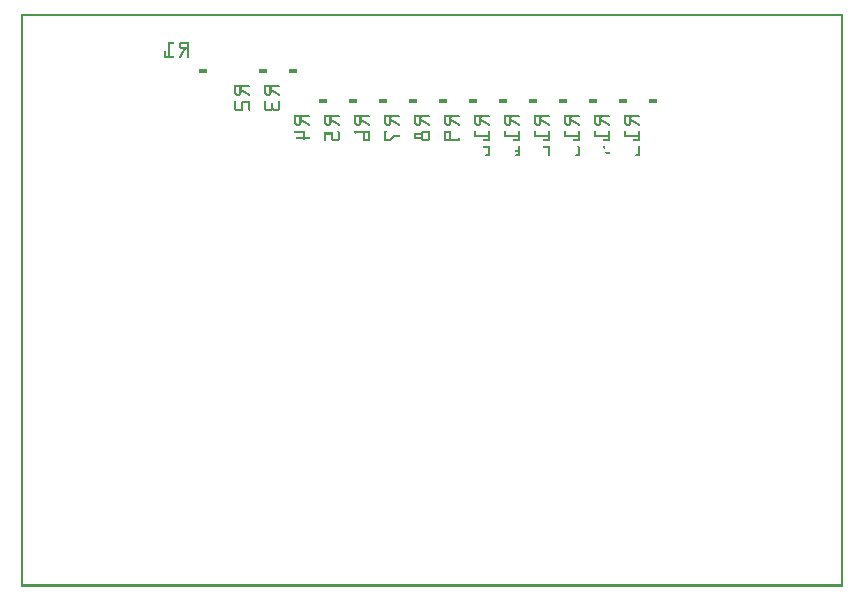
<source format=gbo>
G04 MADE WITH FRITZING*
G04 WWW.FRITZING.ORG*
G04 DOUBLE SIDED*
G04 HOLES PLATED*
G04 CONTOUR ON CENTER OF CONTOUR VECTOR*
%ASAXBY*%
%FSLAX23Y23*%
%MOIN*%
%OFA0B0*%
%SFA1.0B1.0*%
%ADD10R,0.001000X0.001000*%
%LNSILK0*%
G90*
G70*
G54D10*
X0Y1909D02*
X2741Y1909D01*
X0Y1908D02*
X2741Y1908D01*
X0Y1907D02*
X2741Y1907D01*
X0Y1906D02*
X2741Y1906D01*
X0Y1905D02*
X2741Y1905D01*
X0Y1904D02*
X2741Y1904D01*
X0Y1903D02*
X2741Y1903D01*
X0Y1902D02*
X2741Y1902D01*
X0Y1901D02*
X7Y1901D01*
X2734Y1901D02*
X2741Y1901D01*
X0Y1900D02*
X7Y1900D01*
X2734Y1900D02*
X2741Y1900D01*
X0Y1899D02*
X7Y1899D01*
X2734Y1899D02*
X2741Y1899D01*
X0Y1898D02*
X7Y1898D01*
X2734Y1898D02*
X2741Y1898D01*
X0Y1897D02*
X7Y1897D01*
X2734Y1897D02*
X2741Y1897D01*
X0Y1896D02*
X7Y1896D01*
X2734Y1896D02*
X2741Y1896D01*
X0Y1895D02*
X7Y1895D01*
X2734Y1895D02*
X2741Y1895D01*
X0Y1894D02*
X7Y1894D01*
X2734Y1894D02*
X2741Y1894D01*
X0Y1893D02*
X7Y1893D01*
X2734Y1893D02*
X2741Y1893D01*
X0Y1892D02*
X7Y1892D01*
X2734Y1892D02*
X2741Y1892D01*
X0Y1891D02*
X7Y1891D01*
X2734Y1891D02*
X2741Y1891D01*
X0Y1890D02*
X7Y1890D01*
X2734Y1890D02*
X2741Y1890D01*
X0Y1889D02*
X7Y1889D01*
X2734Y1889D02*
X2741Y1889D01*
X0Y1888D02*
X7Y1888D01*
X2734Y1888D02*
X2741Y1888D01*
X0Y1887D02*
X7Y1887D01*
X2734Y1887D02*
X2741Y1887D01*
X0Y1886D02*
X7Y1886D01*
X2734Y1886D02*
X2741Y1886D01*
X0Y1885D02*
X7Y1885D01*
X2734Y1885D02*
X2741Y1885D01*
X0Y1884D02*
X7Y1884D01*
X2734Y1884D02*
X2741Y1884D01*
X0Y1883D02*
X7Y1883D01*
X2734Y1883D02*
X2741Y1883D01*
X0Y1882D02*
X7Y1882D01*
X2734Y1882D02*
X2741Y1882D01*
X0Y1881D02*
X7Y1881D01*
X2734Y1881D02*
X2741Y1881D01*
X0Y1880D02*
X7Y1880D01*
X2734Y1880D02*
X2741Y1880D01*
X0Y1879D02*
X7Y1879D01*
X2734Y1879D02*
X2741Y1879D01*
X0Y1878D02*
X7Y1878D01*
X2734Y1878D02*
X2741Y1878D01*
X0Y1877D02*
X7Y1877D01*
X2734Y1877D02*
X2741Y1877D01*
X0Y1876D02*
X7Y1876D01*
X2734Y1876D02*
X2741Y1876D01*
X0Y1875D02*
X7Y1875D01*
X2734Y1875D02*
X2741Y1875D01*
X0Y1874D02*
X7Y1874D01*
X2734Y1874D02*
X2741Y1874D01*
X0Y1873D02*
X7Y1873D01*
X2734Y1873D02*
X2741Y1873D01*
X0Y1872D02*
X7Y1872D01*
X2734Y1872D02*
X2741Y1872D01*
X0Y1871D02*
X7Y1871D01*
X2734Y1871D02*
X2741Y1871D01*
X0Y1870D02*
X7Y1870D01*
X2734Y1870D02*
X2741Y1870D01*
X0Y1869D02*
X7Y1869D01*
X2734Y1869D02*
X2741Y1869D01*
X0Y1868D02*
X7Y1868D01*
X2734Y1868D02*
X2741Y1868D01*
X0Y1867D02*
X7Y1867D01*
X2734Y1867D02*
X2741Y1867D01*
X0Y1866D02*
X7Y1866D01*
X2734Y1866D02*
X2741Y1866D01*
X0Y1865D02*
X7Y1865D01*
X2734Y1865D02*
X2741Y1865D01*
X0Y1864D02*
X7Y1864D01*
X2734Y1864D02*
X2741Y1864D01*
X0Y1863D02*
X7Y1863D01*
X2734Y1863D02*
X2741Y1863D01*
X0Y1862D02*
X7Y1862D01*
X2734Y1862D02*
X2741Y1862D01*
X0Y1861D02*
X7Y1861D01*
X2734Y1861D02*
X2741Y1861D01*
X0Y1860D02*
X7Y1860D01*
X2734Y1860D02*
X2741Y1860D01*
X0Y1859D02*
X7Y1859D01*
X2734Y1859D02*
X2741Y1859D01*
X0Y1858D02*
X7Y1858D01*
X2734Y1858D02*
X2741Y1858D01*
X0Y1857D02*
X7Y1857D01*
X2734Y1857D02*
X2741Y1857D01*
X0Y1856D02*
X7Y1856D01*
X2734Y1856D02*
X2741Y1856D01*
X0Y1855D02*
X7Y1855D01*
X2734Y1855D02*
X2741Y1855D01*
X0Y1854D02*
X7Y1854D01*
X2734Y1854D02*
X2741Y1854D01*
X0Y1853D02*
X7Y1853D01*
X2734Y1853D02*
X2741Y1853D01*
X0Y1852D02*
X7Y1852D01*
X2734Y1852D02*
X2741Y1852D01*
X0Y1851D02*
X7Y1851D01*
X2734Y1851D02*
X2741Y1851D01*
X0Y1850D02*
X7Y1850D01*
X2734Y1850D02*
X2741Y1850D01*
X0Y1849D02*
X7Y1849D01*
X2734Y1849D02*
X2741Y1849D01*
X0Y1848D02*
X7Y1848D01*
X2734Y1848D02*
X2741Y1848D01*
X0Y1847D02*
X7Y1847D01*
X2734Y1847D02*
X2741Y1847D01*
X0Y1846D02*
X7Y1846D01*
X2734Y1846D02*
X2741Y1846D01*
X0Y1845D02*
X7Y1845D01*
X2734Y1845D02*
X2741Y1845D01*
X0Y1844D02*
X7Y1844D01*
X2734Y1844D02*
X2741Y1844D01*
X0Y1843D02*
X7Y1843D01*
X2734Y1843D02*
X2741Y1843D01*
X0Y1842D02*
X7Y1842D01*
X2734Y1842D02*
X2741Y1842D01*
X0Y1841D02*
X7Y1841D01*
X2734Y1841D02*
X2741Y1841D01*
X0Y1840D02*
X7Y1840D01*
X2734Y1840D02*
X2741Y1840D01*
X0Y1839D02*
X7Y1839D01*
X2734Y1839D02*
X2741Y1839D01*
X0Y1838D02*
X7Y1838D01*
X2734Y1838D02*
X2741Y1838D01*
X0Y1837D02*
X7Y1837D01*
X2734Y1837D02*
X2741Y1837D01*
X0Y1836D02*
X7Y1836D01*
X2734Y1836D02*
X2741Y1836D01*
X0Y1835D02*
X7Y1835D01*
X2734Y1835D02*
X2741Y1835D01*
X0Y1834D02*
X7Y1834D01*
X2734Y1834D02*
X2741Y1834D01*
X0Y1833D02*
X7Y1833D01*
X2734Y1833D02*
X2741Y1833D01*
X0Y1832D02*
X7Y1832D01*
X2734Y1832D02*
X2741Y1832D01*
X0Y1831D02*
X7Y1831D01*
X2734Y1831D02*
X2741Y1831D01*
X0Y1830D02*
X7Y1830D01*
X2734Y1830D02*
X2741Y1830D01*
X0Y1829D02*
X7Y1829D01*
X2734Y1829D02*
X2741Y1829D01*
X0Y1828D02*
X7Y1828D01*
X2734Y1828D02*
X2741Y1828D01*
X0Y1827D02*
X7Y1827D01*
X2734Y1827D02*
X2741Y1827D01*
X0Y1826D02*
X7Y1826D01*
X2734Y1826D02*
X2741Y1826D01*
X0Y1825D02*
X7Y1825D01*
X2734Y1825D02*
X2741Y1825D01*
X0Y1824D02*
X7Y1824D01*
X2734Y1824D02*
X2741Y1824D01*
X0Y1823D02*
X7Y1823D01*
X2734Y1823D02*
X2741Y1823D01*
X0Y1822D02*
X7Y1822D01*
X2734Y1822D02*
X2741Y1822D01*
X0Y1821D02*
X7Y1821D01*
X2734Y1821D02*
X2741Y1821D01*
X0Y1820D02*
X7Y1820D01*
X2734Y1820D02*
X2741Y1820D01*
X0Y1819D02*
X7Y1819D01*
X2734Y1819D02*
X2741Y1819D01*
X0Y1818D02*
X7Y1818D01*
X2734Y1818D02*
X2741Y1818D01*
X0Y1817D02*
X7Y1817D01*
X2734Y1817D02*
X2741Y1817D01*
X0Y1816D02*
X7Y1816D01*
X2734Y1816D02*
X2741Y1816D01*
X0Y1815D02*
X7Y1815D01*
X491Y1815D02*
X510Y1815D01*
X534Y1815D02*
X561Y1815D01*
X2734Y1815D02*
X2741Y1815D01*
X0Y1814D02*
X7Y1814D01*
X491Y1814D02*
X510Y1814D01*
X532Y1814D02*
X561Y1814D01*
X2734Y1814D02*
X2741Y1814D01*
X0Y1813D02*
X7Y1813D01*
X491Y1813D02*
X511Y1813D01*
X531Y1813D02*
X561Y1813D01*
X2734Y1813D02*
X2741Y1813D01*
X0Y1812D02*
X7Y1812D01*
X491Y1812D02*
X511Y1812D01*
X530Y1812D02*
X561Y1812D01*
X2734Y1812D02*
X2741Y1812D01*
X0Y1811D02*
X7Y1811D01*
X491Y1811D02*
X511Y1811D01*
X529Y1811D02*
X561Y1811D01*
X2734Y1811D02*
X2741Y1811D01*
X0Y1810D02*
X7Y1810D01*
X491Y1810D02*
X510Y1810D01*
X529Y1810D02*
X561Y1810D01*
X2734Y1810D02*
X2741Y1810D01*
X0Y1809D02*
X7Y1809D01*
X491Y1809D02*
X508Y1809D01*
X528Y1809D02*
X561Y1809D01*
X2734Y1809D02*
X2741Y1809D01*
X0Y1808D02*
X7Y1808D01*
X491Y1808D02*
X497Y1808D01*
X528Y1808D02*
X535Y1808D01*
X555Y1808D02*
X561Y1808D01*
X2734Y1808D02*
X2741Y1808D01*
X0Y1807D02*
X7Y1807D01*
X491Y1807D02*
X497Y1807D01*
X528Y1807D02*
X534Y1807D01*
X555Y1807D02*
X561Y1807D01*
X2734Y1807D02*
X2741Y1807D01*
X0Y1806D02*
X7Y1806D01*
X491Y1806D02*
X497Y1806D01*
X528Y1806D02*
X534Y1806D01*
X555Y1806D02*
X561Y1806D01*
X2734Y1806D02*
X2741Y1806D01*
X0Y1805D02*
X7Y1805D01*
X491Y1805D02*
X497Y1805D01*
X528Y1805D02*
X534Y1805D01*
X555Y1805D02*
X561Y1805D01*
X2734Y1805D02*
X2741Y1805D01*
X0Y1804D02*
X7Y1804D01*
X491Y1804D02*
X497Y1804D01*
X528Y1804D02*
X534Y1804D01*
X555Y1804D02*
X561Y1804D01*
X2734Y1804D02*
X2741Y1804D01*
X0Y1803D02*
X7Y1803D01*
X491Y1803D02*
X497Y1803D01*
X528Y1803D02*
X534Y1803D01*
X555Y1803D02*
X561Y1803D01*
X2734Y1803D02*
X2741Y1803D01*
X0Y1802D02*
X7Y1802D01*
X491Y1802D02*
X497Y1802D01*
X528Y1802D02*
X534Y1802D01*
X555Y1802D02*
X561Y1802D01*
X2734Y1802D02*
X2741Y1802D01*
X0Y1801D02*
X7Y1801D01*
X491Y1801D02*
X497Y1801D01*
X528Y1801D02*
X534Y1801D01*
X555Y1801D02*
X561Y1801D01*
X2734Y1801D02*
X2741Y1801D01*
X0Y1800D02*
X7Y1800D01*
X491Y1800D02*
X497Y1800D01*
X528Y1800D02*
X534Y1800D01*
X555Y1800D02*
X561Y1800D01*
X2734Y1800D02*
X2741Y1800D01*
X0Y1799D02*
X7Y1799D01*
X491Y1799D02*
X497Y1799D01*
X528Y1799D02*
X535Y1799D01*
X555Y1799D02*
X561Y1799D01*
X2734Y1799D02*
X2741Y1799D01*
X0Y1798D02*
X7Y1798D01*
X491Y1798D02*
X497Y1798D01*
X528Y1798D02*
X561Y1798D01*
X2734Y1798D02*
X2741Y1798D01*
X0Y1797D02*
X7Y1797D01*
X491Y1797D02*
X497Y1797D01*
X529Y1797D02*
X561Y1797D01*
X2734Y1797D02*
X2741Y1797D01*
X0Y1796D02*
X7Y1796D01*
X491Y1796D02*
X497Y1796D01*
X529Y1796D02*
X561Y1796D01*
X2734Y1796D02*
X2741Y1796D01*
X0Y1795D02*
X7Y1795D01*
X491Y1795D02*
X497Y1795D01*
X530Y1795D02*
X561Y1795D01*
X2734Y1795D02*
X2741Y1795D01*
X0Y1794D02*
X7Y1794D01*
X491Y1794D02*
X497Y1794D01*
X531Y1794D02*
X561Y1794D01*
X2734Y1794D02*
X2741Y1794D01*
X0Y1793D02*
X7Y1793D01*
X491Y1793D02*
X497Y1793D01*
X532Y1793D02*
X561Y1793D01*
X2734Y1793D02*
X2741Y1793D01*
X0Y1792D02*
X7Y1792D01*
X491Y1792D02*
X497Y1792D01*
X534Y1792D02*
X561Y1792D01*
X2734Y1792D02*
X2741Y1792D01*
X0Y1791D02*
X7Y1791D01*
X491Y1791D02*
X497Y1791D01*
X542Y1791D02*
X549Y1791D01*
X555Y1791D02*
X561Y1791D01*
X2734Y1791D02*
X2741Y1791D01*
X0Y1790D02*
X7Y1790D01*
X491Y1790D02*
X497Y1790D01*
X541Y1790D02*
X549Y1790D01*
X555Y1790D02*
X561Y1790D01*
X2734Y1790D02*
X2741Y1790D01*
X0Y1789D02*
X7Y1789D01*
X491Y1789D02*
X497Y1789D01*
X541Y1789D02*
X548Y1789D01*
X555Y1789D02*
X561Y1789D01*
X2734Y1789D02*
X2741Y1789D01*
X0Y1788D02*
X7Y1788D01*
X491Y1788D02*
X497Y1788D01*
X540Y1788D02*
X548Y1788D01*
X555Y1788D02*
X561Y1788D01*
X2734Y1788D02*
X2741Y1788D01*
X0Y1787D02*
X7Y1787D01*
X491Y1787D02*
X497Y1787D01*
X540Y1787D02*
X547Y1787D01*
X555Y1787D02*
X561Y1787D01*
X2734Y1787D02*
X2741Y1787D01*
X0Y1786D02*
X7Y1786D01*
X479Y1786D02*
X481Y1786D01*
X491Y1786D02*
X497Y1786D01*
X539Y1786D02*
X546Y1786D01*
X555Y1786D02*
X561Y1786D01*
X2734Y1786D02*
X2741Y1786D01*
X0Y1785D02*
X7Y1785D01*
X478Y1785D02*
X483Y1785D01*
X491Y1785D02*
X497Y1785D01*
X539Y1785D02*
X546Y1785D01*
X555Y1785D02*
X561Y1785D01*
X2734Y1785D02*
X2741Y1785D01*
X0Y1784D02*
X7Y1784D01*
X478Y1784D02*
X483Y1784D01*
X491Y1784D02*
X497Y1784D01*
X538Y1784D02*
X545Y1784D01*
X555Y1784D02*
X561Y1784D01*
X2734Y1784D02*
X2741Y1784D01*
X0Y1783D02*
X7Y1783D01*
X477Y1783D02*
X483Y1783D01*
X491Y1783D02*
X497Y1783D01*
X537Y1783D02*
X545Y1783D01*
X555Y1783D02*
X561Y1783D01*
X2734Y1783D02*
X2741Y1783D01*
X0Y1782D02*
X7Y1782D01*
X477Y1782D02*
X483Y1782D01*
X491Y1782D02*
X497Y1782D01*
X537Y1782D02*
X544Y1782D01*
X555Y1782D02*
X561Y1782D01*
X2734Y1782D02*
X2741Y1782D01*
X0Y1781D02*
X7Y1781D01*
X477Y1781D02*
X483Y1781D01*
X491Y1781D02*
X497Y1781D01*
X536Y1781D02*
X543Y1781D01*
X555Y1781D02*
X561Y1781D01*
X2734Y1781D02*
X2741Y1781D01*
X0Y1780D02*
X7Y1780D01*
X477Y1780D02*
X483Y1780D01*
X491Y1780D02*
X497Y1780D01*
X536Y1780D02*
X543Y1780D01*
X555Y1780D02*
X561Y1780D01*
X2734Y1780D02*
X2741Y1780D01*
X0Y1779D02*
X7Y1779D01*
X477Y1779D02*
X483Y1779D01*
X491Y1779D02*
X497Y1779D01*
X535Y1779D02*
X542Y1779D01*
X555Y1779D02*
X561Y1779D01*
X2734Y1779D02*
X2741Y1779D01*
X0Y1778D02*
X7Y1778D01*
X477Y1778D02*
X483Y1778D01*
X491Y1778D02*
X497Y1778D01*
X534Y1778D02*
X542Y1778D01*
X555Y1778D02*
X561Y1778D01*
X2734Y1778D02*
X2741Y1778D01*
X0Y1777D02*
X7Y1777D01*
X477Y1777D02*
X483Y1777D01*
X491Y1777D02*
X497Y1777D01*
X534Y1777D02*
X541Y1777D01*
X555Y1777D02*
X561Y1777D01*
X2734Y1777D02*
X2741Y1777D01*
X0Y1776D02*
X7Y1776D01*
X477Y1776D02*
X483Y1776D01*
X491Y1776D02*
X497Y1776D01*
X533Y1776D02*
X541Y1776D01*
X555Y1776D02*
X561Y1776D01*
X2734Y1776D02*
X2741Y1776D01*
X0Y1775D02*
X7Y1775D01*
X477Y1775D02*
X483Y1775D01*
X491Y1775D02*
X497Y1775D01*
X533Y1775D02*
X540Y1775D01*
X555Y1775D02*
X561Y1775D01*
X2734Y1775D02*
X2741Y1775D01*
X0Y1774D02*
X7Y1774D01*
X477Y1774D02*
X483Y1774D01*
X491Y1774D02*
X497Y1774D01*
X532Y1774D02*
X539Y1774D01*
X555Y1774D02*
X561Y1774D01*
X2734Y1774D02*
X2741Y1774D01*
X0Y1773D02*
X7Y1773D01*
X477Y1773D02*
X483Y1773D01*
X491Y1773D02*
X497Y1773D01*
X532Y1773D02*
X539Y1773D01*
X555Y1773D02*
X561Y1773D01*
X2734Y1773D02*
X2741Y1773D01*
X0Y1772D02*
X7Y1772D01*
X477Y1772D02*
X483Y1772D01*
X491Y1772D02*
X497Y1772D01*
X531Y1772D02*
X538Y1772D01*
X555Y1772D02*
X561Y1772D01*
X2734Y1772D02*
X2741Y1772D01*
X0Y1771D02*
X7Y1771D01*
X477Y1771D02*
X483Y1771D01*
X491Y1771D02*
X497Y1771D01*
X530Y1771D02*
X538Y1771D01*
X555Y1771D02*
X561Y1771D01*
X2734Y1771D02*
X2741Y1771D01*
X0Y1770D02*
X7Y1770D01*
X477Y1770D02*
X483Y1770D01*
X491Y1770D02*
X497Y1770D01*
X530Y1770D02*
X537Y1770D01*
X555Y1770D02*
X561Y1770D01*
X2734Y1770D02*
X2741Y1770D01*
X0Y1769D02*
X7Y1769D01*
X477Y1769D02*
X483Y1769D01*
X491Y1769D02*
X497Y1769D01*
X529Y1769D02*
X536Y1769D01*
X555Y1769D02*
X561Y1769D01*
X2734Y1769D02*
X2741Y1769D01*
X0Y1768D02*
X7Y1768D01*
X477Y1768D02*
X509Y1768D01*
X529Y1768D02*
X536Y1768D01*
X555Y1768D02*
X561Y1768D01*
X2734Y1768D02*
X2741Y1768D01*
X0Y1767D02*
X7Y1767D01*
X477Y1767D02*
X510Y1767D01*
X528Y1767D02*
X535Y1767D01*
X555Y1767D02*
X561Y1767D01*
X2734Y1767D02*
X2741Y1767D01*
X0Y1766D02*
X7Y1766D01*
X477Y1766D02*
X511Y1766D01*
X528Y1766D02*
X535Y1766D01*
X555Y1766D02*
X561Y1766D01*
X2734Y1766D02*
X2741Y1766D01*
X0Y1765D02*
X7Y1765D01*
X477Y1765D02*
X511Y1765D01*
X528Y1765D02*
X534Y1765D01*
X555Y1765D02*
X561Y1765D01*
X2734Y1765D02*
X2741Y1765D01*
X0Y1764D02*
X7Y1764D01*
X478Y1764D02*
X511Y1764D01*
X528Y1764D02*
X534Y1764D01*
X555Y1764D02*
X561Y1764D01*
X2734Y1764D02*
X2741Y1764D01*
X0Y1763D02*
X7Y1763D01*
X478Y1763D02*
X510Y1763D01*
X528Y1763D02*
X533Y1763D01*
X556Y1763D02*
X560Y1763D01*
X2734Y1763D02*
X2741Y1763D01*
X0Y1762D02*
X7Y1762D01*
X480Y1762D02*
X509Y1762D01*
X530Y1762D02*
X532Y1762D01*
X557Y1762D02*
X559Y1762D01*
X2734Y1762D02*
X2741Y1762D01*
X0Y1761D02*
X7Y1761D01*
X2734Y1761D02*
X2741Y1761D01*
X0Y1760D02*
X7Y1760D01*
X2734Y1760D02*
X2741Y1760D01*
X0Y1759D02*
X7Y1759D01*
X2734Y1759D02*
X2741Y1759D01*
X0Y1758D02*
X7Y1758D01*
X2734Y1758D02*
X2741Y1758D01*
X0Y1757D02*
X7Y1757D01*
X2734Y1757D02*
X2741Y1757D01*
X0Y1756D02*
X7Y1756D01*
X2734Y1756D02*
X2741Y1756D01*
X0Y1755D02*
X7Y1755D01*
X2734Y1755D02*
X2741Y1755D01*
X0Y1754D02*
X7Y1754D01*
X2734Y1754D02*
X2741Y1754D01*
X0Y1753D02*
X7Y1753D01*
X2734Y1753D02*
X2741Y1753D01*
X0Y1752D02*
X7Y1752D01*
X2734Y1752D02*
X2741Y1752D01*
X0Y1751D02*
X7Y1751D01*
X2734Y1751D02*
X2741Y1751D01*
X0Y1750D02*
X7Y1750D01*
X2734Y1750D02*
X2741Y1750D01*
X0Y1749D02*
X7Y1749D01*
X2734Y1749D02*
X2741Y1749D01*
X0Y1748D02*
X7Y1748D01*
X2734Y1748D02*
X2741Y1748D01*
X0Y1747D02*
X7Y1747D01*
X2734Y1747D02*
X2741Y1747D01*
X0Y1746D02*
X7Y1746D01*
X2734Y1746D02*
X2741Y1746D01*
X0Y1745D02*
X7Y1745D01*
X2734Y1745D02*
X2741Y1745D01*
X0Y1744D02*
X7Y1744D01*
X2734Y1744D02*
X2741Y1744D01*
X0Y1743D02*
X7Y1743D01*
X2734Y1743D02*
X2741Y1743D01*
X0Y1742D02*
X7Y1742D01*
X2734Y1742D02*
X2741Y1742D01*
X0Y1741D02*
X7Y1741D01*
X2734Y1741D02*
X2741Y1741D01*
X0Y1740D02*
X7Y1740D01*
X2734Y1740D02*
X2741Y1740D01*
X0Y1739D02*
X7Y1739D01*
X2734Y1739D02*
X2741Y1739D01*
X0Y1738D02*
X7Y1738D01*
X2734Y1738D02*
X2741Y1738D01*
X0Y1737D02*
X7Y1737D01*
X2734Y1737D02*
X2741Y1737D01*
X0Y1736D02*
X7Y1736D01*
X2734Y1736D02*
X2741Y1736D01*
X0Y1735D02*
X7Y1735D01*
X2734Y1735D02*
X2741Y1735D01*
X0Y1734D02*
X7Y1734D01*
X2734Y1734D02*
X2741Y1734D01*
X0Y1733D02*
X7Y1733D01*
X2734Y1733D02*
X2741Y1733D01*
X0Y1732D02*
X7Y1732D01*
X2734Y1732D02*
X2741Y1732D01*
X0Y1731D02*
X7Y1731D01*
X2734Y1731D02*
X2741Y1731D01*
X0Y1730D02*
X7Y1730D01*
X2734Y1730D02*
X2741Y1730D01*
X0Y1729D02*
X7Y1729D01*
X2734Y1729D02*
X2741Y1729D01*
X0Y1728D02*
X7Y1728D01*
X2734Y1728D02*
X2741Y1728D01*
X0Y1727D02*
X7Y1727D01*
X2734Y1727D02*
X2741Y1727D01*
X0Y1726D02*
X7Y1726D01*
X2734Y1726D02*
X2741Y1726D01*
X0Y1725D02*
X7Y1725D01*
X595Y1725D02*
X622Y1725D01*
X795Y1725D02*
X822Y1725D01*
X895Y1725D02*
X922Y1725D01*
X2734Y1725D02*
X2741Y1725D01*
X0Y1724D02*
X7Y1724D01*
X595Y1724D02*
X622Y1724D01*
X795Y1724D02*
X822Y1724D01*
X895Y1724D02*
X922Y1724D01*
X2734Y1724D02*
X2741Y1724D01*
X0Y1723D02*
X7Y1723D01*
X595Y1723D02*
X622Y1723D01*
X795Y1723D02*
X822Y1723D01*
X895Y1723D02*
X922Y1723D01*
X2734Y1723D02*
X2741Y1723D01*
X0Y1722D02*
X7Y1722D01*
X595Y1722D02*
X622Y1722D01*
X795Y1722D02*
X822Y1722D01*
X895Y1722D02*
X922Y1722D01*
X2734Y1722D02*
X2741Y1722D01*
X0Y1721D02*
X7Y1721D01*
X595Y1721D02*
X622Y1721D01*
X795Y1721D02*
X822Y1721D01*
X895Y1721D02*
X922Y1721D01*
X2734Y1721D02*
X2741Y1721D01*
X0Y1720D02*
X7Y1720D01*
X595Y1720D02*
X622Y1720D01*
X795Y1720D02*
X822Y1720D01*
X895Y1720D02*
X922Y1720D01*
X2734Y1720D02*
X2741Y1720D01*
X0Y1719D02*
X7Y1719D01*
X595Y1719D02*
X622Y1719D01*
X795Y1719D02*
X822Y1719D01*
X895Y1719D02*
X922Y1719D01*
X2734Y1719D02*
X2741Y1719D01*
X0Y1718D02*
X7Y1718D01*
X595Y1718D02*
X622Y1718D01*
X795Y1718D02*
X822Y1718D01*
X895Y1718D02*
X922Y1718D01*
X2734Y1718D02*
X2741Y1718D01*
X0Y1717D02*
X7Y1717D01*
X595Y1717D02*
X622Y1717D01*
X795Y1717D02*
X822Y1717D01*
X895Y1717D02*
X922Y1717D01*
X2734Y1717D02*
X2741Y1717D01*
X0Y1716D02*
X7Y1716D01*
X595Y1716D02*
X622Y1716D01*
X795Y1716D02*
X822Y1716D01*
X895Y1716D02*
X922Y1716D01*
X2734Y1716D02*
X2741Y1716D01*
X0Y1715D02*
X7Y1715D01*
X595Y1715D02*
X622Y1715D01*
X795Y1715D02*
X822Y1715D01*
X895Y1715D02*
X922Y1715D01*
X2734Y1715D02*
X2741Y1715D01*
X0Y1714D02*
X7Y1714D01*
X595Y1714D02*
X622Y1714D01*
X795Y1714D02*
X822Y1714D01*
X895Y1714D02*
X922Y1714D01*
X2734Y1714D02*
X2741Y1714D01*
X0Y1713D02*
X7Y1713D01*
X595Y1713D02*
X622Y1713D01*
X795Y1713D02*
X822Y1713D01*
X895Y1713D02*
X922Y1713D01*
X2734Y1713D02*
X2741Y1713D01*
X0Y1712D02*
X7Y1712D01*
X595Y1712D02*
X622Y1712D01*
X795Y1712D02*
X822Y1712D01*
X895Y1712D02*
X922Y1712D01*
X2734Y1712D02*
X2741Y1712D01*
X0Y1711D02*
X7Y1711D01*
X2734Y1711D02*
X2741Y1711D01*
X0Y1710D02*
X7Y1710D01*
X2734Y1710D02*
X2741Y1710D01*
X0Y1709D02*
X7Y1709D01*
X2734Y1709D02*
X2741Y1709D01*
X0Y1708D02*
X7Y1708D01*
X2734Y1708D02*
X2741Y1708D01*
X0Y1707D02*
X7Y1707D01*
X2734Y1707D02*
X2741Y1707D01*
X0Y1706D02*
X7Y1706D01*
X2734Y1706D02*
X2741Y1706D01*
X0Y1705D02*
X7Y1705D01*
X2734Y1705D02*
X2741Y1705D01*
X0Y1704D02*
X7Y1704D01*
X2734Y1704D02*
X2741Y1704D01*
X0Y1703D02*
X7Y1703D01*
X2734Y1703D02*
X2741Y1703D01*
X0Y1702D02*
X7Y1702D01*
X2734Y1702D02*
X2741Y1702D01*
X0Y1701D02*
X7Y1701D01*
X2734Y1701D02*
X2741Y1701D01*
X0Y1700D02*
X7Y1700D01*
X2734Y1700D02*
X2741Y1700D01*
X0Y1699D02*
X7Y1699D01*
X2734Y1699D02*
X2741Y1699D01*
X0Y1698D02*
X7Y1698D01*
X2734Y1698D02*
X2741Y1698D01*
X0Y1697D02*
X7Y1697D01*
X2734Y1697D02*
X2741Y1697D01*
X0Y1696D02*
X7Y1696D01*
X2734Y1696D02*
X2741Y1696D01*
X0Y1695D02*
X7Y1695D01*
X2734Y1695D02*
X2741Y1695D01*
X0Y1694D02*
X7Y1694D01*
X2734Y1694D02*
X2741Y1694D01*
X0Y1693D02*
X7Y1693D01*
X2734Y1693D02*
X2741Y1693D01*
X0Y1692D02*
X7Y1692D01*
X2734Y1692D02*
X2741Y1692D01*
X0Y1691D02*
X7Y1691D01*
X2734Y1691D02*
X2741Y1691D01*
X0Y1690D02*
X7Y1690D01*
X2734Y1690D02*
X2741Y1690D01*
X0Y1689D02*
X7Y1689D01*
X2734Y1689D02*
X2741Y1689D01*
X0Y1688D02*
X7Y1688D01*
X2734Y1688D02*
X2741Y1688D01*
X0Y1687D02*
X7Y1687D01*
X2734Y1687D02*
X2741Y1687D01*
X0Y1686D02*
X7Y1686D01*
X2734Y1686D02*
X2741Y1686D01*
X0Y1685D02*
X7Y1685D01*
X2734Y1685D02*
X2741Y1685D01*
X0Y1684D02*
X7Y1684D01*
X2734Y1684D02*
X2741Y1684D01*
X0Y1683D02*
X7Y1683D01*
X2734Y1683D02*
X2741Y1683D01*
X0Y1682D02*
X7Y1682D01*
X2734Y1682D02*
X2741Y1682D01*
X0Y1681D02*
X7Y1681D01*
X2734Y1681D02*
X2741Y1681D01*
X0Y1680D02*
X7Y1680D01*
X2734Y1680D02*
X2741Y1680D01*
X0Y1679D02*
X7Y1679D01*
X2734Y1679D02*
X2741Y1679D01*
X0Y1678D02*
X7Y1678D01*
X2734Y1678D02*
X2741Y1678D01*
X0Y1677D02*
X7Y1677D01*
X2734Y1677D02*
X2741Y1677D01*
X0Y1676D02*
X7Y1676D01*
X2734Y1676D02*
X2741Y1676D01*
X0Y1675D02*
X7Y1675D01*
X2734Y1675D02*
X2741Y1675D01*
X0Y1674D02*
X7Y1674D01*
X2734Y1674D02*
X2741Y1674D01*
X0Y1673D02*
X7Y1673D01*
X2734Y1673D02*
X2741Y1673D01*
X0Y1672D02*
X7Y1672D01*
X2734Y1672D02*
X2741Y1672D01*
X0Y1671D02*
X7Y1671D01*
X712Y1671D02*
X762Y1671D01*
X812Y1671D02*
X862Y1671D01*
X2734Y1671D02*
X2741Y1671D01*
X0Y1670D02*
X7Y1670D01*
X712Y1670D02*
X764Y1670D01*
X812Y1670D02*
X864Y1670D01*
X2734Y1670D02*
X2741Y1670D01*
X0Y1669D02*
X7Y1669D01*
X712Y1669D02*
X765Y1669D01*
X812Y1669D02*
X865Y1669D01*
X2734Y1669D02*
X2741Y1669D01*
X0Y1668D02*
X7Y1668D01*
X712Y1668D02*
X765Y1668D01*
X812Y1668D02*
X865Y1668D01*
X2734Y1668D02*
X2741Y1668D01*
X0Y1667D02*
X7Y1667D01*
X712Y1667D02*
X765Y1667D01*
X812Y1667D02*
X865Y1667D01*
X2734Y1667D02*
X2741Y1667D01*
X0Y1666D02*
X7Y1666D01*
X712Y1666D02*
X765Y1666D01*
X812Y1666D02*
X865Y1666D01*
X2734Y1666D02*
X2741Y1666D01*
X0Y1665D02*
X7Y1665D01*
X712Y1665D02*
X764Y1665D01*
X812Y1665D02*
X864Y1665D01*
X2734Y1665D02*
X2741Y1665D01*
X0Y1664D02*
X7Y1664D01*
X712Y1664D02*
X718Y1664D01*
X729Y1664D02*
X736Y1664D01*
X812Y1664D02*
X818Y1664D01*
X829Y1664D02*
X836Y1664D01*
X2734Y1664D02*
X2741Y1664D01*
X0Y1663D02*
X7Y1663D01*
X712Y1663D02*
X718Y1663D01*
X729Y1663D02*
X736Y1663D01*
X812Y1663D02*
X818Y1663D01*
X829Y1663D02*
X836Y1663D01*
X2734Y1663D02*
X2741Y1663D01*
X0Y1662D02*
X7Y1662D01*
X712Y1662D02*
X718Y1662D01*
X729Y1662D02*
X736Y1662D01*
X812Y1662D02*
X818Y1662D01*
X829Y1662D02*
X836Y1662D01*
X2734Y1662D02*
X2741Y1662D01*
X0Y1661D02*
X7Y1661D01*
X712Y1661D02*
X718Y1661D01*
X729Y1661D02*
X736Y1661D01*
X812Y1661D02*
X818Y1661D01*
X829Y1661D02*
X836Y1661D01*
X2734Y1661D02*
X2741Y1661D01*
X0Y1660D02*
X7Y1660D01*
X712Y1660D02*
X718Y1660D01*
X729Y1660D02*
X736Y1660D01*
X812Y1660D02*
X818Y1660D01*
X829Y1660D02*
X836Y1660D01*
X2734Y1660D02*
X2741Y1660D01*
X0Y1659D02*
X7Y1659D01*
X712Y1659D02*
X718Y1659D01*
X729Y1659D02*
X736Y1659D01*
X812Y1659D02*
X818Y1659D01*
X829Y1659D02*
X836Y1659D01*
X2734Y1659D02*
X2741Y1659D01*
X0Y1658D02*
X7Y1658D01*
X712Y1658D02*
X718Y1658D01*
X729Y1658D02*
X738Y1658D01*
X812Y1658D02*
X818Y1658D01*
X829Y1658D02*
X838Y1658D01*
X2734Y1658D02*
X2741Y1658D01*
X0Y1657D02*
X7Y1657D01*
X712Y1657D02*
X718Y1657D01*
X729Y1657D02*
X739Y1657D01*
X812Y1657D02*
X818Y1657D01*
X829Y1657D02*
X839Y1657D01*
X2734Y1657D02*
X2741Y1657D01*
X0Y1656D02*
X7Y1656D01*
X712Y1656D02*
X718Y1656D01*
X729Y1656D02*
X741Y1656D01*
X812Y1656D02*
X818Y1656D01*
X829Y1656D02*
X841Y1656D01*
X2734Y1656D02*
X2741Y1656D01*
X0Y1655D02*
X7Y1655D01*
X712Y1655D02*
X718Y1655D01*
X729Y1655D02*
X743Y1655D01*
X812Y1655D02*
X818Y1655D01*
X829Y1655D02*
X843Y1655D01*
X2734Y1655D02*
X2741Y1655D01*
X0Y1654D02*
X7Y1654D01*
X712Y1654D02*
X718Y1654D01*
X729Y1654D02*
X745Y1654D01*
X812Y1654D02*
X818Y1654D01*
X829Y1654D02*
X845Y1654D01*
X2734Y1654D02*
X2741Y1654D01*
X0Y1653D02*
X7Y1653D01*
X712Y1653D02*
X718Y1653D01*
X729Y1653D02*
X746Y1653D01*
X812Y1653D02*
X818Y1653D01*
X829Y1653D02*
X846Y1653D01*
X2734Y1653D02*
X2741Y1653D01*
X0Y1652D02*
X7Y1652D01*
X712Y1652D02*
X718Y1652D01*
X729Y1652D02*
X748Y1652D01*
X812Y1652D02*
X818Y1652D01*
X829Y1652D02*
X848Y1652D01*
X2734Y1652D02*
X2741Y1652D01*
X0Y1651D02*
X7Y1651D01*
X712Y1651D02*
X718Y1651D01*
X729Y1651D02*
X750Y1651D01*
X812Y1651D02*
X818Y1651D01*
X829Y1651D02*
X850Y1651D01*
X2734Y1651D02*
X2741Y1651D01*
X0Y1650D02*
X7Y1650D01*
X712Y1650D02*
X718Y1650D01*
X729Y1650D02*
X736Y1650D01*
X738Y1650D02*
X751Y1650D01*
X812Y1650D02*
X818Y1650D01*
X829Y1650D02*
X836Y1650D01*
X838Y1650D02*
X851Y1650D01*
X2734Y1650D02*
X2741Y1650D01*
X0Y1649D02*
X7Y1649D01*
X712Y1649D02*
X718Y1649D01*
X729Y1649D02*
X736Y1649D01*
X740Y1649D02*
X753Y1649D01*
X812Y1649D02*
X818Y1649D01*
X829Y1649D02*
X836Y1649D01*
X840Y1649D02*
X853Y1649D01*
X2734Y1649D02*
X2741Y1649D01*
X0Y1648D02*
X7Y1648D01*
X712Y1648D02*
X718Y1648D01*
X729Y1648D02*
X736Y1648D01*
X742Y1648D02*
X755Y1648D01*
X812Y1648D02*
X818Y1648D01*
X829Y1648D02*
X836Y1648D01*
X842Y1648D02*
X855Y1648D01*
X2734Y1648D02*
X2741Y1648D01*
X0Y1647D02*
X7Y1647D01*
X712Y1647D02*
X718Y1647D01*
X729Y1647D02*
X735Y1647D01*
X743Y1647D02*
X757Y1647D01*
X812Y1647D02*
X818Y1647D01*
X829Y1647D02*
X835Y1647D01*
X843Y1647D02*
X857Y1647D01*
X2734Y1647D02*
X2741Y1647D01*
X0Y1646D02*
X7Y1646D01*
X712Y1646D02*
X718Y1646D01*
X729Y1646D02*
X735Y1646D01*
X745Y1646D02*
X758Y1646D01*
X812Y1646D02*
X818Y1646D01*
X829Y1646D02*
X835Y1646D01*
X845Y1646D02*
X858Y1646D01*
X2734Y1646D02*
X2741Y1646D01*
X0Y1645D02*
X7Y1645D01*
X712Y1645D02*
X719Y1645D01*
X729Y1645D02*
X735Y1645D01*
X747Y1645D02*
X760Y1645D01*
X812Y1645D02*
X819Y1645D01*
X829Y1645D02*
X835Y1645D01*
X847Y1645D02*
X860Y1645D01*
X2734Y1645D02*
X2741Y1645D01*
X0Y1644D02*
X7Y1644D01*
X712Y1644D02*
X720Y1644D01*
X728Y1644D02*
X735Y1644D01*
X749Y1644D02*
X762Y1644D01*
X812Y1644D02*
X820Y1644D01*
X828Y1644D02*
X835Y1644D01*
X849Y1644D02*
X862Y1644D01*
X2734Y1644D02*
X2741Y1644D01*
X0Y1643D02*
X7Y1643D01*
X713Y1643D02*
X735Y1643D01*
X750Y1643D02*
X763Y1643D01*
X813Y1643D02*
X835Y1643D01*
X850Y1643D02*
X863Y1643D01*
X2734Y1643D02*
X2741Y1643D01*
X0Y1642D02*
X7Y1642D01*
X713Y1642D02*
X734Y1642D01*
X752Y1642D02*
X764Y1642D01*
X813Y1642D02*
X834Y1642D01*
X852Y1642D02*
X864Y1642D01*
X2734Y1642D02*
X2741Y1642D01*
X0Y1641D02*
X7Y1641D01*
X714Y1641D02*
X733Y1641D01*
X754Y1641D02*
X765Y1641D01*
X814Y1641D02*
X833Y1641D01*
X854Y1641D02*
X865Y1641D01*
X2734Y1641D02*
X2741Y1641D01*
X0Y1640D02*
X7Y1640D01*
X715Y1640D02*
X733Y1640D01*
X756Y1640D02*
X765Y1640D01*
X815Y1640D02*
X833Y1640D01*
X856Y1640D02*
X865Y1640D01*
X2734Y1640D02*
X2741Y1640D01*
X0Y1639D02*
X7Y1639D01*
X716Y1639D02*
X732Y1639D01*
X757Y1639D02*
X765Y1639D01*
X816Y1639D02*
X832Y1639D01*
X857Y1639D02*
X865Y1639D01*
X2734Y1639D02*
X2741Y1639D01*
X0Y1638D02*
X7Y1638D01*
X717Y1638D02*
X730Y1638D01*
X759Y1638D02*
X764Y1638D01*
X817Y1638D02*
X830Y1638D01*
X859Y1638D02*
X864Y1638D01*
X2734Y1638D02*
X2741Y1638D01*
X0Y1637D02*
X7Y1637D01*
X719Y1637D02*
X728Y1637D01*
X761Y1637D02*
X763Y1637D01*
X819Y1637D02*
X828Y1637D01*
X861Y1637D02*
X863Y1637D01*
X2734Y1637D02*
X2741Y1637D01*
X0Y1636D02*
X7Y1636D01*
X2734Y1636D02*
X2741Y1636D01*
X0Y1635D02*
X7Y1635D01*
X2734Y1635D02*
X2741Y1635D01*
X0Y1634D02*
X7Y1634D01*
X2734Y1634D02*
X2741Y1634D01*
X0Y1633D02*
X7Y1633D01*
X2734Y1633D02*
X2741Y1633D01*
X0Y1632D02*
X7Y1632D01*
X2734Y1632D02*
X2741Y1632D01*
X0Y1631D02*
X7Y1631D01*
X2734Y1631D02*
X2741Y1631D01*
X0Y1630D02*
X7Y1630D01*
X2734Y1630D02*
X2741Y1630D01*
X0Y1629D02*
X7Y1629D01*
X2734Y1629D02*
X2741Y1629D01*
X0Y1628D02*
X7Y1628D01*
X2734Y1628D02*
X2741Y1628D01*
X0Y1627D02*
X7Y1627D01*
X2734Y1627D02*
X2741Y1627D01*
X0Y1626D02*
X7Y1626D01*
X2734Y1626D02*
X2741Y1626D01*
X0Y1625D02*
X7Y1625D01*
X995Y1625D02*
X1022Y1625D01*
X1095Y1625D02*
X1122Y1625D01*
X1195Y1625D02*
X1222Y1625D01*
X1295Y1625D02*
X1322Y1625D01*
X1395Y1625D02*
X1422Y1625D01*
X1495Y1625D02*
X1522Y1625D01*
X1595Y1625D02*
X1622Y1625D01*
X1695Y1625D02*
X1722Y1625D01*
X1795Y1625D02*
X1822Y1625D01*
X1895Y1625D02*
X1922Y1625D01*
X1995Y1625D02*
X2022Y1625D01*
X2095Y1625D02*
X2122Y1625D01*
X2734Y1625D02*
X2741Y1625D01*
X0Y1624D02*
X7Y1624D01*
X995Y1624D02*
X1022Y1624D01*
X1095Y1624D02*
X1122Y1624D01*
X1195Y1624D02*
X1222Y1624D01*
X1295Y1624D02*
X1322Y1624D01*
X1395Y1624D02*
X1422Y1624D01*
X1495Y1624D02*
X1522Y1624D01*
X1595Y1624D02*
X1622Y1624D01*
X1695Y1624D02*
X1722Y1624D01*
X1795Y1624D02*
X1822Y1624D01*
X1895Y1624D02*
X1922Y1624D01*
X1995Y1624D02*
X2022Y1624D01*
X2095Y1624D02*
X2122Y1624D01*
X2734Y1624D02*
X2741Y1624D01*
X0Y1623D02*
X7Y1623D01*
X995Y1623D02*
X1022Y1623D01*
X1095Y1623D02*
X1122Y1623D01*
X1195Y1623D02*
X1222Y1623D01*
X1295Y1623D02*
X1322Y1623D01*
X1395Y1623D02*
X1422Y1623D01*
X1495Y1623D02*
X1522Y1623D01*
X1595Y1623D02*
X1622Y1623D01*
X1695Y1623D02*
X1722Y1623D01*
X1795Y1623D02*
X1822Y1623D01*
X1895Y1623D02*
X1922Y1623D01*
X1995Y1623D02*
X2022Y1623D01*
X2095Y1623D02*
X2122Y1623D01*
X2734Y1623D02*
X2741Y1623D01*
X0Y1622D02*
X7Y1622D01*
X995Y1622D02*
X1022Y1622D01*
X1095Y1622D02*
X1122Y1622D01*
X1195Y1622D02*
X1222Y1622D01*
X1295Y1622D02*
X1322Y1622D01*
X1395Y1622D02*
X1422Y1622D01*
X1495Y1622D02*
X1522Y1622D01*
X1595Y1622D02*
X1622Y1622D01*
X1695Y1622D02*
X1722Y1622D01*
X1795Y1622D02*
X1822Y1622D01*
X1895Y1622D02*
X1922Y1622D01*
X1995Y1622D02*
X2022Y1622D01*
X2095Y1622D02*
X2122Y1622D01*
X2734Y1622D02*
X2741Y1622D01*
X0Y1621D02*
X7Y1621D01*
X995Y1621D02*
X1022Y1621D01*
X1095Y1621D02*
X1122Y1621D01*
X1195Y1621D02*
X1222Y1621D01*
X1295Y1621D02*
X1322Y1621D01*
X1395Y1621D02*
X1422Y1621D01*
X1495Y1621D02*
X1522Y1621D01*
X1595Y1621D02*
X1622Y1621D01*
X1695Y1621D02*
X1722Y1621D01*
X1795Y1621D02*
X1822Y1621D01*
X1895Y1621D02*
X1922Y1621D01*
X1995Y1621D02*
X2022Y1621D01*
X2095Y1621D02*
X2122Y1621D01*
X2734Y1621D02*
X2741Y1621D01*
X0Y1620D02*
X7Y1620D01*
X713Y1620D02*
X717Y1620D01*
X739Y1620D02*
X765Y1620D01*
X813Y1620D02*
X817Y1620D01*
X860Y1620D02*
X864Y1620D01*
X995Y1620D02*
X1022Y1620D01*
X1095Y1620D02*
X1122Y1620D01*
X1195Y1620D02*
X1222Y1620D01*
X1295Y1620D02*
X1322Y1620D01*
X1395Y1620D02*
X1422Y1620D01*
X1495Y1620D02*
X1522Y1620D01*
X1595Y1620D02*
X1622Y1620D01*
X1695Y1620D02*
X1722Y1620D01*
X1795Y1620D02*
X1822Y1620D01*
X1895Y1620D02*
X1922Y1620D01*
X1995Y1620D02*
X2022Y1620D01*
X2095Y1620D02*
X2122Y1620D01*
X2734Y1620D02*
X2741Y1620D01*
X0Y1619D02*
X7Y1619D01*
X712Y1619D02*
X717Y1619D01*
X738Y1619D02*
X765Y1619D01*
X812Y1619D02*
X817Y1619D01*
X859Y1619D02*
X864Y1619D01*
X995Y1619D02*
X1022Y1619D01*
X1095Y1619D02*
X1122Y1619D01*
X1195Y1619D02*
X1222Y1619D01*
X1295Y1619D02*
X1322Y1619D01*
X1395Y1619D02*
X1422Y1619D01*
X1495Y1619D02*
X1522Y1619D01*
X1595Y1619D02*
X1622Y1619D01*
X1695Y1619D02*
X1722Y1619D01*
X1795Y1619D02*
X1822Y1619D01*
X1895Y1619D02*
X1922Y1619D01*
X1995Y1619D02*
X2022Y1619D01*
X2095Y1619D02*
X2122Y1619D01*
X2734Y1619D02*
X2741Y1619D01*
X0Y1618D02*
X7Y1618D01*
X712Y1618D02*
X718Y1618D01*
X737Y1618D02*
X765Y1618D01*
X812Y1618D02*
X818Y1618D01*
X859Y1618D02*
X865Y1618D01*
X995Y1618D02*
X1022Y1618D01*
X1095Y1618D02*
X1122Y1618D01*
X1195Y1618D02*
X1222Y1618D01*
X1295Y1618D02*
X1322Y1618D01*
X1395Y1618D02*
X1422Y1618D01*
X1495Y1618D02*
X1522Y1618D01*
X1595Y1618D02*
X1622Y1618D01*
X1695Y1618D02*
X1722Y1618D01*
X1795Y1618D02*
X1822Y1618D01*
X1895Y1618D02*
X1922Y1618D01*
X1995Y1618D02*
X2022Y1618D01*
X2095Y1618D02*
X2122Y1618D01*
X2734Y1618D02*
X2741Y1618D01*
X0Y1617D02*
X7Y1617D01*
X712Y1617D02*
X718Y1617D01*
X736Y1617D02*
X765Y1617D01*
X812Y1617D02*
X818Y1617D01*
X859Y1617D02*
X865Y1617D01*
X995Y1617D02*
X1022Y1617D01*
X1095Y1617D02*
X1122Y1617D01*
X1195Y1617D02*
X1222Y1617D01*
X1295Y1617D02*
X1322Y1617D01*
X1395Y1617D02*
X1422Y1617D01*
X1495Y1617D02*
X1522Y1617D01*
X1595Y1617D02*
X1622Y1617D01*
X1695Y1617D02*
X1722Y1617D01*
X1795Y1617D02*
X1822Y1617D01*
X1895Y1617D02*
X1922Y1617D01*
X1995Y1617D02*
X2022Y1617D01*
X2095Y1617D02*
X2122Y1617D01*
X2734Y1617D02*
X2741Y1617D01*
X0Y1616D02*
X7Y1616D01*
X712Y1616D02*
X718Y1616D01*
X736Y1616D02*
X765Y1616D01*
X812Y1616D02*
X818Y1616D01*
X859Y1616D02*
X865Y1616D01*
X995Y1616D02*
X1022Y1616D01*
X1095Y1616D02*
X1122Y1616D01*
X1195Y1616D02*
X1222Y1616D01*
X1295Y1616D02*
X1322Y1616D01*
X1395Y1616D02*
X1422Y1616D01*
X1495Y1616D02*
X1522Y1616D01*
X1595Y1616D02*
X1622Y1616D01*
X1695Y1616D02*
X1722Y1616D01*
X1795Y1616D02*
X1822Y1616D01*
X1895Y1616D02*
X1922Y1616D01*
X1995Y1616D02*
X2022Y1616D01*
X2095Y1616D02*
X2122Y1616D01*
X2734Y1616D02*
X2741Y1616D01*
X0Y1615D02*
X7Y1615D01*
X712Y1615D02*
X718Y1615D01*
X736Y1615D02*
X765Y1615D01*
X812Y1615D02*
X818Y1615D01*
X859Y1615D02*
X865Y1615D01*
X995Y1615D02*
X1022Y1615D01*
X1095Y1615D02*
X1122Y1615D01*
X1195Y1615D02*
X1222Y1615D01*
X1295Y1615D02*
X1322Y1615D01*
X1395Y1615D02*
X1422Y1615D01*
X1495Y1615D02*
X1522Y1615D01*
X1595Y1615D02*
X1622Y1615D01*
X1695Y1615D02*
X1722Y1615D01*
X1795Y1615D02*
X1822Y1615D01*
X1895Y1615D02*
X1922Y1615D01*
X1995Y1615D02*
X2022Y1615D01*
X2095Y1615D02*
X2122Y1615D01*
X2734Y1615D02*
X2741Y1615D01*
X0Y1614D02*
X7Y1614D01*
X712Y1614D02*
X718Y1614D01*
X735Y1614D02*
X765Y1614D01*
X812Y1614D02*
X818Y1614D01*
X859Y1614D02*
X865Y1614D01*
X995Y1614D02*
X1022Y1614D01*
X1095Y1614D02*
X1122Y1614D01*
X1195Y1614D02*
X1222Y1614D01*
X1295Y1614D02*
X1322Y1614D01*
X1395Y1614D02*
X1422Y1614D01*
X1495Y1614D02*
X1522Y1614D01*
X1595Y1614D02*
X1622Y1614D01*
X1695Y1614D02*
X1722Y1614D01*
X1795Y1614D02*
X1822Y1614D01*
X1895Y1614D02*
X1922Y1614D01*
X1995Y1614D02*
X2022Y1614D01*
X2095Y1614D02*
X2122Y1614D01*
X2734Y1614D02*
X2741Y1614D01*
X0Y1613D02*
X7Y1613D01*
X712Y1613D02*
X718Y1613D01*
X735Y1613D02*
X741Y1613D01*
X759Y1613D02*
X765Y1613D01*
X812Y1613D02*
X818Y1613D01*
X836Y1613D02*
X840Y1613D01*
X859Y1613D02*
X865Y1613D01*
X995Y1613D02*
X1022Y1613D01*
X1095Y1613D02*
X1122Y1613D01*
X1195Y1613D02*
X1222Y1613D01*
X1295Y1613D02*
X1322Y1613D01*
X1395Y1613D02*
X1422Y1613D01*
X1495Y1613D02*
X1522Y1613D01*
X1595Y1613D02*
X1622Y1613D01*
X1695Y1613D02*
X1722Y1613D01*
X1795Y1613D02*
X1822Y1613D01*
X1895Y1613D02*
X1922Y1613D01*
X1995Y1613D02*
X2022Y1613D01*
X2095Y1613D02*
X2122Y1613D01*
X2734Y1613D02*
X2741Y1613D01*
X0Y1612D02*
X7Y1612D01*
X712Y1612D02*
X718Y1612D01*
X735Y1612D02*
X741Y1612D01*
X759Y1612D02*
X765Y1612D01*
X812Y1612D02*
X818Y1612D01*
X836Y1612D02*
X841Y1612D01*
X859Y1612D02*
X865Y1612D01*
X995Y1612D02*
X1022Y1612D01*
X1095Y1612D02*
X1122Y1612D01*
X1195Y1612D02*
X1222Y1612D01*
X1295Y1612D02*
X1322Y1612D01*
X1395Y1612D02*
X1422Y1612D01*
X1495Y1612D02*
X1522Y1612D01*
X1595Y1612D02*
X1622Y1612D01*
X1695Y1612D02*
X1722Y1612D01*
X1795Y1612D02*
X1822Y1612D01*
X1895Y1612D02*
X1922Y1612D01*
X1995Y1612D02*
X2022Y1612D01*
X2095Y1612D02*
X2122Y1612D01*
X2734Y1612D02*
X2741Y1612D01*
X0Y1611D02*
X7Y1611D01*
X712Y1611D02*
X718Y1611D01*
X735Y1611D02*
X741Y1611D01*
X759Y1611D02*
X765Y1611D01*
X812Y1611D02*
X818Y1611D01*
X835Y1611D02*
X841Y1611D01*
X859Y1611D02*
X865Y1611D01*
X2734Y1611D02*
X2741Y1611D01*
X0Y1610D02*
X7Y1610D01*
X712Y1610D02*
X718Y1610D01*
X735Y1610D02*
X741Y1610D01*
X759Y1610D02*
X765Y1610D01*
X812Y1610D02*
X818Y1610D01*
X835Y1610D02*
X841Y1610D01*
X859Y1610D02*
X865Y1610D01*
X2734Y1610D02*
X2741Y1610D01*
X0Y1609D02*
X7Y1609D01*
X712Y1609D02*
X718Y1609D01*
X735Y1609D02*
X741Y1609D01*
X759Y1609D02*
X765Y1609D01*
X812Y1609D02*
X818Y1609D01*
X835Y1609D02*
X841Y1609D01*
X859Y1609D02*
X865Y1609D01*
X2734Y1609D02*
X2741Y1609D01*
X0Y1608D02*
X7Y1608D01*
X712Y1608D02*
X718Y1608D01*
X735Y1608D02*
X741Y1608D01*
X759Y1608D02*
X765Y1608D01*
X812Y1608D02*
X818Y1608D01*
X835Y1608D02*
X841Y1608D01*
X859Y1608D02*
X865Y1608D01*
X2734Y1608D02*
X2741Y1608D01*
X0Y1607D02*
X7Y1607D01*
X712Y1607D02*
X718Y1607D01*
X735Y1607D02*
X741Y1607D01*
X759Y1607D02*
X765Y1607D01*
X812Y1607D02*
X818Y1607D01*
X835Y1607D02*
X841Y1607D01*
X859Y1607D02*
X865Y1607D01*
X2734Y1607D02*
X2741Y1607D01*
X0Y1606D02*
X7Y1606D01*
X712Y1606D02*
X718Y1606D01*
X735Y1606D02*
X741Y1606D01*
X759Y1606D02*
X765Y1606D01*
X812Y1606D02*
X818Y1606D01*
X835Y1606D02*
X841Y1606D01*
X859Y1606D02*
X865Y1606D01*
X2734Y1606D02*
X2741Y1606D01*
X0Y1605D02*
X7Y1605D01*
X712Y1605D02*
X718Y1605D01*
X735Y1605D02*
X741Y1605D01*
X759Y1605D02*
X765Y1605D01*
X812Y1605D02*
X818Y1605D01*
X835Y1605D02*
X841Y1605D01*
X859Y1605D02*
X865Y1605D01*
X2734Y1605D02*
X2741Y1605D01*
X0Y1604D02*
X7Y1604D01*
X712Y1604D02*
X718Y1604D01*
X735Y1604D02*
X741Y1604D01*
X759Y1604D02*
X765Y1604D01*
X812Y1604D02*
X818Y1604D01*
X835Y1604D02*
X841Y1604D01*
X859Y1604D02*
X865Y1604D01*
X2734Y1604D02*
X2741Y1604D01*
X0Y1603D02*
X7Y1603D01*
X712Y1603D02*
X718Y1603D01*
X735Y1603D02*
X741Y1603D01*
X759Y1603D02*
X765Y1603D01*
X812Y1603D02*
X818Y1603D01*
X835Y1603D02*
X841Y1603D01*
X859Y1603D02*
X865Y1603D01*
X2734Y1603D02*
X2741Y1603D01*
X0Y1602D02*
X7Y1602D01*
X712Y1602D02*
X718Y1602D01*
X735Y1602D02*
X741Y1602D01*
X759Y1602D02*
X765Y1602D01*
X812Y1602D02*
X818Y1602D01*
X835Y1602D02*
X841Y1602D01*
X859Y1602D02*
X865Y1602D01*
X2734Y1602D02*
X2741Y1602D01*
X0Y1601D02*
X7Y1601D01*
X712Y1601D02*
X718Y1601D01*
X735Y1601D02*
X741Y1601D01*
X759Y1601D02*
X765Y1601D01*
X812Y1601D02*
X818Y1601D01*
X835Y1601D02*
X841Y1601D01*
X859Y1601D02*
X865Y1601D01*
X2734Y1601D02*
X2741Y1601D01*
X0Y1600D02*
X7Y1600D01*
X712Y1600D02*
X718Y1600D01*
X735Y1600D02*
X741Y1600D01*
X759Y1600D02*
X765Y1600D01*
X812Y1600D02*
X818Y1600D01*
X835Y1600D02*
X841Y1600D01*
X859Y1600D02*
X865Y1600D01*
X2734Y1600D02*
X2741Y1600D01*
X0Y1599D02*
X7Y1599D01*
X712Y1599D02*
X718Y1599D01*
X735Y1599D02*
X741Y1599D01*
X759Y1599D02*
X765Y1599D01*
X812Y1599D02*
X818Y1599D01*
X835Y1599D02*
X841Y1599D01*
X859Y1599D02*
X865Y1599D01*
X2734Y1599D02*
X2741Y1599D01*
X0Y1598D02*
X7Y1598D01*
X712Y1598D02*
X718Y1598D01*
X735Y1598D02*
X741Y1598D01*
X759Y1598D02*
X765Y1598D01*
X812Y1598D02*
X818Y1598D01*
X835Y1598D02*
X841Y1598D01*
X859Y1598D02*
X865Y1598D01*
X2734Y1598D02*
X2741Y1598D01*
X0Y1597D02*
X7Y1597D01*
X712Y1597D02*
X718Y1597D01*
X735Y1597D02*
X741Y1597D01*
X759Y1597D02*
X765Y1597D01*
X812Y1597D02*
X818Y1597D01*
X835Y1597D02*
X841Y1597D01*
X859Y1597D02*
X865Y1597D01*
X2734Y1597D02*
X2741Y1597D01*
X0Y1596D02*
X7Y1596D01*
X712Y1596D02*
X718Y1596D01*
X735Y1596D02*
X741Y1596D01*
X759Y1596D02*
X765Y1596D01*
X812Y1596D02*
X818Y1596D01*
X835Y1596D02*
X841Y1596D01*
X859Y1596D02*
X865Y1596D01*
X2734Y1596D02*
X2741Y1596D01*
X0Y1595D02*
X7Y1595D01*
X712Y1595D02*
X718Y1595D01*
X735Y1595D02*
X741Y1595D01*
X759Y1595D02*
X765Y1595D01*
X812Y1595D02*
X818Y1595D01*
X835Y1595D02*
X842Y1595D01*
X859Y1595D02*
X865Y1595D01*
X2734Y1595D02*
X2741Y1595D01*
X0Y1594D02*
X7Y1594D01*
X712Y1594D02*
X718Y1594D01*
X735Y1594D02*
X741Y1594D01*
X759Y1594D02*
X765Y1594D01*
X812Y1594D02*
X818Y1594D01*
X834Y1594D02*
X843Y1594D01*
X859Y1594D02*
X865Y1594D01*
X2734Y1594D02*
X2741Y1594D01*
X0Y1593D02*
X7Y1593D01*
X712Y1593D02*
X741Y1593D01*
X759Y1593D02*
X765Y1593D01*
X812Y1593D02*
X865Y1593D01*
X2734Y1593D02*
X2741Y1593D01*
X0Y1592D02*
X7Y1592D01*
X712Y1592D02*
X741Y1592D01*
X759Y1592D02*
X765Y1592D01*
X812Y1592D02*
X865Y1592D01*
X2734Y1592D02*
X2741Y1592D01*
X0Y1591D02*
X7Y1591D01*
X712Y1591D02*
X741Y1591D01*
X759Y1591D02*
X765Y1591D01*
X812Y1591D02*
X865Y1591D01*
X2734Y1591D02*
X2741Y1591D01*
X0Y1590D02*
X7Y1590D01*
X713Y1590D02*
X740Y1590D01*
X759Y1590D02*
X765Y1590D01*
X813Y1590D02*
X864Y1590D01*
X2734Y1590D02*
X2741Y1590D01*
X0Y1589D02*
X7Y1589D01*
X713Y1589D02*
X740Y1589D01*
X759Y1589D02*
X765Y1589D01*
X813Y1589D02*
X863Y1589D01*
X2734Y1589D02*
X2741Y1589D01*
X0Y1588D02*
X7Y1588D01*
X714Y1588D02*
X739Y1588D01*
X760Y1588D02*
X764Y1588D01*
X814Y1588D02*
X836Y1588D01*
X840Y1588D02*
X862Y1588D01*
X2734Y1588D02*
X2741Y1588D01*
X0Y1587D02*
X7Y1587D01*
X716Y1587D02*
X737Y1587D01*
X760Y1587D02*
X763Y1587D01*
X816Y1587D02*
X835Y1587D01*
X842Y1587D02*
X861Y1587D01*
X2734Y1587D02*
X2741Y1587D01*
X0Y1586D02*
X7Y1586D01*
X2734Y1586D02*
X2741Y1586D01*
X0Y1585D02*
X7Y1585D01*
X2734Y1585D02*
X2741Y1585D01*
X0Y1584D02*
X7Y1584D01*
X2734Y1584D02*
X2741Y1584D01*
X0Y1583D02*
X7Y1583D01*
X2734Y1583D02*
X2741Y1583D01*
X0Y1582D02*
X7Y1582D01*
X2734Y1582D02*
X2741Y1582D01*
X0Y1581D02*
X7Y1581D01*
X2734Y1581D02*
X2741Y1581D01*
X0Y1580D02*
X7Y1580D01*
X2734Y1580D02*
X2741Y1580D01*
X0Y1579D02*
X7Y1579D01*
X2734Y1579D02*
X2741Y1579D01*
X0Y1578D02*
X7Y1578D01*
X2734Y1578D02*
X2741Y1578D01*
X0Y1577D02*
X7Y1577D01*
X2734Y1577D02*
X2741Y1577D01*
X0Y1576D02*
X7Y1576D01*
X2734Y1576D02*
X2741Y1576D01*
X0Y1575D02*
X7Y1575D01*
X2734Y1575D02*
X2741Y1575D01*
X0Y1574D02*
X7Y1574D01*
X2734Y1574D02*
X2741Y1574D01*
X0Y1573D02*
X7Y1573D01*
X2734Y1573D02*
X2741Y1573D01*
X0Y1572D02*
X7Y1572D01*
X2734Y1572D02*
X2741Y1572D01*
X0Y1571D02*
X7Y1571D01*
X912Y1571D02*
X962Y1571D01*
X1012Y1571D02*
X1062Y1571D01*
X1112Y1571D02*
X1162Y1571D01*
X1212Y1571D02*
X1262Y1571D01*
X1312Y1571D02*
X1362Y1571D01*
X1412Y1571D02*
X1462Y1571D01*
X1512Y1571D02*
X1562Y1571D01*
X1612Y1571D02*
X1662Y1571D01*
X1712Y1571D02*
X1762Y1571D01*
X1812Y1571D02*
X1862Y1571D01*
X1912Y1571D02*
X1962Y1571D01*
X2012Y1571D02*
X2062Y1571D01*
X2734Y1571D02*
X2741Y1571D01*
X0Y1570D02*
X7Y1570D01*
X912Y1570D02*
X964Y1570D01*
X1012Y1570D02*
X1064Y1570D01*
X1112Y1570D02*
X1164Y1570D01*
X1212Y1570D02*
X1264Y1570D01*
X1312Y1570D02*
X1364Y1570D01*
X1412Y1570D02*
X1464Y1570D01*
X1512Y1570D02*
X1564Y1570D01*
X1612Y1570D02*
X1664Y1570D01*
X1712Y1570D02*
X1764Y1570D01*
X1812Y1570D02*
X1864Y1570D01*
X1912Y1570D02*
X1964Y1570D01*
X2012Y1570D02*
X2064Y1570D01*
X2734Y1570D02*
X2741Y1570D01*
X0Y1569D02*
X7Y1569D01*
X912Y1569D02*
X965Y1569D01*
X1012Y1569D02*
X1065Y1569D01*
X1112Y1569D02*
X1165Y1569D01*
X1212Y1569D02*
X1265Y1569D01*
X1312Y1569D02*
X1365Y1569D01*
X1412Y1569D02*
X1465Y1569D01*
X1512Y1569D02*
X1565Y1569D01*
X1612Y1569D02*
X1665Y1569D01*
X1712Y1569D02*
X1765Y1569D01*
X1812Y1569D02*
X1865Y1569D01*
X1912Y1569D02*
X1965Y1569D01*
X2012Y1569D02*
X2065Y1569D01*
X2734Y1569D02*
X2741Y1569D01*
X0Y1568D02*
X7Y1568D01*
X912Y1568D02*
X965Y1568D01*
X1012Y1568D02*
X1065Y1568D01*
X1112Y1568D02*
X1165Y1568D01*
X1212Y1568D02*
X1265Y1568D01*
X1312Y1568D02*
X1365Y1568D01*
X1412Y1568D02*
X1465Y1568D01*
X1512Y1568D02*
X1565Y1568D01*
X1612Y1568D02*
X1665Y1568D01*
X1712Y1568D02*
X1765Y1568D01*
X1812Y1568D02*
X1865Y1568D01*
X1912Y1568D02*
X1965Y1568D01*
X2012Y1568D02*
X2065Y1568D01*
X2734Y1568D02*
X2741Y1568D01*
X0Y1567D02*
X7Y1567D01*
X912Y1567D02*
X965Y1567D01*
X1012Y1567D02*
X1065Y1567D01*
X1112Y1567D02*
X1165Y1567D01*
X1212Y1567D02*
X1265Y1567D01*
X1312Y1567D02*
X1365Y1567D01*
X1412Y1567D02*
X1465Y1567D01*
X1512Y1567D02*
X1565Y1567D01*
X1612Y1567D02*
X1665Y1567D01*
X1712Y1567D02*
X1765Y1567D01*
X1812Y1567D02*
X1865Y1567D01*
X1912Y1567D02*
X1965Y1567D01*
X2012Y1567D02*
X2065Y1567D01*
X2734Y1567D02*
X2741Y1567D01*
X0Y1566D02*
X7Y1566D01*
X912Y1566D02*
X964Y1566D01*
X1012Y1566D02*
X1064Y1566D01*
X1112Y1566D02*
X1164Y1566D01*
X1212Y1566D02*
X1264Y1566D01*
X1312Y1566D02*
X1364Y1566D01*
X1412Y1566D02*
X1464Y1566D01*
X1512Y1566D02*
X1564Y1566D01*
X1612Y1566D02*
X1664Y1566D01*
X1712Y1566D02*
X1764Y1566D01*
X1812Y1566D02*
X1864Y1566D01*
X1912Y1566D02*
X1964Y1566D01*
X2012Y1566D02*
X2064Y1566D01*
X2734Y1566D02*
X2741Y1566D01*
X0Y1565D02*
X7Y1565D01*
X912Y1565D02*
X964Y1565D01*
X1012Y1565D02*
X1064Y1565D01*
X1112Y1565D02*
X1164Y1565D01*
X1212Y1565D02*
X1264Y1565D01*
X1312Y1565D02*
X1364Y1565D01*
X1412Y1565D02*
X1464Y1565D01*
X1512Y1565D02*
X1564Y1565D01*
X1612Y1565D02*
X1664Y1565D01*
X1712Y1565D02*
X1764Y1565D01*
X1812Y1565D02*
X1864Y1565D01*
X1912Y1565D02*
X1964Y1565D01*
X2012Y1565D02*
X2064Y1565D01*
X2734Y1565D02*
X2741Y1565D01*
X0Y1564D02*
X7Y1564D01*
X912Y1564D02*
X918Y1564D01*
X929Y1564D02*
X936Y1564D01*
X1012Y1564D02*
X1018Y1564D01*
X1029Y1564D02*
X1036Y1564D01*
X1112Y1564D02*
X1118Y1564D01*
X1129Y1564D02*
X1136Y1564D01*
X1212Y1564D02*
X1218Y1564D01*
X1229Y1564D02*
X1236Y1564D01*
X1312Y1564D02*
X1318Y1564D01*
X1329Y1564D02*
X1336Y1564D01*
X1412Y1564D02*
X1418Y1564D01*
X1429Y1564D02*
X1436Y1564D01*
X1512Y1564D02*
X1518Y1564D01*
X1529Y1564D02*
X1536Y1564D01*
X1612Y1564D02*
X1618Y1564D01*
X1629Y1564D02*
X1636Y1564D01*
X1712Y1564D02*
X1718Y1564D01*
X1729Y1564D02*
X1736Y1564D01*
X1812Y1564D02*
X1818Y1564D01*
X1829Y1564D02*
X1836Y1564D01*
X1912Y1564D02*
X1918Y1564D01*
X1929Y1564D02*
X1936Y1564D01*
X2012Y1564D02*
X2018Y1564D01*
X2029Y1564D02*
X2036Y1564D01*
X2734Y1564D02*
X2741Y1564D01*
X0Y1563D02*
X7Y1563D01*
X912Y1563D02*
X918Y1563D01*
X929Y1563D02*
X936Y1563D01*
X1012Y1563D02*
X1018Y1563D01*
X1029Y1563D02*
X1036Y1563D01*
X1112Y1563D02*
X1118Y1563D01*
X1129Y1563D02*
X1136Y1563D01*
X1212Y1563D02*
X1218Y1563D01*
X1229Y1563D02*
X1235Y1563D01*
X1312Y1563D02*
X1318Y1563D01*
X1329Y1563D02*
X1335Y1563D01*
X1412Y1563D02*
X1418Y1563D01*
X1429Y1563D02*
X1435Y1563D01*
X1512Y1563D02*
X1518Y1563D01*
X1529Y1563D02*
X1535Y1563D01*
X1612Y1563D02*
X1618Y1563D01*
X1629Y1563D02*
X1635Y1563D01*
X1712Y1563D02*
X1718Y1563D01*
X1729Y1563D02*
X1735Y1563D01*
X1812Y1563D02*
X1818Y1563D01*
X1829Y1563D02*
X1835Y1563D01*
X1912Y1563D02*
X1918Y1563D01*
X1929Y1563D02*
X1935Y1563D01*
X2012Y1563D02*
X2018Y1563D01*
X2029Y1563D02*
X2035Y1563D01*
X2734Y1563D02*
X2741Y1563D01*
X0Y1562D02*
X7Y1562D01*
X912Y1562D02*
X918Y1562D01*
X929Y1562D02*
X936Y1562D01*
X1012Y1562D02*
X1018Y1562D01*
X1029Y1562D02*
X1036Y1562D01*
X1112Y1562D02*
X1118Y1562D01*
X1129Y1562D02*
X1136Y1562D01*
X1212Y1562D02*
X1218Y1562D01*
X1229Y1562D02*
X1235Y1562D01*
X1312Y1562D02*
X1318Y1562D01*
X1329Y1562D02*
X1335Y1562D01*
X1412Y1562D02*
X1418Y1562D01*
X1429Y1562D02*
X1435Y1562D01*
X1512Y1562D02*
X1518Y1562D01*
X1529Y1562D02*
X1535Y1562D01*
X1612Y1562D02*
X1618Y1562D01*
X1629Y1562D02*
X1635Y1562D01*
X1712Y1562D02*
X1718Y1562D01*
X1729Y1562D02*
X1735Y1562D01*
X1812Y1562D02*
X1818Y1562D01*
X1829Y1562D02*
X1835Y1562D01*
X1912Y1562D02*
X1918Y1562D01*
X1929Y1562D02*
X1935Y1562D01*
X2012Y1562D02*
X2018Y1562D01*
X2029Y1562D02*
X2035Y1562D01*
X2734Y1562D02*
X2741Y1562D01*
X0Y1561D02*
X7Y1561D01*
X912Y1561D02*
X918Y1561D01*
X929Y1561D02*
X936Y1561D01*
X1012Y1561D02*
X1018Y1561D01*
X1029Y1561D02*
X1036Y1561D01*
X1112Y1561D02*
X1118Y1561D01*
X1129Y1561D02*
X1136Y1561D01*
X1212Y1561D02*
X1218Y1561D01*
X1229Y1561D02*
X1235Y1561D01*
X1312Y1561D02*
X1318Y1561D01*
X1329Y1561D02*
X1335Y1561D01*
X1412Y1561D02*
X1418Y1561D01*
X1429Y1561D02*
X1435Y1561D01*
X1512Y1561D02*
X1518Y1561D01*
X1529Y1561D02*
X1535Y1561D01*
X1612Y1561D02*
X1618Y1561D01*
X1629Y1561D02*
X1635Y1561D01*
X1712Y1561D02*
X1718Y1561D01*
X1729Y1561D02*
X1735Y1561D01*
X1812Y1561D02*
X1818Y1561D01*
X1829Y1561D02*
X1835Y1561D01*
X1912Y1561D02*
X1918Y1561D01*
X1929Y1561D02*
X1935Y1561D01*
X2012Y1561D02*
X2018Y1561D01*
X2029Y1561D02*
X2035Y1561D01*
X2734Y1561D02*
X2741Y1561D01*
X0Y1560D02*
X7Y1560D01*
X912Y1560D02*
X918Y1560D01*
X929Y1560D02*
X936Y1560D01*
X1012Y1560D02*
X1018Y1560D01*
X1029Y1560D02*
X1036Y1560D01*
X1112Y1560D02*
X1118Y1560D01*
X1129Y1560D02*
X1136Y1560D01*
X1212Y1560D02*
X1218Y1560D01*
X1229Y1560D02*
X1235Y1560D01*
X1312Y1560D02*
X1318Y1560D01*
X1329Y1560D02*
X1335Y1560D01*
X1412Y1560D02*
X1418Y1560D01*
X1429Y1560D02*
X1435Y1560D01*
X1512Y1560D02*
X1518Y1560D01*
X1529Y1560D02*
X1535Y1560D01*
X1612Y1560D02*
X1618Y1560D01*
X1629Y1560D02*
X1635Y1560D01*
X1712Y1560D02*
X1718Y1560D01*
X1729Y1560D02*
X1735Y1560D01*
X1812Y1560D02*
X1818Y1560D01*
X1829Y1560D02*
X1835Y1560D01*
X1912Y1560D02*
X1918Y1560D01*
X1929Y1560D02*
X1935Y1560D01*
X2012Y1560D02*
X2018Y1560D01*
X2029Y1560D02*
X2035Y1560D01*
X2734Y1560D02*
X2741Y1560D01*
X0Y1559D02*
X7Y1559D01*
X912Y1559D02*
X918Y1559D01*
X929Y1559D02*
X936Y1559D01*
X1012Y1559D02*
X1018Y1559D01*
X1029Y1559D02*
X1036Y1559D01*
X1112Y1559D02*
X1118Y1559D01*
X1129Y1559D02*
X1136Y1559D01*
X1212Y1559D02*
X1218Y1559D01*
X1229Y1559D02*
X1236Y1559D01*
X1312Y1559D02*
X1318Y1559D01*
X1329Y1559D02*
X1336Y1559D01*
X1412Y1559D02*
X1418Y1559D01*
X1429Y1559D02*
X1436Y1559D01*
X1512Y1559D02*
X1518Y1559D01*
X1529Y1559D02*
X1536Y1559D01*
X1612Y1559D02*
X1618Y1559D01*
X1629Y1559D02*
X1636Y1559D01*
X1712Y1559D02*
X1718Y1559D01*
X1729Y1559D02*
X1736Y1559D01*
X1812Y1559D02*
X1818Y1559D01*
X1829Y1559D02*
X1836Y1559D01*
X1912Y1559D02*
X1918Y1559D01*
X1929Y1559D02*
X1936Y1559D01*
X2012Y1559D02*
X2018Y1559D01*
X2029Y1559D02*
X2036Y1559D01*
X2734Y1559D02*
X2741Y1559D01*
X0Y1558D02*
X7Y1558D01*
X912Y1558D02*
X918Y1558D01*
X929Y1558D02*
X938Y1558D01*
X1012Y1558D02*
X1018Y1558D01*
X1029Y1558D02*
X1038Y1558D01*
X1112Y1558D02*
X1118Y1558D01*
X1129Y1558D02*
X1138Y1558D01*
X1212Y1558D02*
X1218Y1558D01*
X1229Y1558D02*
X1238Y1558D01*
X1312Y1558D02*
X1318Y1558D01*
X1329Y1558D02*
X1338Y1558D01*
X1412Y1558D02*
X1418Y1558D01*
X1429Y1558D02*
X1438Y1558D01*
X1512Y1558D02*
X1518Y1558D01*
X1529Y1558D02*
X1538Y1558D01*
X1612Y1558D02*
X1618Y1558D01*
X1629Y1558D02*
X1638Y1558D01*
X1712Y1558D02*
X1718Y1558D01*
X1729Y1558D02*
X1738Y1558D01*
X1812Y1558D02*
X1818Y1558D01*
X1829Y1558D02*
X1838Y1558D01*
X1912Y1558D02*
X1918Y1558D01*
X1929Y1558D02*
X1938Y1558D01*
X2012Y1558D02*
X2018Y1558D01*
X2029Y1558D02*
X2038Y1558D01*
X2734Y1558D02*
X2741Y1558D01*
X0Y1557D02*
X7Y1557D01*
X912Y1557D02*
X918Y1557D01*
X929Y1557D02*
X939Y1557D01*
X1012Y1557D02*
X1018Y1557D01*
X1029Y1557D02*
X1039Y1557D01*
X1112Y1557D02*
X1118Y1557D01*
X1129Y1557D02*
X1139Y1557D01*
X1212Y1557D02*
X1218Y1557D01*
X1229Y1557D02*
X1239Y1557D01*
X1312Y1557D02*
X1318Y1557D01*
X1329Y1557D02*
X1339Y1557D01*
X1412Y1557D02*
X1418Y1557D01*
X1429Y1557D02*
X1439Y1557D01*
X1512Y1557D02*
X1518Y1557D01*
X1529Y1557D02*
X1539Y1557D01*
X1612Y1557D02*
X1618Y1557D01*
X1629Y1557D02*
X1639Y1557D01*
X1712Y1557D02*
X1718Y1557D01*
X1729Y1557D02*
X1739Y1557D01*
X1812Y1557D02*
X1818Y1557D01*
X1829Y1557D02*
X1839Y1557D01*
X1912Y1557D02*
X1918Y1557D01*
X1929Y1557D02*
X1939Y1557D01*
X2012Y1557D02*
X2018Y1557D01*
X2029Y1557D02*
X2039Y1557D01*
X2734Y1557D02*
X2741Y1557D01*
X0Y1556D02*
X7Y1556D01*
X912Y1556D02*
X918Y1556D01*
X929Y1556D02*
X941Y1556D01*
X1012Y1556D02*
X1018Y1556D01*
X1029Y1556D02*
X1041Y1556D01*
X1112Y1556D02*
X1118Y1556D01*
X1129Y1556D02*
X1141Y1556D01*
X1212Y1556D02*
X1218Y1556D01*
X1229Y1556D02*
X1241Y1556D01*
X1312Y1556D02*
X1318Y1556D01*
X1329Y1556D02*
X1341Y1556D01*
X1412Y1556D02*
X1418Y1556D01*
X1429Y1556D02*
X1441Y1556D01*
X1512Y1556D02*
X1518Y1556D01*
X1529Y1556D02*
X1541Y1556D01*
X1612Y1556D02*
X1618Y1556D01*
X1629Y1556D02*
X1641Y1556D01*
X1712Y1556D02*
X1718Y1556D01*
X1729Y1556D02*
X1741Y1556D01*
X1812Y1556D02*
X1818Y1556D01*
X1829Y1556D02*
X1841Y1556D01*
X1912Y1556D02*
X1918Y1556D01*
X1929Y1556D02*
X1941Y1556D01*
X2012Y1556D02*
X2018Y1556D01*
X2029Y1556D02*
X2041Y1556D01*
X2734Y1556D02*
X2741Y1556D01*
X0Y1555D02*
X7Y1555D01*
X912Y1555D02*
X918Y1555D01*
X929Y1555D02*
X943Y1555D01*
X1012Y1555D02*
X1018Y1555D01*
X1029Y1555D02*
X1043Y1555D01*
X1112Y1555D02*
X1118Y1555D01*
X1129Y1555D02*
X1143Y1555D01*
X1212Y1555D02*
X1218Y1555D01*
X1229Y1555D02*
X1243Y1555D01*
X1312Y1555D02*
X1318Y1555D01*
X1329Y1555D02*
X1343Y1555D01*
X1412Y1555D02*
X1418Y1555D01*
X1429Y1555D02*
X1443Y1555D01*
X1512Y1555D02*
X1518Y1555D01*
X1529Y1555D02*
X1543Y1555D01*
X1612Y1555D02*
X1618Y1555D01*
X1629Y1555D02*
X1643Y1555D01*
X1712Y1555D02*
X1718Y1555D01*
X1729Y1555D02*
X1743Y1555D01*
X1812Y1555D02*
X1818Y1555D01*
X1829Y1555D02*
X1843Y1555D01*
X1912Y1555D02*
X1918Y1555D01*
X1929Y1555D02*
X1943Y1555D01*
X2012Y1555D02*
X2018Y1555D01*
X2029Y1555D02*
X2043Y1555D01*
X2734Y1555D02*
X2741Y1555D01*
X0Y1554D02*
X7Y1554D01*
X912Y1554D02*
X918Y1554D01*
X929Y1554D02*
X945Y1554D01*
X1012Y1554D02*
X1018Y1554D01*
X1029Y1554D02*
X1045Y1554D01*
X1112Y1554D02*
X1118Y1554D01*
X1129Y1554D02*
X1145Y1554D01*
X1212Y1554D02*
X1218Y1554D01*
X1229Y1554D02*
X1245Y1554D01*
X1312Y1554D02*
X1318Y1554D01*
X1329Y1554D02*
X1345Y1554D01*
X1412Y1554D02*
X1418Y1554D01*
X1429Y1554D02*
X1445Y1554D01*
X1512Y1554D02*
X1518Y1554D01*
X1529Y1554D02*
X1545Y1554D01*
X1612Y1554D02*
X1618Y1554D01*
X1629Y1554D02*
X1645Y1554D01*
X1712Y1554D02*
X1718Y1554D01*
X1729Y1554D02*
X1745Y1554D01*
X1812Y1554D02*
X1818Y1554D01*
X1829Y1554D02*
X1845Y1554D01*
X1912Y1554D02*
X1918Y1554D01*
X1929Y1554D02*
X1945Y1554D01*
X2012Y1554D02*
X2018Y1554D01*
X2029Y1554D02*
X2045Y1554D01*
X2734Y1554D02*
X2741Y1554D01*
X0Y1553D02*
X7Y1553D01*
X912Y1553D02*
X918Y1553D01*
X929Y1553D02*
X946Y1553D01*
X1012Y1553D02*
X1018Y1553D01*
X1029Y1553D02*
X1046Y1553D01*
X1112Y1553D02*
X1118Y1553D01*
X1129Y1553D02*
X1146Y1553D01*
X1212Y1553D02*
X1218Y1553D01*
X1229Y1553D02*
X1246Y1553D01*
X1312Y1553D02*
X1318Y1553D01*
X1329Y1553D02*
X1346Y1553D01*
X1412Y1553D02*
X1418Y1553D01*
X1429Y1553D02*
X1446Y1553D01*
X1512Y1553D02*
X1518Y1553D01*
X1529Y1553D02*
X1546Y1553D01*
X1612Y1553D02*
X1618Y1553D01*
X1629Y1553D02*
X1646Y1553D01*
X1712Y1553D02*
X1718Y1553D01*
X1729Y1553D02*
X1746Y1553D01*
X1812Y1553D02*
X1818Y1553D01*
X1829Y1553D02*
X1846Y1553D01*
X1912Y1553D02*
X1918Y1553D01*
X1929Y1553D02*
X1946Y1553D01*
X2012Y1553D02*
X2018Y1553D01*
X2029Y1553D02*
X2046Y1553D01*
X2734Y1553D02*
X2741Y1553D01*
X0Y1552D02*
X7Y1552D01*
X912Y1552D02*
X918Y1552D01*
X929Y1552D02*
X948Y1552D01*
X1012Y1552D02*
X1018Y1552D01*
X1029Y1552D02*
X1048Y1552D01*
X1112Y1552D02*
X1118Y1552D01*
X1129Y1552D02*
X1148Y1552D01*
X1212Y1552D02*
X1218Y1552D01*
X1229Y1552D02*
X1248Y1552D01*
X1312Y1552D02*
X1318Y1552D01*
X1329Y1552D02*
X1348Y1552D01*
X1412Y1552D02*
X1418Y1552D01*
X1429Y1552D02*
X1448Y1552D01*
X1512Y1552D02*
X1518Y1552D01*
X1529Y1552D02*
X1548Y1552D01*
X1612Y1552D02*
X1618Y1552D01*
X1629Y1552D02*
X1648Y1552D01*
X1712Y1552D02*
X1718Y1552D01*
X1729Y1552D02*
X1748Y1552D01*
X1812Y1552D02*
X1818Y1552D01*
X1829Y1552D02*
X1848Y1552D01*
X1912Y1552D02*
X1918Y1552D01*
X1929Y1552D02*
X1948Y1552D01*
X2012Y1552D02*
X2018Y1552D01*
X2029Y1552D02*
X2048Y1552D01*
X2734Y1552D02*
X2741Y1552D01*
X0Y1551D02*
X7Y1551D01*
X912Y1551D02*
X918Y1551D01*
X929Y1551D02*
X950Y1551D01*
X1012Y1551D02*
X1018Y1551D01*
X1029Y1551D02*
X1050Y1551D01*
X1112Y1551D02*
X1118Y1551D01*
X1129Y1551D02*
X1150Y1551D01*
X1212Y1551D02*
X1218Y1551D01*
X1229Y1551D02*
X1250Y1551D01*
X1312Y1551D02*
X1318Y1551D01*
X1329Y1551D02*
X1350Y1551D01*
X1412Y1551D02*
X1418Y1551D01*
X1429Y1551D02*
X1450Y1551D01*
X1512Y1551D02*
X1518Y1551D01*
X1529Y1551D02*
X1550Y1551D01*
X1612Y1551D02*
X1618Y1551D01*
X1629Y1551D02*
X1650Y1551D01*
X1712Y1551D02*
X1718Y1551D01*
X1729Y1551D02*
X1750Y1551D01*
X1812Y1551D02*
X1818Y1551D01*
X1829Y1551D02*
X1850Y1551D01*
X1912Y1551D02*
X1918Y1551D01*
X1929Y1551D02*
X1950Y1551D01*
X2012Y1551D02*
X2018Y1551D01*
X2029Y1551D02*
X2050Y1551D01*
X2734Y1551D02*
X2741Y1551D01*
X0Y1550D02*
X7Y1550D01*
X912Y1550D02*
X918Y1550D01*
X929Y1550D02*
X936Y1550D01*
X938Y1550D02*
X951Y1550D01*
X1012Y1550D02*
X1018Y1550D01*
X1029Y1550D02*
X1036Y1550D01*
X1038Y1550D02*
X1051Y1550D01*
X1112Y1550D02*
X1118Y1550D01*
X1129Y1550D02*
X1136Y1550D01*
X1138Y1550D02*
X1151Y1550D01*
X1212Y1550D02*
X1218Y1550D01*
X1229Y1550D02*
X1235Y1550D01*
X1238Y1550D02*
X1251Y1550D01*
X1312Y1550D02*
X1318Y1550D01*
X1329Y1550D02*
X1335Y1550D01*
X1338Y1550D02*
X1351Y1550D01*
X1412Y1550D02*
X1418Y1550D01*
X1429Y1550D02*
X1435Y1550D01*
X1438Y1550D02*
X1451Y1550D01*
X1512Y1550D02*
X1518Y1550D01*
X1529Y1550D02*
X1535Y1550D01*
X1538Y1550D02*
X1551Y1550D01*
X1612Y1550D02*
X1618Y1550D01*
X1629Y1550D02*
X1635Y1550D01*
X1638Y1550D02*
X1651Y1550D01*
X1712Y1550D02*
X1718Y1550D01*
X1729Y1550D02*
X1735Y1550D01*
X1738Y1550D02*
X1751Y1550D01*
X1812Y1550D02*
X1818Y1550D01*
X1829Y1550D02*
X1835Y1550D01*
X1838Y1550D02*
X1851Y1550D01*
X1912Y1550D02*
X1918Y1550D01*
X1929Y1550D02*
X1935Y1550D01*
X1938Y1550D02*
X1951Y1550D01*
X2012Y1550D02*
X2018Y1550D01*
X2029Y1550D02*
X2035Y1550D01*
X2038Y1550D02*
X2051Y1550D01*
X2734Y1550D02*
X2741Y1550D01*
X0Y1549D02*
X7Y1549D01*
X912Y1549D02*
X918Y1549D01*
X929Y1549D02*
X936Y1549D01*
X940Y1549D02*
X953Y1549D01*
X1012Y1549D02*
X1018Y1549D01*
X1029Y1549D02*
X1036Y1549D01*
X1040Y1549D02*
X1053Y1549D01*
X1112Y1549D02*
X1118Y1549D01*
X1129Y1549D02*
X1136Y1549D01*
X1140Y1549D02*
X1153Y1549D01*
X1212Y1549D02*
X1218Y1549D01*
X1229Y1549D02*
X1235Y1549D01*
X1240Y1549D02*
X1253Y1549D01*
X1312Y1549D02*
X1318Y1549D01*
X1329Y1549D02*
X1335Y1549D01*
X1340Y1549D02*
X1353Y1549D01*
X1412Y1549D02*
X1418Y1549D01*
X1429Y1549D02*
X1435Y1549D01*
X1440Y1549D02*
X1453Y1549D01*
X1512Y1549D02*
X1518Y1549D01*
X1529Y1549D02*
X1535Y1549D01*
X1540Y1549D02*
X1553Y1549D01*
X1612Y1549D02*
X1618Y1549D01*
X1629Y1549D02*
X1635Y1549D01*
X1640Y1549D02*
X1653Y1549D01*
X1712Y1549D02*
X1718Y1549D01*
X1729Y1549D02*
X1735Y1549D01*
X1740Y1549D02*
X1753Y1549D01*
X1812Y1549D02*
X1818Y1549D01*
X1829Y1549D02*
X1835Y1549D01*
X1840Y1549D02*
X1853Y1549D01*
X1912Y1549D02*
X1918Y1549D01*
X1929Y1549D02*
X1935Y1549D01*
X1940Y1549D02*
X1953Y1549D01*
X2012Y1549D02*
X2018Y1549D01*
X2029Y1549D02*
X2035Y1549D01*
X2040Y1549D02*
X2053Y1549D01*
X2734Y1549D02*
X2741Y1549D01*
X0Y1548D02*
X7Y1548D01*
X912Y1548D02*
X918Y1548D01*
X929Y1548D02*
X936Y1548D01*
X942Y1548D02*
X955Y1548D01*
X1012Y1548D02*
X1018Y1548D01*
X1029Y1548D02*
X1036Y1548D01*
X1042Y1548D02*
X1055Y1548D01*
X1112Y1548D02*
X1118Y1548D01*
X1129Y1548D02*
X1136Y1548D01*
X1142Y1548D02*
X1155Y1548D01*
X1212Y1548D02*
X1218Y1548D01*
X1229Y1548D02*
X1235Y1548D01*
X1242Y1548D02*
X1255Y1548D01*
X1312Y1548D02*
X1318Y1548D01*
X1329Y1548D02*
X1335Y1548D01*
X1342Y1548D02*
X1355Y1548D01*
X1412Y1548D02*
X1418Y1548D01*
X1429Y1548D02*
X1435Y1548D01*
X1442Y1548D02*
X1455Y1548D01*
X1512Y1548D02*
X1518Y1548D01*
X1529Y1548D02*
X1535Y1548D01*
X1542Y1548D02*
X1555Y1548D01*
X1612Y1548D02*
X1618Y1548D01*
X1629Y1548D02*
X1635Y1548D01*
X1642Y1548D02*
X1655Y1548D01*
X1712Y1548D02*
X1718Y1548D01*
X1729Y1548D02*
X1735Y1548D01*
X1742Y1548D02*
X1755Y1548D01*
X1812Y1548D02*
X1818Y1548D01*
X1829Y1548D02*
X1835Y1548D01*
X1842Y1548D02*
X1855Y1548D01*
X1912Y1548D02*
X1918Y1548D01*
X1929Y1548D02*
X1935Y1548D01*
X1942Y1548D02*
X1955Y1548D01*
X2012Y1548D02*
X2018Y1548D01*
X2029Y1548D02*
X2035Y1548D01*
X2042Y1548D02*
X2055Y1548D01*
X2734Y1548D02*
X2741Y1548D01*
X0Y1547D02*
X7Y1547D01*
X912Y1547D02*
X918Y1547D01*
X929Y1547D02*
X935Y1547D01*
X944Y1547D02*
X957Y1547D01*
X1012Y1547D02*
X1018Y1547D01*
X1029Y1547D02*
X1035Y1547D01*
X1044Y1547D02*
X1057Y1547D01*
X1112Y1547D02*
X1118Y1547D01*
X1129Y1547D02*
X1135Y1547D01*
X1144Y1547D02*
X1157Y1547D01*
X1212Y1547D02*
X1218Y1547D01*
X1229Y1547D02*
X1235Y1547D01*
X1244Y1547D02*
X1257Y1547D01*
X1312Y1547D02*
X1318Y1547D01*
X1329Y1547D02*
X1335Y1547D01*
X1344Y1547D02*
X1357Y1547D01*
X1412Y1547D02*
X1418Y1547D01*
X1429Y1547D02*
X1435Y1547D01*
X1444Y1547D02*
X1457Y1547D01*
X1512Y1547D02*
X1518Y1547D01*
X1529Y1547D02*
X1535Y1547D01*
X1544Y1547D02*
X1557Y1547D01*
X1612Y1547D02*
X1618Y1547D01*
X1629Y1547D02*
X1635Y1547D01*
X1644Y1547D02*
X1657Y1547D01*
X1712Y1547D02*
X1718Y1547D01*
X1729Y1547D02*
X1735Y1547D01*
X1744Y1547D02*
X1757Y1547D01*
X1812Y1547D02*
X1818Y1547D01*
X1829Y1547D02*
X1835Y1547D01*
X1844Y1547D02*
X1857Y1547D01*
X1912Y1547D02*
X1918Y1547D01*
X1929Y1547D02*
X1935Y1547D01*
X1944Y1547D02*
X1957Y1547D01*
X2012Y1547D02*
X2018Y1547D01*
X2029Y1547D02*
X2035Y1547D01*
X2044Y1547D02*
X2057Y1547D01*
X2734Y1547D02*
X2741Y1547D01*
X0Y1546D02*
X7Y1546D01*
X912Y1546D02*
X918Y1546D01*
X929Y1546D02*
X935Y1546D01*
X945Y1546D02*
X958Y1546D01*
X1012Y1546D02*
X1018Y1546D01*
X1029Y1546D02*
X1035Y1546D01*
X1045Y1546D02*
X1058Y1546D01*
X1112Y1546D02*
X1118Y1546D01*
X1129Y1546D02*
X1135Y1546D01*
X1145Y1546D02*
X1158Y1546D01*
X1212Y1546D02*
X1218Y1546D01*
X1229Y1546D02*
X1235Y1546D01*
X1245Y1546D02*
X1258Y1546D01*
X1312Y1546D02*
X1318Y1546D01*
X1329Y1546D02*
X1335Y1546D01*
X1345Y1546D02*
X1358Y1546D01*
X1412Y1546D02*
X1418Y1546D01*
X1429Y1546D02*
X1435Y1546D01*
X1445Y1546D02*
X1458Y1546D01*
X1512Y1546D02*
X1518Y1546D01*
X1529Y1546D02*
X1535Y1546D01*
X1545Y1546D02*
X1558Y1546D01*
X1612Y1546D02*
X1618Y1546D01*
X1629Y1546D02*
X1635Y1546D01*
X1645Y1546D02*
X1658Y1546D01*
X1712Y1546D02*
X1718Y1546D01*
X1729Y1546D02*
X1735Y1546D01*
X1745Y1546D02*
X1758Y1546D01*
X1812Y1546D02*
X1818Y1546D01*
X1829Y1546D02*
X1835Y1546D01*
X1845Y1546D02*
X1858Y1546D01*
X1912Y1546D02*
X1918Y1546D01*
X1929Y1546D02*
X1935Y1546D01*
X1945Y1546D02*
X1958Y1546D01*
X2012Y1546D02*
X2018Y1546D01*
X2029Y1546D02*
X2035Y1546D01*
X2045Y1546D02*
X2058Y1546D01*
X2734Y1546D02*
X2741Y1546D01*
X0Y1545D02*
X7Y1545D01*
X912Y1545D02*
X919Y1545D01*
X929Y1545D02*
X935Y1545D01*
X947Y1545D02*
X960Y1545D01*
X1012Y1545D02*
X1019Y1545D01*
X1029Y1545D02*
X1035Y1545D01*
X1047Y1545D02*
X1060Y1545D01*
X1112Y1545D02*
X1119Y1545D01*
X1129Y1545D02*
X1135Y1545D01*
X1147Y1545D02*
X1160Y1545D01*
X1212Y1545D02*
X1219Y1545D01*
X1229Y1545D02*
X1235Y1545D01*
X1247Y1545D02*
X1260Y1545D01*
X1312Y1545D02*
X1319Y1545D01*
X1329Y1545D02*
X1335Y1545D01*
X1347Y1545D02*
X1360Y1545D01*
X1412Y1545D02*
X1419Y1545D01*
X1429Y1545D02*
X1435Y1545D01*
X1447Y1545D02*
X1460Y1545D01*
X1512Y1545D02*
X1519Y1545D01*
X1529Y1545D02*
X1535Y1545D01*
X1547Y1545D02*
X1560Y1545D01*
X1612Y1545D02*
X1619Y1545D01*
X1629Y1545D02*
X1635Y1545D01*
X1647Y1545D02*
X1660Y1545D01*
X1712Y1545D02*
X1719Y1545D01*
X1729Y1545D02*
X1735Y1545D01*
X1747Y1545D02*
X1760Y1545D01*
X1812Y1545D02*
X1819Y1545D01*
X1829Y1545D02*
X1835Y1545D01*
X1847Y1545D02*
X1860Y1545D01*
X1912Y1545D02*
X1919Y1545D01*
X1929Y1545D02*
X1935Y1545D01*
X1947Y1545D02*
X1960Y1545D01*
X2012Y1545D02*
X2019Y1545D01*
X2029Y1545D02*
X2035Y1545D01*
X2047Y1545D02*
X2060Y1545D01*
X2734Y1545D02*
X2741Y1545D01*
X0Y1544D02*
X7Y1544D01*
X912Y1544D02*
X920Y1544D01*
X928Y1544D02*
X935Y1544D01*
X949Y1544D02*
X962Y1544D01*
X1012Y1544D02*
X1020Y1544D01*
X1028Y1544D02*
X1035Y1544D01*
X1049Y1544D02*
X1062Y1544D01*
X1112Y1544D02*
X1120Y1544D01*
X1128Y1544D02*
X1135Y1544D01*
X1149Y1544D02*
X1162Y1544D01*
X1212Y1544D02*
X1220Y1544D01*
X1228Y1544D02*
X1235Y1544D01*
X1249Y1544D02*
X1262Y1544D01*
X1312Y1544D02*
X1320Y1544D01*
X1328Y1544D02*
X1335Y1544D01*
X1349Y1544D02*
X1362Y1544D01*
X1412Y1544D02*
X1420Y1544D01*
X1428Y1544D02*
X1435Y1544D01*
X1449Y1544D02*
X1462Y1544D01*
X1512Y1544D02*
X1520Y1544D01*
X1528Y1544D02*
X1535Y1544D01*
X1549Y1544D02*
X1562Y1544D01*
X1612Y1544D02*
X1620Y1544D01*
X1628Y1544D02*
X1635Y1544D01*
X1649Y1544D02*
X1662Y1544D01*
X1712Y1544D02*
X1720Y1544D01*
X1728Y1544D02*
X1735Y1544D01*
X1749Y1544D02*
X1762Y1544D01*
X1812Y1544D02*
X1820Y1544D01*
X1828Y1544D02*
X1835Y1544D01*
X1849Y1544D02*
X1862Y1544D01*
X1912Y1544D02*
X1920Y1544D01*
X1928Y1544D02*
X1935Y1544D01*
X1949Y1544D02*
X1962Y1544D01*
X2012Y1544D02*
X2020Y1544D01*
X2028Y1544D02*
X2035Y1544D01*
X2049Y1544D02*
X2062Y1544D01*
X2734Y1544D02*
X2741Y1544D01*
X0Y1543D02*
X7Y1543D01*
X913Y1543D02*
X935Y1543D01*
X950Y1543D02*
X963Y1543D01*
X1013Y1543D02*
X1035Y1543D01*
X1050Y1543D02*
X1063Y1543D01*
X1113Y1543D02*
X1135Y1543D01*
X1150Y1543D02*
X1163Y1543D01*
X1213Y1543D02*
X1235Y1543D01*
X1250Y1543D02*
X1263Y1543D01*
X1313Y1543D02*
X1335Y1543D01*
X1350Y1543D02*
X1363Y1543D01*
X1413Y1543D02*
X1435Y1543D01*
X1450Y1543D02*
X1463Y1543D01*
X1513Y1543D02*
X1535Y1543D01*
X1550Y1543D02*
X1563Y1543D01*
X1613Y1543D02*
X1635Y1543D01*
X1650Y1543D02*
X1663Y1543D01*
X1713Y1543D02*
X1735Y1543D01*
X1750Y1543D02*
X1763Y1543D01*
X1813Y1543D02*
X1835Y1543D01*
X1850Y1543D02*
X1863Y1543D01*
X1913Y1543D02*
X1935Y1543D01*
X1950Y1543D02*
X1963Y1543D01*
X2013Y1543D02*
X2035Y1543D01*
X2050Y1543D02*
X2063Y1543D01*
X2734Y1543D02*
X2741Y1543D01*
X0Y1542D02*
X7Y1542D01*
X913Y1542D02*
X934Y1542D01*
X952Y1542D02*
X964Y1542D01*
X1013Y1542D02*
X1034Y1542D01*
X1052Y1542D02*
X1064Y1542D01*
X1113Y1542D02*
X1134Y1542D01*
X1152Y1542D02*
X1164Y1542D01*
X1213Y1542D02*
X1234Y1542D01*
X1252Y1542D02*
X1264Y1542D01*
X1313Y1542D02*
X1334Y1542D01*
X1352Y1542D02*
X1364Y1542D01*
X1413Y1542D02*
X1434Y1542D01*
X1452Y1542D02*
X1464Y1542D01*
X1513Y1542D02*
X1534Y1542D01*
X1552Y1542D02*
X1564Y1542D01*
X1613Y1542D02*
X1634Y1542D01*
X1652Y1542D02*
X1664Y1542D01*
X1713Y1542D02*
X1734Y1542D01*
X1752Y1542D02*
X1764Y1542D01*
X1813Y1542D02*
X1834Y1542D01*
X1852Y1542D02*
X1864Y1542D01*
X1913Y1542D02*
X1934Y1542D01*
X1952Y1542D02*
X1964Y1542D01*
X2013Y1542D02*
X2034Y1542D01*
X2052Y1542D02*
X2064Y1542D01*
X2734Y1542D02*
X2741Y1542D01*
X0Y1541D02*
X7Y1541D01*
X914Y1541D02*
X933Y1541D01*
X954Y1541D02*
X965Y1541D01*
X1014Y1541D02*
X1033Y1541D01*
X1054Y1541D02*
X1065Y1541D01*
X1114Y1541D02*
X1133Y1541D01*
X1154Y1541D02*
X1165Y1541D01*
X1214Y1541D02*
X1233Y1541D01*
X1254Y1541D02*
X1265Y1541D01*
X1314Y1541D02*
X1333Y1541D01*
X1354Y1541D02*
X1365Y1541D01*
X1414Y1541D02*
X1433Y1541D01*
X1454Y1541D02*
X1465Y1541D01*
X1514Y1541D02*
X1533Y1541D01*
X1554Y1541D02*
X1565Y1541D01*
X1614Y1541D02*
X1633Y1541D01*
X1654Y1541D02*
X1665Y1541D01*
X1714Y1541D02*
X1733Y1541D01*
X1754Y1541D02*
X1765Y1541D01*
X1814Y1541D02*
X1833Y1541D01*
X1854Y1541D02*
X1865Y1541D01*
X1914Y1541D02*
X1933Y1541D01*
X1954Y1541D02*
X1965Y1541D01*
X2014Y1541D02*
X2033Y1541D01*
X2054Y1541D02*
X2065Y1541D01*
X2734Y1541D02*
X2741Y1541D01*
X0Y1540D02*
X7Y1540D01*
X915Y1540D02*
X933Y1540D01*
X956Y1540D02*
X965Y1540D01*
X1015Y1540D02*
X1033Y1540D01*
X1056Y1540D02*
X1065Y1540D01*
X1115Y1540D02*
X1133Y1540D01*
X1156Y1540D02*
X1165Y1540D01*
X1215Y1540D02*
X1233Y1540D01*
X1256Y1540D02*
X1265Y1540D01*
X1315Y1540D02*
X1333Y1540D01*
X1356Y1540D02*
X1365Y1540D01*
X1415Y1540D02*
X1433Y1540D01*
X1456Y1540D02*
X1465Y1540D01*
X1515Y1540D02*
X1533Y1540D01*
X1556Y1540D02*
X1565Y1540D01*
X1615Y1540D02*
X1633Y1540D01*
X1656Y1540D02*
X1665Y1540D01*
X1715Y1540D02*
X1733Y1540D01*
X1756Y1540D02*
X1765Y1540D01*
X1815Y1540D02*
X1833Y1540D01*
X1856Y1540D02*
X1865Y1540D01*
X1915Y1540D02*
X1933Y1540D01*
X1956Y1540D02*
X1965Y1540D01*
X2015Y1540D02*
X2033Y1540D01*
X2056Y1540D02*
X2065Y1540D01*
X2734Y1540D02*
X2741Y1540D01*
X0Y1539D02*
X7Y1539D01*
X916Y1539D02*
X932Y1539D01*
X957Y1539D02*
X965Y1539D01*
X1016Y1539D02*
X1032Y1539D01*
X1057Y1539D02*
X1065Y1539D01*
X1116Y1539D02*
X1132Y1539D01*
X1157Y1539D02*
X1165Y1539D01*
X1216Y1539D02*
X1232Y1539D01*
X1257Y1539D02*
X1265Y1539D01*
X1316Y1539D02*
X1332Y1539D01*
X1357Y1539D02*
X1365Y1539D01*
X1416Y1539D02*
X1432Y1539D01*
X1457Y1539D02*
X1465Y1539D01*
X1516Y1539D02*
X1532Y1539D01*
X1557Y1539D02*
X1565Y1539D01*
X1616Y1539D02*
X1632Y1539D01*
X1657Y1539D02*
X1665Y1539D01*
X1716Y1539D02*
X1732Y1539D01*
X1757Y1539D02*
X1765Y1539D01*
X1816Y1539D02*
X1832Y1539D01*
X1857Y1539D02*
X1865Y1539D01*
X1916Y1539D02*
X1932Y1539D01*
X1957Y1539D02*
X1965Y1539D01*
X2016Y1539D02*
X2032Y1539D01*
X2057Y1539D02*
X2065Y1539D01*
X2734Y1539D02*
X2741Y1539D01*
X0Y1538D02*
X7Y1538D01*
X917Y1538D02*
X930Y1538D01*
X959Y1538D02*
X964Y1538D01*
X1017Y1538D02*
X1030Y1538D01*
X1059Y1538D02*
X1064Y1538D01*
X1117Y1538D02*
X1130Y1538D01*
X1159Y1538D02*
X1164Y1538D01*
X1217Y1538D02*
X1230Y1538D01*
X1259Y1538D02*
X1264Y1538D01*
X1317Y1538D02*
X1330Y1538D01*
X1359Y1538D02*
X1364Y1538D01*
X1417Y1538D02*
X1430Y1538D01*
X1459Y1538D02*
X1464Y1538D01*
X1517Y1538D02*
X1530Y1538D01*
X1559Y1538D02*
X1564Y1538D01*
X1617Y1538D02*
X1630Y1538D01*
X1659Y1538D02*
X1664Y1538D01*
X1717Y1538D02*
X1730Y1538D01*
X1759Y1538D02*
X1764Y1538D01*
X1817Y1538D02*
X1830Y1538D01*
X1859Y1538D02*
X1864Y1538D01*
X1917Y1538D02*
X1930Y1538D01*
X1959Y1538D02*
X1964Y1538D01*
X2017Y1538D02*
X2030Y1538D01*
X2059Y1538D02*
X2064Y1538D01*
X2734Y1538D02*
X2741Y1538D01*
X0Y1537D02*
X7Y1537D01*
X919Y1537D02*
X928Y1537D01*
X961Y1537D02*
X963Y1537D01*
X1019Y1537D02*
X1028Y1537D01*
X1061Y1537D02*
X1063Y1537D01*
X1119Y1537D02*
X1128Y1537D01*
X1161Y1537D02*
X1163Y1537D01*
X1219Y1537D02*
X1228Y1537D01*
X1261Y1537D02*
X1263Y1537D01*
X1319Y1537D02*
X1328Y1537D01*
X1361Y1537D02*
X1363Y1537D01*
X1419Y1537D02*
X1428Y1537D01*
X1461Y1537D02*
X1463Y1537D01*
X1519Y1537D02*
X1528Y1537D01*
X1561Y1537D02*
X1563Y1537D01*
X1619Y1537D02*
X1628Y1537D01*
X1661Y1537D02*
X1663Y1537D01*
X1719Y1537D02*
X1728Y1537D01*
X1761Y1537D02*
X1763Y1537D01*
X1819Y1537D02*
X1828Y1537D01*
X1861Y1537D02*
X1863Y1537D01*
X1919Y1537D02*
X1928Y1537D01*
X1961Y1537D02*
X1963Y1537D01*
X2019Y1537D02*
X2028Y1537D01*
X2061Y1537D02*
X2063Y1537D01*
X2734Y1537D02*
X2741Y1537D01*
X0Y1536D02*
X7Y1536D01*
X2734Y1536D02*
X2741Y1536D01*
X0Y1535D02*
X7Y1535D01*
X2734Y1535D02*
X2741Y1535D01*
X0Y1534D02*
X7Y1534D01*
X2734Y1534D02*
X2741Y1534D01*
X0Y1533D02*
X7Y1533D01*
X2734Y1533D02*
X2741Y1533D01*
X0Y1532D02*
X7Y1532D01*
X2734Y1532D02*
X2741Y1532D01*
X0Y1531D02*
X7Y1531D01*
X2734Y1531D02*
X2741Y1531D01*
X0Y1530D02*
X7Y1530D01*
X2734Y1530D02*
X2741Y1530D01*
X0Y1529D02*
X7Y1529D01*
X2734Y1529D02*
X2741Y1529D01*
X0Y1528D02*
X7Y1528D01*
X2734Y1528D02*
X2741Y1528D01*
X0Y1527D02*
X7Y1527D01*
X2734Y1527D02*
X2741Y1527D01*
X0Y1526D02*
X7Y1526D01*
X2734Y1526D02*
X2741Y1526D01*
X0Y1525D02*
X7Y1525D01*
X2734Y1525D02*
X2741Y1525D01*
X0Y1524D02*
X7Y1524D01*
X2734Y1524D02*
X2741Y1524D01*
X0Y1523D02*
X7Y1523D01*
X2734Y1523D02*
X2741Y1523D01*
X0Y1522D02*
X7Y1522D01*
X2734Y1522D02*
X2741Y1522D01*
X0Y1521D02*
X7Y1521D01*
X2734Y1521D02*
X2741Y1521D01*
X0Y1520D02*
X7Y1520D01*
X1057Y1520D02*
X1061Y1520D01*
X1113Y1520D02*
X1164Y1520D01*
X1213Y1520D02*
X1219Y1520D01*
X1339Y1520D02*
X1361Y1520D01*
X1413Y1520D02*
X1434Y1520D01*
X1513Y1520D02*
X1517Y1520D01*
X1560Y1520D02*
X1564Y1520D01*
X1613Y1520D02*
X1617Y1520D01*
X1660Y1520D02*
X1664Y1520D01*
X1713Y1520D02*
X1717Y1520D01*
X1760Y1520D02*
X1764Y1520D01*
X1813Y1520D02*
X1817Y1520D01*
X1860Y1520D02*
X1864Y1520D01*
X1913Y1520D02*
X1917Y1520D01*
X1960Y1520D02*
X1964Y1520D01*
X2013Y1520D02*
X2017Y1520D01*
X2060Y1520D02*
X2064Y1520D01*
X2734Y1520D02*
X2741Y1520D01*
X0Y1519D02*
X7Y1519D01*
X914Y1519D02*
X947Y1519D01*
X1056Y1519D02*
X1062Y1519D01*
X1112Y1519D02*
X1164Y1519D01*
X1212Y1519D02*
X1220Y1519D01*
X1338Y1519D02*
X1363Y1519D01*
X1412Y1519D02*
X1435Y1519D01*
X1512Y1519D02*
X1517Y1519D01*
X1559Y1519D02*
X1564Y1519D01*
X1612Y1519D02*
X1617Y1519D01*
X1659Y1519D02*
X1664Y1519D01*
X1712Y1519D02*
X1717Y1519D01*
X1759Y1519D02*
X1764Y1519D01*
X1812Y1519D02*
X1817Y1519D01*
X1859Y1519D02*
X1864Y1519D01*
X1912Y1519D02*
X1917Y1519D01*
X1959Y1519D02*
X1964Y1519D01*
X2012Y1519D02*
X2017Y1519D01*
X2059Y1519D02*
X2064Y1519D01*
X2734Y1519D02*
X2741Y1519D01*
X0Y1518D02*
X7Y1518D01*
X913Y1518D02*
X947Y1518D01*
X1056Y1518D02*
X1062Y1518D01*
X1112Y1518D02*
X1165Y1518D01*
X1212Y1518D02*
X1221Y1518D01*
X1337Y1518D02*
X1364Y1518D01*
X1412Y1518D02*
X1435Y1518D01*
X1512Y1518D02*
X1518Y1518D01*
X1559Y1518D02*
X1565Y1518D01*
X1612Y1518D02*
X1618Y1518D01*
X1659Y1518D02*
X1665Y1518D01*
X1712Y1518D02*
X1718Y1518D01*
X1759Y1518D02*
X1765Y1518D01*
X1812Y1518D02*
X1818Y1518D01*
X1859Y1518D02*
X1865Y1518D01*
X1912Y1518D02*
X1918Y1518D01*
X1959Y1518D02*
X1965Y1518D01*
X2012Y1518D02*
X2018Y1518D01*
X2059Y1518D02*
X2065Y1518D01*
X2734Y1518D02*
X2741Y1518D01*
X0Y1517D02*
X7Y1517D01*
X912Y1517D02*
X947Y1517D01*
X1056Y1517D02*
X1063Y1517D01*
X1112Y1517D02*
X1165Y1517D01*
X1212Y1517D02*
X1221Y1517D01*
X1336Y1517D02*
X1364Y1517D01*
X1412Y1517D02*
X1435Y1517D01*
X1512Y1517D02*
X1518Y1517D01*
X1559Y1517D02*
X1565Y1517D01*
X1612Y1517D02*
X1618Y1517D01*
X1659Y1517D02*
X1665Y1517D01*
X1712Y1517D02*
X1718Y1517D01*
X1759Y1517D02*
X1765Y1517D01*
X1812Y1517D02*
X1818Y1517D01*
X1859Y1517D02*
X1865Y1517D01*
X1912Y1517D02*
X1918Y1517D01*
X1959Y1517D02*
X1965Y1517D01*
X2012Y1517D02*
X2018Y1517D01*
X2059Y1517D02*
X2065Y1517D01*
X2734Y1517D02*
X2741Y1517D01*
X0Y1516D02*
X7Y1516D01*
X912Y1516D02*
X947Y1516D01*
X1056Y1516D02*
X1063Y1516D01*
X1112Y1516D02*
X1165Y1516D01*
X1212Y1516D02*
X1220Y1516D01*
X1336Y1516D02*
X1365Y1516D01*
X1412Y1516D02*
X1435Y1516D01*
X1512Y1516D02*
X1518Y1516D01*
X1559Y1516D02*
X1565Y1516D01*
X1612Y1516D02*
X1618Y1516D01*
X1659Y1516D02*
X1665Y1516D01*
X1712Y1516D02*
X1718Y1516D01*
X1759Y1516D02*
X1765Y1516D01*
X1812Y1516D02*
X1818Y1516D01*
X1859Y1516D02*
X1865Y1516D01*
X1912Y1516D02*
X1918Y1516D01*
X1959Y1516D02*
X1965Y1516D01*
X2012Y1516D02*
X2018Y1516D01*
X2059Y1516D02*
X2065Y1516D01*
X2734Y1516D02*
X2741Y1516D01*
X0Y1515D02*
X7Y1515D01*
X912Y1515D02*
X947Y1515D01*
X1057Y1515D02*
X1064Y1515D01*
X1112Y1515D02*
X1165Y1515D01*
X1212Y1515D02*
X1220Y1515D01*
X1335Y1515D02*
X1365Y1515D01*
X1412Y1515D02*
X1435Y1515D01*
X1512Y1515D02*
X1518Y1515D01*
X1559Y1515D02*
X1565Y1515D01*
X1612Y1515D02*
X1618Y1515D01*
X1659Y1515D02*
X1665Y1515D01*
X1712Y1515D02*
X1718Y1515D01*
X1759Y1515D02*
X1765Y1515D01*
X1812Y1515D02*
X1818Y1515D01*
X1859Y1515D02*
X1865Y1515D01*
X1912Y1515D02*
X1918Y1515D01*
X1959Y1515D02*
X1965Y1515D01*
X2012Y1515D02*
X2018Y1515D01*
X2059Y1515D02*
X2065Y1515D01*
X2734Y1515D02*
X2741Y1515D01*
X0Y1514D02*
X7Y1514D01*
X912Y1514D02*
X947Y1514D01*
X1012Y1514D02*
X1041Y1514D01*
X1057Y1514D02*
X1064Y1514D01*
X1112Y1514D02*
X1165Y1514D01*
X1212Y1514D02*
X1218Y1514D01*
X1335Y1514D02*
X1365Y1514D01*
X1412Y1514D02*
X1435Y1514D01*
X1512Y1514D02*
X1518Y1514D01*
X1559Y1514D02*
X1565Y1514D01*
X1612Y1514D02*
X1618Y1514D01*
X1659Y1514D02*
X1665Y1514D01*
X1712Y1514D02*
X1718Y1514D01*
X1759Y1514D02*
X1765Y1514D01*
X1812Y1514D02*
X1818Y1514D01*
X1859Y1514D02*
X1865Y1514D01*
X1912Y1514D02*
X1918Y1514D01*
X1959Y1514D02*
X1965Y1514D01*
X2012Y1514D02*
X2018Y1514D01*
X2059Y1514D02*
X2065Y1514D01*
X2734Y1514D02*
X2741Y1514D01*
X0Y1513D02*
X7Y1513D01*
X913Y1513D02*
X947Y1513D01*
X1012Y1513D02*
X1041Y1513D01*
X1058Y1513D02*
X1064Y1513D01*
X1112Y1513D02*
X1118Y1513D01*
X1141Y1513D02*
X1147Y1513D01*
X1159Y1513D02*
X1165Y1513D01*
X1212Y1513D02*
X1218Y1513D01*
X1313Y1513D02*
X1341Y1513D01*
X1359Y1513D02*
X1365Y1513D01*
X1412Y1513D02*
X1418Y1513D01*
X1429Y1513D02*
X1435Y1513D01*
X1512Y1513D02*
X1518Y1513D01*
X1559Y1513D02*
X1565Y1513D01*
X1612Y1513D02*
X1618Y1513D01*
X1659Y1513D02*
X1665Y1513D01*
X1712Y1513D02*
X1718Y1513D01*
X1759Y1513D02*
X1765Y1513D01*
X1812Y1513D02*
X1818Y1513D01*
X1859Y1513D02*
X1865Y1513D01*
X1912Y1513D02*
X1918Y1513D01*
X1959Y1513D02*
X1965Y1513D01*
X2012Y1513D02*
X2018Y1513D01*
X2059Y1513D02*
X2065Y1513D01*
X2734Y1513D02*
X2741Y1513D01*
X0Y1512D02*
X7Y1512D01*
X941Y1512D02*
X947Y1512D01*
X1012Y1512D02*
X1041Y1512D01*
X1058Y1512D02*
X1065Y1512D01*
X1112Y1512D02*
X1117Y1512D01*
X1141Y1512D02*
X1147Y1512D01*
X1159Y1512D02*
X1165Y1512D01*
X1212Y1512D02*
X1218Y1512D01*
X1312Y1512D02*
X1341Y1512D01*
X1359Y1512D02*
X1365Y1512D01*
X1412Y1512D02*
X1418Y1512D01*
X1429Y1512D02*
X1435Y1512D01*
X1512Y1512D02*
X1518Y1512D01*
X1559Y1512D02*
X1565Y1512D01*
X1612Y1512D02*
X1618Y1512D01*
X1659Y1512D02*
X1665Y1512D01*
X1712Y1512D02*
X1718Y1512D01*
X1759Y1512D02*
X1765Y1512D01*
X1812Y1512D02*
X1818Y1512D01*
X1859Y1512D02*
X1865Y1512D01*
X1912Y1512D02*
X1918Y1512D01*
X1959Y1512D02*
X1965Y1512D01*
X2012Y1512D02*
X2018Y1512D01*
X2059Y1512D02*
X2065Y1512D01*
X2734Y1512D02*
X2741Y1512D01*
X0Y1511D02*
X7Y1511D01*
X941Y1511D02*
X947Y1511D01*
X1012Y1511D02*
X1041Y1511D01*
X1058Y1511D02*
X1065Y1511D01*
X1114Y1511D02*
X1116Y1511D01*
X1141Y1511D02*
X1147Y1511D01*
X1159Y1511D02*
X1165Y1511D01*
X1212Y1511D02*
X1218Y1511D01*
X1312Y1511D02*
X1341Y1511D01*
X1359Y1511D02*
X1365Y1511D01*
X1412Y1511D02*
X1418Y1511D01*
X1429Y1511D02*
X1435Y1511D01*
X1512Y1511D02*
X1518Y1511D01*
X1559Y1511D02*
X1565Y1511D01*
X1612Y1511D02*
X1618Y1511D01*
X1659Y1511D02*
X1665Y1511D01*
X1712Y1511D02*
X1718Y1511D01*
X1759Y1511D02*
X1765Y1511D01*
X1812Y1511D02*
X1818Y1511D01*
X1859Y1511D02*
X1865Y1511D01*
X1912Y1511D02*
X1918Y1511D01*
X1959Y1511D02*
X1965Y1511D01*
X2012Y1511D02*
X2018Y1511D01*
X2059Y1511D02*
X2065Y1511D01*
X2734Y1511D02*
X2741Y1511D01*
X0Y1510D02*
X7Y1510D01*
X941Y1510D02*
X947Y1510D01*
X1012Y1510D02*
X1041Y1510D01*
X1059Y1510D02*
X1065Y1510D01*
X1141Y1510D02*
X1147Y1510D01*
X1159Y1510D02*
X1165Y1510D01*
X1212Y1510D02*
X1218Y1510D01*
X1312Y1510D02*
X1341Y1510D01*
X1359Y1510D02*
X1365Y1510D01*
X1412Y1510D02*
X1418Y1510D01*
X1429Y1510D02*
X1435Y1510D01*
X1512Y1510D02*
X1518Y1510D01*
X1559Y1510D02*
X1565Y1510D01*
X1612Y1510D02*
X1618Y1510D01*
X1659Y1510D02*
X1665Y1510D01*
X1712Y1510D02*
X1718Y1510D01*
X1759Y1510D02*
X1765Y1510D01*
X1812Y1510D02*
X1818Y1510D01*
X1859Y1510D02*
X1865Y1510D01*
X1912Y1510D02*
X1918Y1510D01*
X1959Y1510D02*
X1965Y1510D01*
X2012Y1510D02*
X2018Y1510D01*
X2059Y1510D02*
X2065Y1510D01*
X2734Y1510D02*
X2741Y1510D01*
X0Y1509D02*
X7Y1509D01*
X941Y1509D02*
X947Y1509D01*
X1012Y1509D02*
X1041Y1509D01*
X1059Y1509D02*
X1065Y1509D01*
X1141Y1509D02*
X1147Y1509D01*
X1159Y1509D02*
X1165Y1509D01*
X1212Y1509D02*
X1218Y1509D01*
X1312Y1509D02*
X1341Y1509D01*
X1359Y1509D02*
X1365Y1509D01*
X1412Y1509D02*
X1418Y1509D01*
X1429Y1509D02*
X1435Y1509D01*
X1512Y1509D02*
X1518Y1509D01*
X1559Y1509D02*
X1565Y1509D01*
X1612Y1509D02*
X1618Y1509D01*
X1659Y1509D02*
X1665Y1509D01*
X1712Y1509D02*
X1718Y1509D01*
X1759Y1509D02*
X1765Y1509D01*
X1812Y1509D02*
X1818Y1509D01*
X1859Y1509D02*
X1865Y1509D01*
X1912Y1509D02*
X1918Y1509D01*
X1959Y1509D02*
X1965Y1509D01*
X2012Y1509D02*
X2018Y1509D01*
X2059Y1509D02*
X2065Y1509D01*
X2734Y1509D02*
X2741Y1509D01*
X0Y1508D02*
X7Y1508D01*
X941Y1508D02*
X947Y1508D01*
X1012Y1508D02*
X1041Y1508D01*
X1059Y1508D02*
X1065Y1508D01*
X1141Y1508D02*
X1147Y1508D01*
X1159Y1508D02*
X1165Y1508D01*
X1212Y1508D02*
X1218Y1508D01*
X1312Y1508D02*
X1341Y1508D01*
X1359Y1508D02*
X1365Y1508D01*
X1412Y1508D02*
X1418Y1508D01*
X1429Y1508D02*
X1435Y1508D01*
X1512Y1508D02*
X1518Y1508D01*
X1559Y1508D02*
X1565Y1508D01*
X1612Y1508D02*
X1618Y1508D01*
X1659Y1508D02*
X1665Y1508D01*
X1712Y1508D02*
X1718Y1508D01*
X1759Y1508D02*
X1765Y1508D01*
X1812Y1508D02*
X1818Y1508D01*
X1859Y1508D02*
X1865Y1508D01*
X1912Y1508D02*
X1918Y1508D01*
X1959Y1508D02*
X1965Y1508D01*
X2012Y1508D02*
X2018Y1508D01*
X2059Y1508D02*
X2065Y1508D01*
X2734Y1508D02*
X2741Y1508D01*
X0Y1507D02*
X7Y1507D01*
X941Y1507D02*
X947Y1507D01*
X1012Y1507D02*
X1018Y1507D01*
X1035Y1507D02*
X1041Y1507D01*
X1059Y1507D02*
X1065Y1507D01*
X1141Y1507D02*
X1147Y1507D01*
X1159Y1507D02*
X1165Y1507D01*
X1212Y1507D02*
X1218Y1507D01*
X1244Y1507D02*
X1262Y1507D01*
X1312Y1507D02*
X1318Y1507D01*
X1335Y1507D02*
X1341Y1507D01*
X1359Y1507D02*
X1365Y1507D01*
X1412Y1507D02*
X1418Y1507D01*
X1429Y1507D02*
X1435Y1507D01*
X1512Y1507D02*
X1565Y1507D01*
X1612Y1507D02*
X1665Y1507D01*
X1712Y1507D02*
X1765Y1507D01*
X1812Y1507D02*
X1865Y1507D01*
X1912Y1507D02*
X1965Y1507D01*
X2012Y1507D02*
X2065Y1507D01*
X2734Y1507D02*
X2741Y1507D01*
X0Y1506D02*
X7Y1506D01*
X941Y1506D02*
X947Y1506D01*
X1012Y1506D02*
X1018Y1506D01*
X1035Y1506D02*
X1041Y1506D01*
X1059Y1506D02*
X1065Y1506D01*
X1141Y1506D02*
X1147Y1506D01*
X1159Y1506D02*
X1165Y1506D01*
X1212Y1506D02*
X1218Y1506D01*
X1242Y1506D02*
X1264Y1506D01*
X1312Y1506D02*
X1318Y1506D01*
X1335Y1506D02*
X1341Y1506D01*
X1359Y1506D02*
X1365Y1506D01*
X1412Y1506D02*
X1418Y1506D01*
X1429Y1506D02*
X1435Y1506D01*
X1512Y1506D02*
X1565Y1506D01*
X1612Y1506D02*
X1665Y1506D01*
X1712Y1506D02*
X1765Y1506D01*
X1812Y1506D02*
X1865Y1506D01*
X1912Y1506D02*
X1965Y1506D01*
X2012Y1506D02*
X2065Y1506D01*
X2734Y1506D02*
X2741Y1506D01*
X0Y1505D02*
X7Y1505D01*
X941Y1505D02*
X947Y1505D01*
X1012Y1505D02*
X1018Y1505D01*
X1035Y1505D02*
X1041Y1505D01*
X1059Y1505D02*
X1065Y1505D01*
X1141Y1505D02*
X1147Y1505D01*
X1159Y1505D02*
X1165Y1505D01*
X1212Y1505D02*
X1218Y1505D01*
X1241Y1505D02*
X1265Y1505D01*
X1312Y1505D02*
X1318Y1505D01*
X1335Y1505D02*
X1341Y1505D01*
X1359Y1505D02*
X1365Y1505D01*
X1412Y1505D02*
X1418Y1505D01*
X1429Y1505D02*
X1435Y1505D01*
X1512Y1505D02*
X1565Y1505D01*
X1612Y1505D02*
X1665Y1505D01*
X1712Y1505D02*
X1765Y1505D01*
X1812Y1505D02*
X1865Y1505D01*
X1912Y1505D02*
X1965Y1505D01*
X2012Y1505D02*
X2065Y1505D01*
X2734Y1505D02*
X2741Y1505D01*
X0Y1504D02*
X7Y1504D01*
X941Y1504D02*
X947Y1504D01*
X1012Y1504D02*
X1018Y1504D01*
X1035Y1504D02*
X1041Y1504D01*
X1059Y1504D02*
X1065Y1504D01*
X1141Y1504D02*
X1147Y1504D01*
X1159Y1504D02*
X1165Y1504D01*
X1212Y1504D02*
X1218Y1504D01*
X1240Y1504D02*
X1265Y1504D01*
X1312Y1504D02*
X1318Y1504D01*
X1335Y1504D02*
X1341Y1504D01*
X1359Y1504D02*
X1365Y1504D01*
X1412Y1504D02*
X1418Y1504D01*
X1429Y1504D02*
X1435Y1504D01*
X1512Y1504D02*
X1565Y1504D01*
X1612Y1504D02*
X1665Y1504D01*
X1712Y1504D02*
X1765Y1504D01*
X1812Y1504D02*
X1865Y1504D01*
X1912Y1504D02*
X1965Y1504D01*
X2012Y1504D02*
X2065Y1504D01*
X2734Y1504D02*
X2741Y1504D01*
X0Y1503D02*
X7Y1503D01*
X941Y1503D02*
X947Y1503D01*
X1012Y1503D02*
X1018Y1503D01*
X1035Y1503D02*
X1041Y1503D01*
X1059Y1503D02*
X1065Y1503D01*
X1141Y1503D02*
X1147Y1503D01*
X1159Y1503D02*
X1165Y1503D01*
X1212Y1503D02*
X1218Y1503D01*
X1240Y1503D02*
X1265Y1503D01*
X1312Y1503D02*
X1318Y1503D01*
X1335Y1503D02*
X1341Y1503D01*
X1359Y1503D02*
X1365Y1503D01*
X1412Y1503D02*
X1418Y1503D01*
X1429Y1503D02*
X1435Y1503D01*
X1512Y1503D02*
X1565Y1503D01*
X1612Y1503D02*
X1665Y1503D01*
X1712Y1503D02*
X1765Y1503D01*
X1812Y1503D02*
X1865Y1503D01*
X1912Y1503D02*
X1965Y1503D01*
X2012Y1503D02*
X2065Y1503D01*
X2734Y1503D02*
X2741Y1503D01*
X0Y1502D02*
X7Y1502D01*
X941Y1502D02*
X947Y1502D01*
X1012Y1502D02*
X1018Y1502D01*
X1035Y1502D02*
X1041Y1502D01*
X1059Y1502D02*
X1065Y1502D01*
X1141Y1502D02*
X1147Y1502D01*
X1159Y1502D02*
X1165Y1502D01*
X1212Y1502D02*
X1218Y1502D01*
X1239Y1502D02*
X1264Y1502D01*
X1312Y1502D02*
X1318Y1502D01*
X1335Y1502D02*
X1341Y1502D01*
X1359Y1502D02*
X1365Y1502D01*
X1412Y1502D02*
X1418Y1502D01*
X1429Y1502D02*
X1435Y1502D01*
X1512Y1502D02*
X1565Y1502D01*
X1612Y1502D02*
X1665Y1502D01*
X1712Y1502D02*
X1765Y1502D01*
X1812Y1502D02*
X1865Y1502D01*
X1912Y1502D02*
X1965Y1502D01*
X2012Y1502D02*
X2065Y1502D01*
X2734Y1502D02*
X2741Y1502D01*
X0Y1501D02*
X7Y1501D01*
X941Y1501D02*
X947Y1501D01*
X1012Y1501D02*
X1018Y1501D01*
X1035Y1501D02*
X1041Y1501D01*
X1059Y1501D02*
X1065Y1501D01*
X1141Y1501D02*
X1147Y1501D01*
X1159Y1501D02*
X1165Y1501D01*
X1212Y1501D02*
X1218Y1501D01*
X1238Y1501D02*
X1264Y1501D01*
X1312Y1501D02*
X1318Y1501D01*
X1335Y1501D02*
X1341Y1501D01*
X1359Y1501D02*
X1365Y1501D01*
X1412Y1501D02*
X1418Y1501D01*
X1429Y1501D02*
X1435Y1501D01*
X1512Y1501D02*
X1565Y1501D01*
X1612Y1501D02*
X1665Y1501D01*
X1712Y1501D02*
X1765Y1501D01*
X1812Y1501D02*
X1865Y1501D01*
X1912Y1501D02*
X1965Y1501D01*
X2012Y1501D02*
X2065Y1501D01*
X2734Y1501D02*
X2741Y1501D01*
X0Y1500D02*
X7Y1500D01*
X941Y1500D02*
X947Y1500D01*
X1012Y1500D02*
X1018Y1500D01*
X1035Y1500D02*
X1041Y1500D01*
X1059Y1500D02*
X1065Y1500D01*
X1141Y1500D02*
X1147Y1500D01*
X1159Y1500D02*
X1165Y1500D01*
X1212Y1500D02*
X1218Y1500D01*
X1237Y1500D02*
X1245Y1500D01*
X1312Y1500D02*
X1341Y1500D01*
X1359Y1500D02*
X1365Y1500D01*
X1412Y1500D02*
X1418Y1500D01*
X1429Y1500D02*
X1435Y1500D01*
X1559Y1500D02*
X1565Y1500D01*
X1659Y1500D02*
X1665Y1500D01*
X1759Y1500D02*
X1765Y1500D01*
X1859Y1500D02*
X1865Y1500D01*
X1959Y1500D02*
X1965Y1500D01*
X2059Y1500D02*
X2065Y1500D01*
X2734Y1500D02*
X2741Y1500D01*
X0Y1499D02*
X7Y1499D01*
X941Y1499D02*
X947Y1499D01*
X1012Y1499D02*
X1018Y1499D01*
X1035Y1499D02*
X1041Y1499D01*
X1059Y1499D02*
X1065Y1499D01*
X1141Y1499D02*
X1147Y1499D01*
X1159Y1499D02*
X1165Y1499D01*
X1212Y1499D02*
X1218Y1499D01*
X1236Y1499D02*
X1244Y1499D01*
X1312Y1499D02*
X1341Y1499D01*
X1359Y1499D02*
X1365Y1499D01*
X1412Y1499D02*
X1418Y1499D01*
X1429Y1499D02*
X1435Y1499D01*
X1559Y1499D02*
X1565Y1499D01*
X1659Y1499D02*
X1665Y1499D01*
X1759Y1499D02*
X1765Y1499D01*
X1859Y1499D02*
X1865Y1499D01*
X1959Y1499D02*
X1965Y1499D01*
X2059Y1499D02*
X2065Y1499D01*
X2734Y1499D02*
X2741Y1499D01*
X0Y1498D02*
X7Y1498D01*
X919Y1498D02*
X963Y1498D01*
X1012Y1498D02*
X1018Y1498D01*
X1035Y1498D02*
X1041Y1498D01*
X1059Y1498D02*
X1065Y1498D01*
X1141Y1498D02*
X1147Y1498D01*
X1159Y1498D02*
X1165Y1498D01*
X1212Y1498D02*
X1218Y1498D01*
X1235Y1498D02*
X1244Y1498D01*
X1312Y1498D02*
X1341Y1498D01*
X1359Y1498D02*
X1365Y1498D01*
X1412Y1498D02*
X1418Y1498D01*
X1429Y1498D02*
X1435Y1498D01*
X1559Y1498D02*
X1565Y1498D01*
X1659Y1498D02*
X1665Y1498D01*
X1759Y1498D02*
X1765Y1498D01*
X1859Y1498D02*
X1865Y1498D01*
X1959Y1498D02*
X1965Y1498D01*
X2059Y1498D02*
X2065Y1498D01*
X2734Y1498D02*
X2741Y1498D01*
X0Y1497D02*
X7Y1497D01*
X918Y1497D02*
X964Y1497D01*
X1012Y1497D02*
X1018Y1497D01*
X1035Y1497D02*
X1041Y1497D01*
X1059Y1497D02*
X1065Y1497D01*
X1141Y1497D02*
X1147Y1497D01*
X1159Y1497D02*
X1165Y1497D01*
X1212Y1497D02*
X1218Y1497D01*
X1234Y1497D02*
X1243Y1497D01*
X1312Y1497D02*
X1341Y1497D01*
X1359Y1497D02*
X1365Y1497D01*
X1412Y1497D02*
X1418Y1497D01*
X1429Y1497D02*
X1435Y1497D01*
X1559Y1497D02*
X1565Y1497D01*
X1659Y1497D02*
X1665Y1497D01*
X1759Y1497D02*
X1765Y1497D01*
X1859Y1497D02*
X1865Y1497D01*
X1959Y1497D02*
X1965Y1497D01*
X2059Y1497D02*
X2065Y1497D01*
X2734Y1497D02*
X2741Y1497D01*
X0Y1496D02*
X7Y1496D01*
X918Y1496D02*
X965Y1496D01*
X1012Y1496D02*
X1018Y1496D01*
X1035Y1496D02*
X1041Y1496D01*
X1059Y1496D02*
X1065Y1496D01*
X1141Y1496D02*
X1147Y1496D01*
X1159Y1496D02*
X1165Y1496D01*
X1212Y1496D02*
X1218Y1496D01*
X1234Y1496D02*
X1242Y1496D01*
X1312Y1496D02*
X1341Y1496D01*
X1359Y1496D02*
X1365Y1496D01*
X1412Y1496D02*
X1418Y1496D01*
X1429Y1496D02*
X1435Y1496D01*
X1460Y1496D02*
X1464Y1496D01*
X1559Y1496D02*
X1565Y1496D01*
X1659Y1496D02*
X1665Y1496D01*
X1759Y1496D02*
X1765Y1496D01*
X1859Y1496D02*
X1865Y1496D01*
X1959Y1496D02*
X1965Y1496D01*
X2059Y1496D02*
X2065Y1496D01*
X2734Y1496D02*
X2741Y1496D01*
X0Y1495D02*
X7Y1495D01*
X918Y1495D02*
X965Y1495D01*
X1012Y1495D02*
X1018Y1495D01*
X1035Y1495D02*
X1041Y1495D01*
X1059Y1495D02*
X1065Y1495D01*
X1141Y1495D02*
X1147Y1495D01*
X1159Y1495D02*
X1165Y1495D01*
X1212Y1495D02*
X1218Y1495D01*
X1233Y1495D02*
X1241Y1495D01*
X1312Y1495D02*
X1341Y1495D01*
X1359Y1495D02*
X1365Y1495D01*
X1412Y1495D02*
X1418Y1495D01*
X1429Y1495D02*
X1435Y1495D01*
X1459Y1495D02*
X1464Y1495D01*
X1559Y1495D02*
X1565Y1495D01*
X1659Y1495D02*
X1665Y1495D01*
X1759Y1495D02*
X1765Y1495D01*
X1859Y1495D02*
X1865Y1495D01*
X1959Y1495D02*
X1965Y1495D01*
X2059Y1495D02*
X2065Y1495D01*
X2734Y1495D02*
X2741Y1495D01*
X0Y1494D02*
X7Y1494D01*
X918Y1494D02*
X965Y1494D01*
X1012Y1494D02*
X1018Y1494D01*
X1035Y1494D02*
X1041Y1494D01*
X1059Y1494D02*
X1065Y1494D01*
X1141Y1494D02*
X1147Y1494D01*
X1159Y1494D02*
X1165Y1494D01*
X1212Y1494D02*
X1218Y1494D01*
X1232Y1494D02*
X1240Y1494D01*
X1313Y1494D02*
X1341Y1494D01*
X1359Y1494D02*
X1365Y1494D01*
X1412Y1494D02*
X1418Y1494D01*
X1429Y1494D02*
X1435Y1494D01*
X1459Y1494D02*
X1465Y1494D01*
X1559Y1494D02*
X1565Y1494D01*
X1659Y1494D02*
X1665Y1494D01*
X1759Y1494D02*
X1765Y1494D01*
X1859Y1494D02*
X1865Y1494D01*
X1959Y1494D02*
X1965Y1494D01*
X2059Y1494D02*
X2065Y1494D01*
X2734Y1494D02*
X2741Y1494D01*
X0Y1493D02*
X7Y1493D01*
X918Y1493D02*
X964Y1493D01*
X1012Y1493D02*
X1018Y1493D01*
X1035Y1493D02*
X1065Y1493D01*
X1141Y1493D02*
X1165Y1493D01*
X1212Y1493D02*
X1239Y1493D01*
X1335Y1493D02*
X1365Y1493D01*
X1412Y1493D02*
X1465Y1493D01*
X1543Y1493D02*
X1565Y1493D01*
X1643Y1493D02*
X1665Y1493D01*
X1743Y1493D02*
X1765Y1493D01*
X1843Y1493D02*
X1865Y1493D01*
X1943Y1493D02*
X1965Y1493D01*
X2043Y1493D02*
X2065Y1493D01*
X2734Y1493D02*
X2741Y1493D01*
X0Y1492D02*
X7Y1492D01*
X920Y1492D02*
X963Y1492D01*
X1012Y1492D02*
X1018Y1492D01*
X1035Y1492D02*
X1065Y1492D01*
X1141Y1492D02*
X1165Y1492D01*
X1212Y1492D02*
X1238Y1492D01*
X1335Y1492D02*
X1365Y1492D01*
X1412Y1492D02*
X1465Y1492D01*
X1542Y1492D02*
X1565Y1492D01*
X1642Y1492D02*
X1665Y1492D01*
X1742Y1492D02*
X1765Y1492D01*
X1842Y1492D02*
X1865Y1492D01*
X1942Y1492D02*
X1965Y1492D01*
X2042Y1492D02*
X2065Y1492D01*
X2734Y1492D02*
X2741Y1492D01*
X0Y1491D02*
X7Y1491D01*
X941Y1491D02*
X947Y1491D01*
X1012Y1491D02*
X1018Y1491D01*
X1036Y1491D02*
X1065Y1491D01*
X1141Y1491D02*
X1165Y1491D01*
X1212Y1491D02*
X1238Y1491D01*
X1336Y1491D02*
X1365Y1491D01*
X1412Y1491D02*
X1465Y1491D01*
X1541Y1491D02*
X1565Y1491D01*
X1641Y1491D02*
X1665Y1491D01*
X1741Y1491D02*
X1765Y1491D01*
X1841Y1491D02*
X1865Y1491D01*
X1941Y1491D02*
X1965Y1491D01*
X2041Y1491D02*
X2065Y1491D01*
X2734Y1491D02*
X2741Y1491D01*
X0Y1490D02*
X7Y1490D01*
X942Y1490D02*
X947Y1490D01*
X1012Y1490D02*
X1018Y1490D01*
X1036Y1490D02*
X1064Y1490D01*
X1141Y1490D02*
X1165Y1490D01*
X1212Y1490D02*
X1237Y1490D01*
X1336Y1490D02*
X1364Y1490D01*
X1412Y1490D02*
X1465Y1490D01*
X1541Y1490D02*
X1565Y1490D01*
X1641Y1490D02*
X1665Y1490D01*
X1741Y1490D02*
X1765Y1490D01*
X1841Y1490D02*
X1865Y1490D01*
X1941Y1490D02*
X1965Y1490D01*
X2041Y1490D02*
X2065Y1490D01*
X2734Y1490D02*
X2741Y1490D01*
X0Y1489D02*
X7Y1489D01*
X942Y1489D02*
X946Y1489D01*
X1012Y1489D02*
X1018Y1489D01*
X1037Y1489D02*
X1063Y1489D01*
X1141Y1489D02*
X1165Y1489D01*
X1212Y1489D02*
X1236Y1489D01*
X1337Y1489D02*
X1363Y1489D01*
X1412Y1489D02*
X1465Y1489D01*
X1541Y1489D02*
X1565Y1489D01*
X1641Y1489D02*
X1665Y1489D01*
X1741Y1489D02*
X1765Y1489D01*
X1841Y1489D02*
X1865Y1489D01*
X1941Y1489D02*
X1965Y1489D01*
X2041Y1489D02*
X2065Y1489D01*
X2734Y1489D02*
X2741Y1489D01*
X0Y1488D02*
X7Y1488D01*
X1012Y1488D02*
X1017Y1488D01*
X1038Y1488D02*
X1062Y1488D01*
X1142Y1488D02*
X1164Y1488D01*
X1212Y1488D02*
X1235Y1488D01*
X1338Y1488D02*
X1362Y1488D01*
X1412Y1488D02*
X1464Y1488D01*
X1542Y1488D02*
X1564Y1488D01*
X1642Y1488D02*
X1664Y1488D01*
X1742Y1488D02*
X1764Y1488D01*
X1842Y1488D02*
X1864Y1488D01*
X1942Y1488D02*
X1964Y1488D01*
X2042Y1488D02*
X2064Y1488D01*
X2734Y1488D02*
X2741Y1488D01*
X0Y1487D02*
X7Y1487D01*
X1013Y1487D02*
X1016Y1487D01*
X1039Y1487D02*
X1061Y1487D01*
X1143Y1487D02*
X1163Y1487D01*
X1212Y1487D02*
X1234Y1487D01*
X1339Y1487D02*
X1361Y1487D01*
X1413Y1487D02*
X1463Y1487D01*
X1543Y1487D02*
X1563Y1487D01*
X1643Y1487D02*
X1663Y1487D01*
X1743Y1487D02*
X1763Y1487D01*
X1843Y1487D02*
X1863Y1487D01*
X1943Y1487D02*
X1963Y1487D01*
X2043Y1487D02*
X2063Y1487D01*
X2734Y1487D02*
X2741Y1487D01*
X0Y1486D02*
X7Y1486D01*
X2734Y1486D02*
X2741Y1486D01*
X0Y1485D02*
X7Y1485D01*
X2734Y1485D02*
X2741Y1485D01*
X0Y1484D02*
X7Y1484D01*
X2734Y1484D02*
X2741Y1484D01*
X0Y1483D02*
X7Y1483D01*
X2734Y1483D02*
X2741Y1483D01*
X0Y1482D02*
X7Y1482D01*
X2734Y1482D02*
X2741Y1482D01*
X0Y1481D02*
X7Y1481D01*
X2734Y1481D02*
X2741Y1481D01*
X0Y1480D02*
X7Y1480D01*
X2734Y1480D02*
X2741Y1480D01*
X0Y1479D02*
X7Y1479D01*
X2734Y1479D02*
X2741Y1479D01*
X0Y1478D02*
X7Y1478D01*
X2734Y1478D02*
X2741Y1478D01*
X0Y1477D02*
X7Y1477D01*
X2734Y1477D02*
X2741Y1477D01*
X0Y1476D02*
X7Y1476D01*
X2734Y1476D02*
X2741Y1476D01*
X0Y1475D02*
X7Y1475D01*
X2734Y1475D02*
X2741Y1475D01*
X0Y1474D02*
X7Y1474D01*
X2734Y1474D02*
X2741Y1474D01*
X0Y1473D02*
X7Y1473D01*
X2734Y1473D02*
X2741Y1473D01*
X0Y1472D02*
X7Y1472D01*
X2734Y1472D02*
X2741Y1472D01*
X0Y1471D02*
X7Y1471D01*
X2734Y1471D02*
X2741Y1471D01*
X0Y1470D02*
X7Y1470D01*
X1539Y1470D02*
X1561Y1470D01*
X1660Y1470D02*
X1663Y1470D01*
X1739Y1470D02*
X1765Y1470D01*
X1857Y1470D02*
X1861Y1470D01*
X2060Y1470D02*
X2063Y1470D01*
X2734Y1470D02*
X2741Y1470D01*
X0Y1469D02*
X7Y1469D01*
X1540Y1469D02*
X1562Y1469D01*
X1659Y1469D02*
X1664Y1469D01*
X1740Y1469D02*
X1765Y1469D01*
X1857Y1469D02*
X1862Y1469D01*
X1940Y1469D02*
X1947Y1469D01*
X2059Y1469D02*
X2064Y1469D01*
X2734Y1469D02*
X2741Y1469D01*
X0Y1468D02*
X7Y1468D01*
X1541Y1468D02*
X1563Y1468D01*
X1659Y1468D02*
X1665Y1468D01*
X1741Y1468D02*
X1765Y1468D01*
X1856Y1468D02*
X1862Y1468D01*
X1941Y1468D02*
X1947Y1468D01*
X2059Y1468D02*
X2065Y1468D01*
X2734Y1468D02*
X2741Y1468D01*
X0Y1467D02*
X7Y1467D01*
X1541Y1467D02*
X1564Y1467D01*
X1659Y1467D02*
X1665Y1467D01*
X1741Y1467D02*
X1765Y1467D01*
X1856Y1467D02*
X1862Y1467D01*
X1941Y1467D02*
X1947Y1467D01*
X2059Y1467D02*
X2065Y1467D01*
X2734Y1467D02*
X2741Y1467D01*
X0Y1466D02*
X7Y1466D01*
X1542Y1466D02*
X1565Y1466D01*
X1659Y1466D02*
X1665Y1466D01*
X1742Y1466D02*
X1765Y1466D01*
X1856Y1466D02*
X1863Y1466D01*
X1942Y1466D02*
X1947Y1466D01*
X2059Y1466D02*
X2065Y1466D01*
X2734Y1466D02*
X2741Y1466D01*
X0Y1465D02*
X7Y1465D01*
X1543Y1465D02*
X1565Y1465D01*
X1659Y1465D02*
X1665Y1465D01*
X1743Y1465D02*
X1765Y1465D01*
X1857Y1465D02*
X1863Y1465D01*
X1943Y1465D02*
X1947Y1465D01*
X2059Y1465D02*
X2065Y1465D01*
X2734Y1465D02*
X2741Y1465D01*
X0Y1464D02*
X7Y1464D01*
X1543Y1464D02*
X1565Y1464D01*
X1659Y1464D02*
X1665Y1464D01*
X1743Y1464D02*
X1765Y1464D01*
X1857Y1464D02*
X1864Y1464D01*
X1943Y1464D02*
X1947Y1464D01*
X2059Y1464D02*
X2065Y1464D01*
X2734Y1464D02*
X2741Y1464D01*
X0Y1463D02*
X7Y1463D01*
X1559Y1463D02*
X1565Y1463D01*
X1659Y1463D02*
X1665Y1463D01*
X1759Y1463D02*
X1765Y1463D01*
X1857Y1463D02*
X1864Y1463D01*
X1944Y1463D02*
X1947Y1463D01*
X2059Y1463D02*
X2065Y1463D01*
X2734Y1463D02*
X2741Y1463D01*
X0Y1462D02*
X7Y1462D01*
X1559Y1462D02*
X1565Y1462D01*
X1659Y1462D02*
X1665Y1462D01*
X1759Y1462D02*
X1765Y1462D01*
X1858Y1462D02*
X1864Y1462D01*
X1945Y1462D02*
X1947Y1462D01*
X2059Y1462D02*
X2065Y1462D01*
X2734Y1462D02*
X2741Y1462D01*
X0Y1461D02*
X7Y1461D01*
X1559Y1461D02*
X1565Y1461D01*
X1659Y1461D02*
X1665Y1461D01*
X1759Y1461D02*
X1765Y1461D01*
X1858Y1461D02*
X1865Y1461D01*
X1945Y1461D02*
X1947Y1461D01*
X2059Y1461D02*
X2065Y1461D01*
X2734Y1461D02*
X2741Y1461D01*
X0Y1460D02*
X7Y1460D01*
X1559Y1460D02*
X1565Y1460D01*
X1659Y1460D02*
X1665Y1460D01*
X1759Y1460D02*
X1765Y1460D01*
X1859Y1460D02*
X1865Y1460D01*
X1946Y1460D02*
X1947Y1460D01*
X2059Y1460D02*
X2065Y1460D01*
X2734Y1460D02*
X2741Y1460D01*
X0Y1459D02*
X7Y1459D01*
X1559Y1459D02*
X1565Y1459D01*
X1659Y1459D02*
X1665Y1459D01*
X1759Y1459D02*
X1765Y1459D01*
X1859Y1459D02*
X1865Y1459D01*
X1946Y1459D02*
X1947Y1459D01*
X2059Y1459D02*
X2065Y1459D01*
X2734Y1459D02*
X2741Y1459D01*
X0Y1458D02*
X7Y1458D01*
X1559Y1458D02*
X1565Y1458D01*
X1659Y1458D02*
X1665Y1458D01*
X1759Y1458D02*
X1765Y1458D01*
X1859Y1458D02*
X1865Y1458D01*
X1947Y1458D02*
X1947Y1458D01*
X2059Y1458D02*
X2065Y1458D01*
X2734Y1458D02*
X2741Y1458D01*
X0Y1457D02*
X7Y1457D01*
X1559Y1457D02*
X1565Y1457D01*
X1659Y1457D02*
X1665Y1457D01*
X1759Y1457D02*
X1765Y1457D01*
X1859Y1457D02*
X1865Y1457D01*
X1947Y1457D02*
X1947Y1457D01*
X2059Y1457D02*
X2065Y1457D01*
X2734Y1457D02*
X2741Y1457D01*
X0Y1456D02*
X7Y1456D01*
X1559Y1456D02*
X1565Y1456D01*
X1647Y1456D02*
X1665Y1456D01*
X1759Y1456D02*
X1765Y1456D01*
X1859Y1456D02*
X1865Y1456D01*
X1947Y1456D02*
X1947Y1456D01*
X2059Y1456D02*
X2065Y1456D01*
X2734Y1456D02*
X2741Y1456D01*
X0Y1455D02*
X7Y1455D01*
X1559Y1455D02*
X1565Y1455D01*
X1648Y1455D02*
X1665Y1455D01*
X1759Y1455D02*
X1765Y1455D01*
X1859Y1455D02*
X1865Y1455D01*
X2059Y1455D02*
X2065Y1455D01*
X2734Y1455D02*
X2741Y1455D01*
X0Y1454D02*
X7Y1454D01*
X1559Y1454D02*
X1565Y1454D01*
X1648Y1454D02*
X1665Y1454D01*
X1759Y1454D02*
X1765Y1454D01*
X1859Y1454D02*
X1865Y1454D01*
X2059Y1454D02*
X2065Y1454D01*
X2734Y1454D02*
X2741Y1454D01*
X0Y1453D02*
X7Y1453D01*
X1559Y1453D02*
X1565Y1453D01*
X1648Y1453D02*
X1665Y1453D01*
X1759Y1453D02*
X1765Y1453D01*
X1859Y1453D02*
X1865Y1453D01*
X2059Y1453D02*
X2065Y1453D01*
X2734Y1453D02*
X2741Y1453D01*
X0Y1452D02*
X7Y1452D01*
X1559Y1452D02*
X1565Y1452D01*
X1649Y1452D02*
X1665Y1452D01*
X1759Y1452D02*
X1765Y1452D01*
X1859Y1452D02*
X1865Y1452D01*
X2059Y1452D02*
X2065Y1452D01*
X2734Y1452D02*
X2741Y1452D01*
X0Y1451D02*
X7Y1451D01*
X1559Y1451D02*
X1565Y1451D01*
X1649Y1451D02*
X1665Y1451D01*
X1759Y1451D02*
X1765Y1451D01*
X1859Y1451D02*
X1865Y1451D01*
X2059Y1451D02*
X2065Y1451D01*
X2734Y1451D02*
X2741Y1451D01*
X0Y1450D02*
X7Y1450D01*
X1559Y1450D02*
X1565Y1450D01*
X1649Y1450D02*
X1665Y1450D01*
X1759Y1450D02*
X1765Y1450D01*
X1859Y1450D02*
X1865Y1450D01*
X2059Y1450D02*
X2065Y1450D01*
X2734Y1450D02*
X2741Y1450D01*
X0Y1449D02*
X7Y1449D01*
X1559Y1449D02*
X1564Y1449D01*
X1659Y1449D02*
X1664Y1449D01*
X1759Y1449D02*
X1764Y1449D01*
X1859Y1449D02*
X1864Y1449D01*
X2059Y1449D02*
X2064Y1449D01*
X2734Y1449D02*
X2741Y1449D01*
X0Y1448D02*
X7Y1448D01*
X1559Y1448D02*
X1564Y1448D01*
X1659Y1448D02*
X1664Y1448D01*
X1759Y1448D02*
X1764Y1448D01*
X1859Y1448D02*
X1864Y1448D01*
X1949Y1448D02*
X1963Y1448D01*
X2059Y1448D02*
X2064Y1448D01*
X2734Y1448D02*
X2741Y1448D01*
X0Y1447D02*
X7Y1447D01*
X1559Y1447D02*
X1564Y1447D01*
X1659Y1447D02*
X1664Y1447D01*
X1759Y1447D02*
X1764Y1447D01*
X1859Y1447D02*
X1864Y1447D01*
X1950Y1447D02*
X1964Y1447D01*
X2059Y1447D02*
X2064Y1447D01*
X2734Y1447D02*
X2741Y1447D01*
X0Y1446D02*
X7Y1446D01*
X1559Y1446D02*
X1564Y1446D01*
X1659Y1446D02*
X1664Y1446D01*
X1759Y1446D02*
X1764Y1446D01*
X1859Y1446D02*
X1864Y1446D01*
X1950Y1446D02*
X1964Y1446D01*
X2059Y1446D02*
X2064Y1446D01*
X2734Y1446D02*
X2741Y1446D01*
X0Y1445D02*
X7Y1445D01*
X1559Y1445D02*
X1564Y1445D01*
X1659Y1445D02*
X1664Y1445D01*
X1759Y1445D02*
X1764Y1445D01*
X1859Y1445D02*
X1864Y1445D01*
X1950Y1445D02*
X1964Y1445D01*
X2059Y1445D02*
X2064Y1445D01*
X2734Y1445D02*
X2741Y1445D01*
X0Y1444D02*
X7Y1444D01*
X1559Y1444D02*
X1564Y1444D01*
X1659Y1444D02*
X1664Y1444D01*
X1759Y1444D02*
X1764Y1444D01*
X1859Y1444D02*
X1864Y1444D01*
X1950Y1444D02*
X1964Y1444D01*
X2059Y1444D02*
X2064Y1444D01*
X2734Y1444D02*
X2741Y1444D01*
X0Y1443D02*
X7Y1443D01*
X1550Y1443D02*
X1564Y1443D01*
X1650Y1443D02*
X1664Y1443D01*
X1759Y1443D02*
X1764Y1443D01*
X1850Y1443D02*
X1864Y1443D01*
X1950Y1443D02*
X1964Y1443D01*
X2050Y1443D02*
X2064Y1443D01*
X2734Y1443D02*
X2741Y1443D01*
X0Y1442D02*
X7Y1442D01*
X1550Y1442D02*
X1564Y1442D01*
X1650Y1442D02*
X1664Y1442D01*
X1759Y1442D02*
X1764Y1442D01*
X1850Y1442D02*
X1864Y1442D01*
X1950Y1442D02*
X1963Y1442D01*
X2050Y1442D02*
X2064Y1442D01*
X2734Y1442D02*
X2741Y1442D01*
X0Y1441D02*
X7Y1441D01*
X1550Y1441D02*
X1564Y1441D01*
X1650Y1441D02*
X1664Y1441D01*
X1759Y1441D02*
X1764Y1441D01*
X1850Y1441D02*
X1864Y1441D01*
X2050Y1441D02*
X2064Y1441D01*
X2734Y1441D02*
X2741Y1441D01*
X0Y1440D02*
X7Y1440D01*
X1550Y1440D02*
X1564Y1440D01*
X1650Y1440D02*
X1664Y1440D01*
X1759Y1440D02*
X1764Y1440D01*
X1850Y1440D02*
X1864Y1440D01*
X2050Y1440D02*
X2064Y1440D01*
X2734Y1440D02*
X2741Y1440D01*
X0Y1439D02*
X7Y1439D01*
X1550Y1439D02*
X1563Y1439D01*
X1650Y1439D02*
X1664Y1439D01*
X1759Y1439D02*
X1764Y1439D01*
X1850Y1439D02*
X1863Y1439D01*
X2050Y1439D02*
X2063Y1439D01*
X2734Y1439D02*
X2741Y1439D01*
X0Y1438D02*
X7Y1438D01*
X1549Y1438D02*
X1563Y1438D01*
X1649Y1438D02*
X1664Y1438D01*
X1759Y1438D02*
X1764Y1438D01*
X1849Y1438D02*
X1863Y1438D01*
X2049Y1438D02*
X2063Y1438D01*
X2734Y1438D02*
X2741Y1438D01*
X0Y1437D02*
X7Y1437D01*
X1549Y1437D02*
X1561Y1437D01*
X1649Y1437D02*
X1664Y1437D01*
X1760Y1437D02*
X1764Y1437D01*
X1849Y1437D02*
X1861Y1437D01*
X2049Y1437D02*
X2061Y1437D01*
X2734Y1437D02*
X2741Y1437D01*
X0Y1436D02*
X7Y1436D01*
X2734Y1436D02*
X2741Y1436D01*
X0Y1435D02*
X7Y1435D01*
X2734Y1435D02*
X2741Y1435D01*
X0Y1434D02*
X7Y1434D01*
X2734Y1434D02*
X2741Y1434D01*
X0Y1433D02*
X7Y1433D01*
X2734Y1433D02*
X2741Y1433D01*
X0Y1432D02*
X7Y1432D01*
X2734Y1432D02*
X2741Y1432D01*
X0Y1431D02*
X7Y1431D01*
X2734Y1431D02*
X2741Y1431D01*
X0Y1430D02*
X7Y1430D01*
X2734Y1430D02*
X2741Y1430D01*
X0Y1429D02*
X7Y1429D01*
X2734Y1429D02*
X2741Y1429D01*
X0Y1428D02*
X7Y1428D01*
X2734Y1428D02*
X2741Y1428D01*
X0Y1427D02*
X7Y1427D01*
X2734Y1427D02*
X2741Y1427D01*
X0Y1426D02*
X7Y1426D01*
X2734Y1426D02*
X2741Y1426D01*
X0Y1425D02*
X7Y1425D01*
X2734Y1425D02*
X2741Y1425D01*
X0Y1424D02*
X7Y1424D01*
X2734Y1424D02*
X2741Y1424D01*
X0Y1423D02*
X7Y1423D01*
X2734Y1423D02*
X2741Y1423D01*
X0Y1422D02*
X7Y1422D01*
X2734Y1422D02*
X2741Y1422D01*
X0Y1421D02*
X7Y1421D01*
X2734Y1421D02*
X2741Y1421D01*
X0Y1420D02*
X7Y1420D01*
X2734Y1420D02*
X2741Y1420D01*
X0Y1419D02*
X7Y1419D01*
X2734Y1419D02*
X2741Y1419D01*
X0Y1418D02*
X7Y1418D01*
X2734Y1418D02*
X2741Y1418D01*
X0Y1417D02*
X7Y1417D01*
X2734Y1417D02*
X2741Y1417D01*
X0Y1416D02*
X7Y1416D01*
X2734Y1416D02*
X2741Y1416D01*
X0Y1415D02*
X7Y1415D01*
X2734Y1415D02*
X2741Y1415D01*
X0Y1414D02*
X7Y1414D01*
X2734Y1414D02*
X2741Y1414D01*
X0Y1413D02*
X7Y1413D01*
X2734Y1413D02*
X2741Y1413D01*
X0Y1412D02*
X7Y1412D01*
X2734Y1412D02*
X2741Y1412D01*
X0Y1411D02*
X7Y1411D01*
X2734Y1411D02*
X2741Y1411D01*
X0Y1410D02*
X7Y1410D01*
X2734Y1410D02*
X2741Y1410D01*
X0Y1409D02*
X7Y1409D01*
X2734Y1409D02*
X2741Y1409D01*
X0Y1408D02*
X7Y1408D01*
X2734Y1408D02*
X2741Y1408D01*
X0Y1407D02*
X7Y1407D01*
X2734Y1407D02*
X2741Y1407D01*
X0Y1406D02*
X7Y1406D01*
X2734Y1406D02*
X2741Y1406D01*
X0Y1405D02*
X7Y1405D01*
X2734Y1405D02*
X2741Y1405D01*
X0Y1404D02*
X7Y1404D01*
X2734Y1404D02*
X2741Y1404D01*
X0Y1403D02*
X7Y1403D01*
X2734Y1403D02*
X2741Y1403D01*
X0Y1402D02*
X7Y1402D01*
X2734Y1402D02*
X2741Y1402D01*
X0Y1401D02*
X7Y1401D01*
X2734Y1401D02*
X2741Y1401D01*
X0Y1400D02*
X7Y1400D01*
X2734Y1400D02*
X2741Y1400D01*
X0Y1399D02*
X7Y1399D01*
X2734Y1399D02*
X2741Y1399D01*
X0Y1398D02*
X7Y1398D01*
X2734Y1398D02*
X2741Y1398D01*
X0Y1397D02*
X7Y1397D01*
X2734Y1397D02*
X2741Y1397D01*
X0Y1396D02*
X7Y1396D01*
X2734Y1396D02*
X2741Y1396D01*
X0Y1395D02*
X7Y1395D01*
X2734Y1395D02*
X2741Y1395D01*
X0Y1394D02*
X7Y1394D01*
X2734Y1394D02*
X2741Y1394D01*
X0Y1393D02*
X7Y1393D01*
X2734Y1393D02*
X2741Y1393D01*
X0Y1392D02*
X7Y1392D01*
X2734Y1392D02*
X2741Y1392D01*
X0Y1391D02*
X7Y1391D01*
X2734Y1391D02*
X2741Y1391D01*
X0Y1390D02*
X7Y1390D01*
X2734Y1390D02*
X2741Y1390D01*
X0Y1389D02*
X7Y1389D01*
X2734Y1389D02*
X2741Y1389D01*
X0Y1388D02*
X7Y1388D01*
X2734Y1388D02*
X2741Y1388D01*
X0Y1387D02*
X7Y1387D01*
X2734Y1387D02*
X2741Y1387D01*
X0Y1386D02*
X7Y1386D01*
X2734Y1386D02*
X2741Y1386D01*
X0Y1385D02*
X7Y1385D01*
X2734Y1385D02*
X2741Y1385D01*
X0Y1384D02*
X7Y1384D01*
X2734Y1384D02*
X2741Y1384D01*
X0Y1383D02*
X7Y1383D01*
X2734Y1383D02*
X2741Y1383D01*
X0Y1382D02*
X7Y1382D01*
X2734Y1382D02*
X2741Y1382D01*
X0Y1381D02*
X7Y1381D01*
X2734Y1381D02*
X2741Y1381D01*
X0Y1380D02*
X7Y1380D01*
X2734Y1380D02*
X2741Y1380D01*
X0Y1379D02*
X7Y1379D01*
X2734Y1379D02*
X2741Y1379D01*
X0Y1378D02*
X7Y1378D01*
X2734Y1378D02*
X2741Y1378D01*
X0Y1377D02*
X7Y1377D01*
X2734Y1377D02*
X2741Y1377D01*
X0Y1376D02*
X7Y1376D01*
X2734Y1376D02*
X2741Y1376D01*
X0Y1375D02*
X7Y1375D01*
X2734Y1375D02*
X2741Y1375D01*
X0Y1374D02*
X7Y1374D01*
X2734Y1374D02*
X2741Y1374D01*
X0Y1373D02*
X7Y1373D01*
X2734Y1373D02*
X2741Y1373D01*
X0Y1372D02*
X7Y1372D01*
X2734Y1372D02*
X2741Y1372D01*
X0Y1371D02*
X7Y1371D01*
X2734Y1371D02*
X2741Y1371D01*
X0Y1370D02*
X7Y1370D01*
X2734Y1370D02*
X2741Y1370D01*
X0Y1369D02*
X7Y1369D01*
X2734Y1369D02*
X2741Y1369D01*
X0Y1368D02*
X7Y1368D01*
X2734Y1368D02*
X2741Y1368D01*
X0Y1367D02*
X7Y1367D01*
X2734Y1367D02*
X2741Y1367D01*
X0Y1366D02*
X7Y1366D01*
X2734Y1366D02*
X2741Y1366D01*
X0Y1365D02*
X7Y1365D01*
X2734Y1365D02*
X2741Y1365D01*
X0Y1364D02*
X7Y1364D01*
X2734Y1364D02*
X2741Y1364D01*
X0Y1363D02*
X7Y1363D01*
X2734Y1363D02*
X2741Y1363D01*
X0Y1362D02*
X7Y1362D01*
X2734Y1362D02*
X2741Y1362D01*
X0Y1361D02*
X7Y1361D01*
X2734Y1361D02*
X2741Y1361D01*
X0Y1360D02*
X7Y1360D01*
X2734Y1360D02*
X2741Y1360D01*
X0Y1359D02*
X7Y1359D01*
X2734Y1359D02*
X2741Y1359D01*
X0Y1358D02*
X7Y1358D01*
X2734Y1358D02*
X2741Y1358D01*
X0Y1357D02*
X7Y1357D01*
X2734Y1357D02*
X2741Y1357D01*
X0Y1356D02*
X7Y1356D01*
X2734Y1356D02*
X2741Y1356D01*
X0Y1355D02*
X7Y1355D01*
X2734Y1355D02*
X2741Y1355D01*
X0Y1354D02*
X7Y1354D01*
X2734Y1354D02*
X2741Y1354D01*
X0Y1353D02*
X7Y1353D01*
X2734Y1353D02*
X2741Y1353D01*
X0Y1352D02*
X7Y1352D01*
X2734Y1352D02*
X2741Y1352D01*
X0Y1351D02*
X7Y1351D01*
X2734Y1351D02*
X2741Y1351D01*
X0Y1350D02*
X7Y1350D01*
X2734Y1350D02*
X2741Y1350D01*
X0Y1349D02*
X7Y1349D01*
X2734Y1349D02*
X2741Y1349D01*
X0Y1348D02*
X7Y1348D01*
X2734Y1348D02*
X2741Y1348D01*
X0Y1347D02*
X7Y1347D01*
X2734Y1347D02*
X2741Y1347D01*
X0Y1346D02*
X7Y1346D01*
X2734Y1346D02*
X2741Y1346D01*
X0Y1345D02*
X7Y1345D01*
X2734Y1345D02*
X2741Y1345D01*
X0Y1344D02*
X7Y1344D01*
X2734Y1344D02*
X2741Y1344D01*
X0Y1343D02*
X7Y1343D01*
X2734Y1343D02*
X2741Y1343D01*
X0Y1342D02*
X7Y1342D01*
X2734Y1342D02*
X2741Y1342D01*
X0Y1341D02*
X7Y1341D01*
X2734Y1341D02*
X2741Y1341D01*
X0Y1340D02*
X7Y1340D01*
X2734Y1340D02*
X2741Y1340D01*
X0Y1339D02*
X7Y1339D01*
X2734Y1339D02*
X2741Y1339D01*
X0Y1338D02*
X7Y1338D01*
X2734Y1338D02*
X2741Y1338D01*
X0Y1337D02*
X7Y1337D01*
X2734Y1337D02*
X2741Y1337D01*
X0Y1336D02*
X7Y1336D01*
X2734Y1336D02*
X2741Y1336D01*
X0Y1335D02*
X7Y1335D01*
X2734Y1335D02*
X2741Y1335D01*
X0Y1334D02*
X7Y1334D01*
X2734Y1334D02*
X2741Y1334D01*
X0Y1333D02*
X7Y1333D01*
X2734Y1333D02*
X2741Y1333D01*
X0Y1332D02*
X7Y1332D01*
X2734Y1332D02*
X2741Y1332D01*
X0Y1331D02*
X7Y1331D01*
X2734Y1331D02*
X2741Y1331D01*
X0Y1330D02*
X7Y1330D01*
X2734Y1330D02*
X2741Y1330D01*
X0Y1329D02*
X7Y1329D01*
X2734Y1329D02*
X2741Y1329D01*
X0Y1328D02*
X7Y1328D01*
X2734Y1328D02*
X2741Y1328D01*
X0Y1327D02*
X7Y1327D01*
X2734Y1327D02*
X2741Y1327D01*
X0Y1326D02*
X7Y1326D01*
X2734Y1326D02*
X2741Y1326D01*
X0Y1325D02*
X7Y1325D01*
X2734Y1325D02*
X2741Y1325D01*
X0Y1324D02*
X7Y1324D01*
X2734Y1324D02*
X2741Y1324D01*
X0Y1323D02*
X7Y1323D01*
X2734Y1323D02*
X2741Y1323D01*
X0Y1322D02*
X7Y1322D01*
X2734Y1322D02*
X2741Y1322D01*
X0Y1321D02*
X7Y1321D01*
X2734Y1321D02*
X2741Y1321D01*
X0Y1320D02*
X7Y1320D01*
X2734Y1320D02*
X2741Y1320D01*
X0Y1319D02*
X7Y1319D01*
X2734Y1319D02*
X2741Y1319D01*
X0Y1318D02*
X7Y1318D01*
X2734Y1318D02*
X2741Y1318D01*
X0Y1317D02*
X7Y1317D01*
X2734Y1317D02*
X2741Y1317D01*
X0Y1316D02*
X7Y1316D01*
X2734Y1316D02*
X2741Y1316D01*
X0Y1315D02*
X7Y1315D01*
X2734Y1315D02*
X2741Y1315D01*
X0Y1314D02*
X7Y1314D01*
X2734Y1314D02*
X2741Y1314D01*
X0Y1313D02*
X7Y1313D01*
X2734Y1313D02*
X2741Y1313D01*
X0Y1312D02*
X7Y1312D01*
X2734Y1312D02*
X2741Y1312D01*
X0Y1311D02*
X7Y1311D01*
X2734Y1311D02*
X2741Y1311D01*
X0Y1310D02*
X7Y1310D01*
X2734Y1310D02*
X2741Y1310D01*
X0Y1309D02*
X7Y1309D01*
X2734Y1309D02*
X2741Y1309D01*
X0Y1308D02*
X7Y1308D01*
X2734Y1308D02*
X2741Y1308D01*
X0Y1307D02*
X7Y1307D01*
X2734Y1307D02*
X2741Y1307D01*
X0Y1306D02*
X7Y1306D01*
X2734Y1306D02*
X2741Y1306D01*
X0Y1305D02*
X7Y1305D01*
X2734Y1305D02*
X2741Y1305D01*
X0Y1304D02*
X7Y1304D01*
X2734Y1304D02*
X2741Y1304D01*
X0Y1303D02*
X7Y1303D01*
X2734Y1303D02*
X2741Y1303D01*
X0Y1302D02*
X7Y1302D01*
X2734Y1302D02*
X2741Y1302D01*
X0Y1301D02*
X7Y1301D01*
X2734Y1301D02*
X2741Y1301D01*
X0Y1300D02*
X7Y1300D01*
X2734Y1300D02*
X2741Y1300D01*
X0Y1299D02*
X7Y1299D01*
X2734Y1299D02*
X2741Y1299D01*
X0Y1298D02*
X7Y1298D01*
X2734Y1298D02*
X2741Y1298D01*
X0Y1297D02*
X7Y1297D01*
X2734Y1297D02*
X2741Y1297D01*
X0Y1296D02*
X7Y1296D01*
X2734Y1296D02*
X2741Y1296D01*
X0Y1295D02*
X7Y1295D01*
X2734Y1295D02*
X2741Y1295D01*
X0Y1294D02*
X7Y1294D01*
X2734Y1294D02*
X2741Y1294D01*
X0Y1293D02*
X7Y1293D01*
X2734Y1293D02*
X2741Y1293D01*
X0Y1292D02*
X7Y1292D01*
X2734Y1292D02*
X2741Y1292D01*
X0Y1291D02*
X7Y1291D01*
X2734Y1291D02*
X2741Y1291D01*
X0Y1290D02*
X7Y1290D01*
X2734Y1290D02*
X2741Y1290D01*
X0Y1289D02*
X7Y1289D01*
X2734Y1289D02*
X2741Y1289D01*
X0Y1288D02*
X7Y1288D01*
X2734Y1288D02*
X2741Y1288D01*
X0Y1287D02*
X7Y1287D01*
X2734Y1287D02*
X2741Y1287D01*
X0Y1286D02*
X7Y1286D01*
X2734Y1286D02*
X2741Y1286D01*
X0Y1285D02*
X7Y1285D01*
X2734Y1285D02*
X2741Y1285D01*
X0Y1284D02*
X7Y1284D01*
X2734Y1284D02*
X2741Y1284D01*
X0Y1283D02*
X7Y1283D01*
X2734Y1283D02*
X2741Y1283D01*
X0Y1282D02*
X7Y1282D01*
X2734Y1282D02*
X2741Y1282D01*
X0Y1281D02*
X7Y1281D01*
X2734Y1281D02*
X2741Y1281D01*
X0Y1280D02*
X7Y1280D01*
X2734Y1280D02*
X2741Y1280D01*
X0Y1279D02*
X7Y1279D01*
X2734Y1279D02*
X2741Y1279D01*
X0Y1278D02*
X7Y1278D01*
X2734Y1278D02*
X2741Y1278D01*
X0Y1277D02*
X7Y1277D01*
X2734Y1277D02*
X2741Y1277D01*
X0Y1276D02*
X7Y1276D01*
X2734Y1276D02*
X2741Y1276D01*
X0Y1275D02*
X7Y1275D01*
X2734Y1275D02*
X2741Y1275D01*
X0Y1274D02*
X7Y1274D01*
X2734Y1274D02*
X2741Y1274D01*
X0Y1273D02*
X7Y1273D01*
X2734Y1273D02*
X2741Y1273D01*
X0Y1272D02*
X7Y1272D01*
X2734Y1272D02*
X2741Y1272D01*
X0Y1271D02*
X7Y1271D01*
X2734Y1271D02*
X2741Y1271D01*
X0Y1270D02*
X7Y1270D01*
X2734Y1270D02*
X2741Y1270D01*
X0Y1269D02*
X7Y1269D01*
X2734Y1269D02*
X2741Y1269D01*
X0Y1268D02*
X7Y1268D01*
X2734Y1268D02*
X2741Y1268D01*
X0Y1267D02*
X7Y1267D01*
X2734Y1267D02*
X2741Y1267D01*
X0Y1266D02*
X7Y1266D01*
X2734Y1266D02*
X2741Y1266D01*
X0Y1265D02*
X7Y1265D01*
X2734Y1265D02*
X2741Y1265D01*
X0Y1264D02*
X7Y1264D01*
X2734Y1264D02*
X2741Y1264D01*
X0Y1263D02*
X7Y1263D01*
X2734Y1263D02*
X2741Y1263D01*
X0Y1262D02*
X7Y1262D01*
X2734Y1262D02*
X2741Y1262D01*
X0Y1261D02*
X7Y1261D01*
X2734Y1261D02*
X2741Y1261D01*
X0Y1260D02*
X7Y1260D01*
X2734Y1260D02*
X2741Y1260D01*
X0Y1259D02*
X7Y1259D01*
X2734Y1259D02*
X2741Y1259D01*
X0Y1258D02*
X7Y1258D01*
X2734Y1258D02*
X2741Y1258D01*
X0Y1257D02*
X7Y1257D01*
X2734Y1257D02*
X2741Y1257D01*
X0Y1256D02*
X7Y1256D01*
X2734Y1256D02*
X2741Y1256D01*
X0Y1255D02*
X7Y1255D01*
X2734Y1255D02*
X2741Y1255D01*
X0Y1254D02*
X7Y1254D01*
X2734Y1254D02*
X2741Y1254D01*
X0Y1253D02*
X7Y1253D01*
X2734Y1253D02*
X2741Y1253D01*
X0Y1252D02*
X7Y1252D01*
X2734Y1252D02*
X2741Y1252D01*
X0Y1251D02*
X7Y1251D01*
X2734Y1251D02*
X2741Y1251D01*
X0Y1250D02*
X7Y1250D01*
X2734Y1250D02*
X2741Y1250D01*
X0Y1249D02*
X7Y1249D01*
X2734Y1249D02*
X2741Y1249D01*
X0Y1248D02*
X7Y1248D01*
X2734Y1248D02*
X2741Y1248D01*
X0Y1247D02*
X7Y1247D01*
X2734Y1247D02*
X2741Y1247D01*
X0Y1246D02*
X7Y1246D01*
X2734Y1246D02*
X2741Y1246D01*
X0Y1245D02*
X7Y1245D01*
X2734Y1245D02*
X2741Y1245D01*
X0Y1244D02*
X7Y1244D01*
X2734Y1244D02*
X2741Y1244D01*
X0Y1243D02*
X7Y1243D01*
X2734Y1243D02*
X2741Y1243D01*
X0Y1242D02*
X7Y1242D01*
X2734Y1242D02*
X2741Y1242D01*
X0Y1241D02*
X7Y1241D01*
X2734Y1241D02*
X2741Y1241D01*
X0Y1240D02*
X7Y1240D01*
X2734Y1240D02*
X2741Y1240D01*
X0Y1239D02*
X7Y1239D01*
X2734Y1239D02*
X2741Y1239D01*
X0Y1238D02*
X7Y1238D01*
X2734Y1238D02*
X2741Y1238D01*
X0Y1237D02*
X7Y1237D01*
X2734Y1237D02*
X2741Y1237D01*
X0Y1236D02*
X7Y1236D01*
X2734Y1236D02*
X2741Y1236D01*
X0Y1235D02*
X7Y1235D01*
X2734Y1235D02*
X2741Y1235D01*
X0Y1234D02*
X7Y1234D01*
X2734Y1234D02*
X2741Y1234D01*
X0Y1233D02*
X7Y1233D01*
X2734Y1233D02*
X2741Y1233D01*
X0Y1232D02*
X7Y1232D01*
X2734Y1232D02*
X2741Y1232D01*
X0Y1231D02*
X7Y1231D01*
X2734Y1231D02*
X2741Y1231D01*
X0Y1230D02*
X7Y1230D01*
X2734Y1230D02*
X2741Y1230D01*
X0Y1229D02*
X7Y1229D01*
X2734Y1229D02*
X2741Y1229D01*
X0Y1228D02*
X7Y1228D01*
X2734Y1228D02*
X2741Y1228D01*
X0Y1227D02*
X7Y1227D01*
X2734Y1227D02*
X2741Y1227D01*
X0Y1226D02*
X7Y1226D01*
X2734Y1226D02*
X2741Y1226D01*
X0Y1225D02*
X7Y1225D01*
X2734Y1225D02*
X2741Y1225D01*
X0Y1224D02*
X7Y1224D01*
X2734Y1224D02*
X2741Y1224D01*
X0Y1223D02*
X7Y1223D01*
X2734Y1223D02*
X2741Y1223D01*
X0Y1222D02*
X7Y1222D01*
X2734Y1222D02*
X2741Y1222D01*
X0Y1221D02*
X7Y1221D01*
X2734Y1221D02*
X2741Y1221D01*
X0Y1220D02*
X7Y1220D01*
X2734Y1220D02*
X2741Y1220D01*
X0Y1219D02*
X7Y1219D01*
X2734Y1219D02*
X2741Y1219D01*
X0Y1218D02*
X7Y1218D01*
X2734Y1218D02*
X2741Y1218D01*
X0Y1217D02*
X7Y1217D01*
X2734Y1217D02*
X2741Y1217D01*
X0Y1216D02*
X7Y1216D01*
X2734Y1216D02*
X2741Y1216D01*
X0Y1215D02*
X7Y1215D01*
X2734Y1215D02*
X2741Y1215D01*
X0Y1214D02*
X7Y1214D01*
X2734Y1214D02*
X2741Y1214D01*
X0Y1213D02*
X7Y1213D01*
X2734Y1213D02*
X2741Y1213D01*
X0Y1212D02*
X7Y1212D01*
X2734Y1212D02*
X2741Y1212D01*
X0Y1211D02*
X7Y1211D01*
X2734Y1211D02*
X2741Y1211D01*
X0Y1210D02*
X7Y1210D01*
X2734Y1210D02*
X2741Y1210D01*
X0Y1209D02*
X7Y1209D01*
X2734Y1209D02*
X2741Y1209D01*
X0Y1208D02*
X7Y1208D01*
X2734Y1208D02*
X2741Y1208D01*
X0Y1207D02*
X7Y1207D01*
X2734Y1207D02*
X2741Y1207D01*
X0Y1206D02*
X7Y1206D01*
X2734Y1206D02*
X2741Y1206D01*
X0Y1205D02*
X7Y1205D01*
X2734Y1205D02*
X2741Y1205D01*
X0Y1204D02*
X7Y1204D01*
X2734Y1204D02*
X2741Y1204D01*
X0Y1203D02*
X7Y1203D01*
X2734Y1203D02*
X2741Y1203D01*
X0Y1202D02*
X7Y1202D01*
X2734Y1202D02*
X2741Y1202D01*
X0Y1201D02*
X7Y1201D01*
X2734Y1201D02*
X2741Y1201D01*
X0Y1200D02*
X7Y1200D01*
X2734Y1200D02*
X2741Y1200D01*
X0Y1199D02*
X7Y1199D01*
X2734Y1199D02*
X2741Y1199D01*
X0Y1198D02*
X7Y1198D01*
X2734Y1198D02*
X2741Y1198D01*
X0Y1197D02*
X7Y1197D01*
X2734Y1197D02*
X2741Y1197D01*
X0Y1196D02*
X7Y1196D01*
X2734Y1196D02*
X2741Y1196D01*
X0Y1195D02*
X7Y1195D01*
X2734Y1195D02*
X2741Y1195D01*
X0Y1194D02*
X7Y1194D01*
X2734Y1194D02*
X2741Y1194D01*
X0Y1193D02*
X7Y1193D01*
X2734Y1193D02*
X2741Y1193D01*
X0Y1192D02*
X7Y1192D01*
X2734Y1192D02*
X2741Y1192D01*
X0Y1191D02*
X7Y1191D01*
X2734Y1191D02*
X2741Y1191D01*
X0Y1190D02*
X7Y1190D01*
X2734Y1190D02*
X2741Y1190D01*
X0Y1189D02*
X7Y1189D01*
X2734Y1189D02*
X2741Y1189D01*
X0Y1188D02*
X7Y1188D01*
X2734Y1188D02*
X2741Y1188D01*
X0Y1187D02*
X7Y1187D01*
X2734Y1187D02*
X2741Y1187D01*
X0Y1186D02*
X7Y1186D01*
X2734Y1186D02*
X2741Y1186D01*
X0Y1185D02*
X7Y1185D01*
X2734Y1185D02*
X2741Y1185D01*
X0Y1184D02*
X7Y1184D01*
X2734Y1184D02*
X2741Y1184D01*
X0Y1183D02*
X7Y1183D01*
X2734Y1183D02*
X2741Y1183D01*
X0Y1182D02*
X7Y1182D01*
X2734Y1182D02*
X2741Y1182D01*
X0Y1181D02*
X7Y1181D01*
X2734Y1181D02*
X2741Y1181D01*
X0Y1180D02*
X7Y1180D01*
X2734Y1180D02*
X2741Y1180D01*
X0Y1179D02*
X7Y1179D01*
X2734Y1179D02*
X2741Y1179D01*
X0Y1178D02*
X7Y1178D01*
X2734Y1178D02*
X2741Y1178D01*
X0Y1177D02*
X7Y1177D01*
X2734Y1177D02*
X2741Y1177D01*
X0Y1176D02*
X7Y1176D01*
X2734Y1176D02*
X2741Y1176D01*
X0Y1175D02*
X7Y1175D01*
X2734Y1175D02*
X2741Y1175D01*
X0Y1174D02*
X7Y1174D01*
X2734Y1174D02*
X2741Y1174D01*
X0Y1173D02*
X7Y1173D01*
X2734Y1173D02*
X2741Y1173D01*
X0Y1172D02*
X7Y1172D01*
X2734Y1172D02*
X2741Y1172D01*
X0Y1171D02*
X7Y1171D01*
X2734Y1171D02*
X2741Y1171D01*
X0Y1170D02*
X7Y1170D01*
X2734Y1170D02*
X2741Y1170D01*
X0Y1169D02*
X7Y1169D01*
X2734Y1169D02*
X2741Y1169D01*
X0Y1168D02*
X7Y1168D01*
X2734Y1168D02*
X2741Y1168D01*
X0Y1167D02*
X7Y1167D01*
X2734Y1167D02*
X2741Y1167D01*
X0Y1166D02*
X7Y1166D01*
X2734Y1166D02*
X2741Y1166D01*
X0Y1165D02*
X7Y1165D01*
X2734Y1165D02*
X2741Y1165D01*
X0Y1164D02*
X7Y1164D01*
X2734Y1164D02*
X2741Y1164D01*
X0Y1163D02*
X7Y1163D01*
X2734Y1163D02*
X2741Y1163D01*
X0Y1162D02*
X7Y1162D01*
X2734Y1162D02*
X2741Y1162D01*
X0Y1161D02*
X7Y1161D01*
X2734Y1161D02*
X2741Y1161D01*
X0Y1160D02*
X7Y1160D01*
X2734Y1160D02*
X2741Y1160D01*
X0Y1159D02*
X7Y1159D01*
X2734Y1159D02*
X2741Y1159D01*
X0Y1158D02*
X7Y1158D01*
X2734Y1158D02*
X2741Y1158D01*
X0Y1157D02*
X7Y1157D01*
X2734Y1157D02*
X2741Y1157D01*
X0Y1156D02*
X7Y1156D01*
X2734Y1156D02*
X2741Y1156D01*
X0Y1155D02*
X7Y1155D01*
X2734Y1155D02*
X2741Y1155D01*
X0Y1154D02*
X7Y1154D01*
X2734Y1154D02*
X2741Y1154D01*
X0Y1153D02*
X7Y1153D01*
X2734Y1153D02*
X2741Y1153D01*
X0Y1152D02*
X7Y1152D01*
X2734Y1152D02*
X2741Y1152D01*
X0Y1151D02*
X7Y1151D01*
X2734Y1151D02*
X2741Y1151D01*
X0Y1150D02*
X7Y1150D01*
X2734Y1150D02*
X2741Y1150D01*
X0Y1149D02*
X7Y1149D01*
X2734Y1149D02*
X2741Y1149D01*
X0Y1148D02*
X7Y1148D01*
X2734Y1148D02*
X2741Y1148D01*
X0Y1147D02*
X7Y1147D01*
X2734Y1147D02*
X2741Y1147D01*
X0Y1146D02*
X7Y1146D01*
X2734Y1146D02*
X2741Y1146D01*
X0Y1145D02*
X7Y1145D01*
X2734Y1145D02*
X2741Y1145D01*
X0Y1144D02*
X7Y1144D01*
X2734Y1144D02*
X2741Y1144D01*
X0Y1143D02*
X7Y1143D01*
X2734Y1143D02*
X2741Y1143D01*
X0Y1142D02*
X7Y1142D01*
X2734Y1142D02*
X2741Y1142D01*
X0Y1141D02*
X7Y1141D01*
X2734Y1141D02*
X2741Y1141D01*
X0Y1140D02*
X7Y1140D01*
X2734Y1140D02*
X2741Y1140D01*
X0Y1139D02*
X7Y1139D01*
X2734Y1139D02*
X2741Y1139D01*
X0Y1138D02*
X7Y1138D01*
X2734Y1138D02*
X2741Y1138D01*
X0Y1137D02*
X7Y1137D01*
X2734Y1137D02*
X2741Y1137D01*
X0Y1136D02*
X7Y1136D01*
X2734Y1136D02*
X2741Y1136D01*
X0Y1135D02*
X7Y1135D01*
X2734Y1135D02*
X2741Y1135D01*
X0Y1134D02*
X7Y1134D01*
X2734Y1134D02*
X2741Y1134D01*
X0Y1133D02*
X7Y1133D01*
X2734Y1133D02*
X2741Y1133D01*
X0Y1132D02*
X7Y1132D01*
X2734Y1132D02*
X2741Y1132D01*
X0Y1131D02*
X7Y1131D01*
X2734Y1131D02*
X2741Y1131D01*
X0Y1130D02*
X7Y1130D01*
X2734Y1130D02*
X2741Y1130D01*
X0Y1129D02*
X7Y1129D01*
X2734Y1129D02*
X2741Y1129D01*
X0Y1128D02*
X7Y1128D01*
X2734Y1128D02*
X2741Y1128D01*
X0Y1127D02*
X7Y1127D01*
X2734Y1127D02*
X2741Y1127D01*
X0Y1126D02*
X7Y1126D01*
X2734Y1126D02*
X2741Y1126D01*
X0Y1125D02*
X7Y1125D01*
X2734Y1125D02*
X2741Y1125D01*
X0Y1124D02*
X7Y1124D01*
X2734Y1124D02*
X2741Y1124D01*
X0Y1123D02*
X7Y1123D01*
X2734Y1123D02*
X2741Y1123D01*
X0Y1122D02*
X7Y1122D01*
X2734Y1122D02*
X2741Y1122D01*
X0Y1121D02*
X7Y1121D01*
X2734Y1121D02*
X2741Y1121D01*
X0Y1120D02*
X7Y1120D01*
X2734Y1120D02*
X2741Y1120D01*
X0Y1119D02*
X7Y1119D01*
X2734Y1119D02*
X2741Y1119D01*
X0Y1118D02*
X7Y1118D01*
X2734Y1118D02*
X2741Y1118D01*
X0Y1117D02*
X7Y1117D01*
X2734Y1117D02*
X2741Y1117D01*
X0Y1116D02*
X7Y1116D01*
X2734Y1116D02*
X2741Y1116D01*
X0Y1115D02*
X7Y1115D01*
X2734Y1115D02*
X2741Y1115D01*
X0Y1114D02*
X7Y1114D01*
X2734Y1114D02*
X2741Y1114D01*
X0Y1113D02*
X7Y1113D01*
X2734Y1113D02*
X2741Y1113D01*
X0Y1112D02*
X7Y1112D01*
X2734Y1112D02*
X2741Y1112D01*
X0Y1111D02*
X7Y1111D01*
X2734Y1111D02*
X2741Y1111D01*
X0Y1110D02*
X7Y1110D01*
X2734Y1110D02*
X2741Y1110D01*
X0Y1109D02*
X7Y1109D01*
X2734Y1109D02*
X2741Y1109D01*
X0Y1108D02*
X7Y1108D01*
X2734Y1108D02*
X2741Y1108D01*
X0Y1107D02*
X7Y1107D01*
X2734Y1107D02*
X2741Y1107D01*
X0Y1106D02*
X7Y1106D01*
X2734Y1106D02*
X2741Y1106D01*
X0Y1105D02*
X7Y1105D01*
X2734Y1105D02*
X2741Y1105D01*
X0Y1104D02*
X7Y1104D01*
X2734Y1104D02*
X2741Y1104D01*
X0Y1103D02*
X7Y1103D01*
X2734Y1103D02*
X2741Y1103D01*
X0Y1102D02*
X7Y1102D01*
X2734Y1102D02*
X2741Y1102D01*
X0Y1101D02*
X7Y1101D01*
X2734Y1101D02*
X2741Y1101D01*
X0Y1100D02*
X7Y1100D01*
X2734Y1100D02*
X2741Y1100D01*
X0Y1099D02*
X7Y1099D01*
X2734Y1099D02*
X2741Y1099D01*
X0Y1098D02*
X7Y1098D01*
X2734Y1098D02*
X2741Y1098D01*
X0Y1097D02*
X7Y1097D01*
X2734Y1097D02*
X2741Y1097D01*
X0Y1096D02*
X7Y1096D01*
X2734Y1096D02*
X2741Y1096D01*
X0Y1095D02*
X7Y1095D01*
X2734Y1095D02*
X2741Y1095D01*
X0Y1094D02*
X7Y1094D01*
X2734Y1094D02*
X2741Y1094D01*
X0Y1093D02*
X7Y1093D01*
X2734Y1093D02*
X2741Y1093D01*
X0Y1092D02*
X7Y1092D01*
X2734Y1092D02*
X2741Y1092D01*
X0Y1091D02*
X7Y1091D01*
X2734Y1091D02*
X2741Y1091D01*
X0Y1090D02*
X7Y1090D01*
X2734Y1090D02*
X2741Y1090D01*
X0Y1089D02*
X7Y1089D01*
X2734Y1089D02*
X2741Y1089D01*
X0Y1088D02*
X7Y1088D01*
X2734Y1088D02*
X2741Y1088D01*
X0Y1087D02*
X7Y1087D01*
X2734Y1087D02*
X2741Y1087D01*
X0Y1086D02*
X7Y1086D01*
X2734Y1086D02*
X2741Y1086D01*
X0Y1085D02*
X7Y1085D01*
X2734Y1085D02*
X2741Y1085D01*
X0Y1084D02*
X7Y1084D01*
X2734Y1084D02*
X2741Y1084D01*
X0Y1083D02*
X7Y1083D01*
X2734Y1083D02*
X2741Y1083D01*
X0Y1082D02*
X7Y1082D01*
X2734Y1082D02*
X2741Y1082D01*
X0Y1081D02*
X7Y1081D01*
X2734Y1081D02*
X2741Y1081D01*
X0Y1080D02*
X7Y1080D01*
X2734Y1080D02*
X2741Y1080D01*
X0Y1079D02*
X7Y1079D01*
X2734Y1079D02*
X2741Y1079D01*
X0Y1078D02*
X7Y1078D01*
X2734Y1078D02*
X2741Y1078D01*
X0Y1077D02*
X7Y1077D01*
X2734Y1077D02*
X2741Y1077D01*
X0Y1076D02*
X7Y1076D01*
X2734Y1076D02*
X2741Y1076D01*
X0Y1075D02*
X7Y1075D01*
X2734Y1075D02*
X2741Y1075D01*
X0Y1074D02*
X7Y1074D01*
X2734Y1074D02*
X2741Y1074D01*
X0Y1073D02*
X7Y1073D01*
X2734Y1073D02*
X2741Y1073D01*
X0Y1072D02*
X7Y1072D01*
X2734Y1072D02*
X2741Y1072D01*
X0Y1071D02*
X7Y1071D01*
X2734Y1071D02*
X2741Y1071D01*
X0Y1070D02*
X7Y1070D01*
X2734Y1070D02*
X2741Y1070D01*
X0Y1069D02*
X7Y1069D01*
X2734Y1069D02*
X2741Y1069D01*
X0Y1068D02*
X7Y1068D01*
X2734Y1068D02*
X2741Y1068D01*
X0Y1067D02*
X7Y1067D01*
X2734Y1067D02*
X2741Y1067D01*
X0Y1066D02*
X7Y1066D01*
X2734Y1066D02*
X2741Y1066D01*
X0Y1065D02*
X7Y1065D01*
X2734Y1065D02*
X2741Y1065D01*
X0Y1064D02*
X7Y1064D01*
X2734Y1064D02*
X2741Y1064D01*
X0Y1063D02*
X7Y1063D01*
X2734Y1063D02*
X2741Y1063D01*
X0Y1062D02*
X7Y1062D01*
X2734Y1062D02*
X2741Y1062D01*
X0Y1061D02*
X7Y1061D01*
X2734Y1061D02*
X2741Y1061D01*
X0Y1060D02*
X7Y1060D01*
X2734Y1060D02*
X2741Y1060D01*
X0Y1059D02*
X7Y1059D01*
X2734Y1059D02*
X2741Y1059D01*
X0Y1058D02*
X7Y1058D01*
X2734Y1058D02*
X2741Y1058D01*
X0Y1057D02*
X7Y1057D01*
X2734Y1057D02*
X2741Y1057D01*
X0Y1056D02*
X7Y1056D01*
X2734Y1056D02*
X2741Y1056D01*
X0Y1055D02*
X7Y1055D01*
X2734Y1055D02*
X2741Y1055D01*
X0Y1054D02*
X7Y1054D01*
X2734Y1054D02*
X2741Y1054D01*
X0Y1053D02*
X7Y1053D01*
X2734Y1053D02*
X2741Y1053D01*
X0Y1052D02*
X7Y1052D01*
X2734Y1052D02*
X2741Y1052D01*
X0Y1051D02*
X7Y1051D01*
X2734Y1051D02*
X2741Y1051D01*
X0Y1050D02*
X7Y1050D01*
X2734Y1050D02*
X2741Y1050D01*
X0Y1049D02*
X7Y1049D01*
X2734Y1049D02*
X2741Y1049D01*
X0Y1048D02*
X7Y1048D01*
X2734Y1048D02*
X2741Y1048D01*
X0Y1047D02*
X7Y1047D01*
X2734Y1047D02*
X2741Y1047D01*
X0Y1046D02*
X7Y1046D01*
X2734Y1046D02*
X2741Y1046D01*
X0Y1045D02*
X7Y1045D01*
X2734Y1045D02*
X2741Y1045D01*
X0Y1044D02*
X7Y1044D01*
X2734Y1044D02*
X2741Y1044D01*
X0Y1043D02*
X7Y1043D01*
X2734Y1043D02*
X2741Y1043D01*
X0Y1042D02*
X7Y1042D01*
X2734Y1042D02*
X2741Y1042D01*
X0Y1041D02*
X7Y1041D01*
X2734Y1041D02*
X2741Y1041D01*
X0Y1040D02*
X7Y1040D01*
X2734Y1040D02*
X2741Y1040D01*
X0Y1039D02*
X7Y1039D01*
X2734Y1039D02*
X2741Y1039D01*
X0Y1038D02*
X7Y1038D01*
X2734Y1038D02*
X2741Y1038D01*
X0Y1037D02*
X7Y1037D01*
X2734Y1037D02*
X2741Y1037D01*
X0Y1036D02*
X7Y1036D01*
X2734Y1036D02*
X2741Y1036D01*
X0Y1035D02*
X7Y1035D01*
X2734Y1035D02*
X2741Y1035D01*
X0Y1034D02*
X7Y1034D01*
X2734Y1034D02*
X2741Y1034D01*
X0Y1033D02*
X7Y1033D01*
X2734Y1033D02*
X2741Y1033D01*
X0Y1032D02*
X7Y1032D01*
X2734Y1032D02*
X2741Y1032D01*
X0Y1031D02*
X7Y1031D01*
X2734Y1031D02*
X2741Y1031D01*
X0Y1030D02*
X7Y1030D01*
X2734Y1030D02*
X2741Y1030D01*
X0Y1029D02*
X7Y1029D01*
X2734Y1029D02*
X2741Y1029D01*
X0Y1028D02*
X7Y1028D01*
X2734Y1028D02*
X2741Y1028D01*
X0Y1027D02*
X7Y1027D01*
X2734Y1027D02*
X2741Y1027D01*
X0Y1026D02*
X7Y1026D01*
X2734Y1026D02*
X2741Y1026D01*
X0Y1025D02*
X7Y1025D01*
X2734Y1025D02*
X2741Y1025D01*
X0Y1024D02*
X7Y1024D01*
X2734Y1024D02*
X2741Y1024D01*
X0Y1023D02*
X7Y1023D01*
X2734Y1023D02*
X2741Y1023D01*
X0Y1022D02*
X7Y1022D01*
X2734Y1022D02*
X2741Y1022D01*
X0Y1021D02*
X7Y1021D01*
X2734Y1021D02*
X2741Y1021D01*
X0Y1020D02*
X7Y1020D01*
X2734Y1020D02*
X2741Y1020D01*
X0Y1019D02*
X7Y1019D01*
X2734Y1019D02*
X2741Y1019D01*
X0Y1018D02*
X7Y1018D01*
X2734Y1018D02*
X2741Y1018D01*
X0Y1017D02*
X7Y1017D01*
X2734Y1017D02*
X2741Y1017D01*
X0Y1016D02*
X7Y1016D01*
X2734Y1016D02*
X2741Y1016D01*
X0Y1015D02*
X7Y1015D01*
X2734Y1015D02*
X2741Y1015D01*
X0Y1014D02*
X7Y1014D01*
X2734Y1014D02*
X2741Y1014D01*
X0Y1013D02*
X7Y1013D01*
X2734Y1013D02*
X2741Y1013D01*
X0Y1012D02*
X7Y1012D01*
X2734Y1012D02*
X2741Y1012D01*
X0Y1011D02*
X7Y1011D01*
X2734Y1011D02*
X2741Y1011D01*
X0Y1010D02*
X7Y1010D01*
X2734Y1010D02*
X2741Y1010D01*
X0Y1009D02*
X7Y1009D01*
X2734Y1009D02*
X2741Y1009D01*
X0Y1008D02*
X7Y1008D01*
X2734Y1008D02*
X2741Y1008D01*
X0Y1007D02*
X7Y1007D01*
X2734Y1007D02*
X2741Y1007D01*
X0Y1006D02*
X7Y1006D01*
X2734Y1006D02*
X2741Y1006D01*
X0Y1005D02*
X7Y1005D01*
X2734Y1005D02*
X2741Y1005D01*
X0Y1004D02*
X7Y1004D01*
X2734Y1004D02*
X2741Y1004D01*
X0Y1003D02*
X7Y1003D01*
X2734Y1003D02*
X2741Y1003D01*
X0Y1002D02*
X7Y1002D01*
X2734Y1002D02*
X2741Y1002D01*
X0Y1001D02*
X7Y1001D01*
X2734Y1001D02*
X2741Y1001D01*
X0Y1000D02*
X7Y1000D01*
X2734Y1000D02*
X2741Y1000D01*
X0Y999D02*
X7Y999D01*
X2734Y999D02*
X2741Y999D01*
X0Y998D02*
X7Y998D01*
X2734Y998D02*
X2741Y998D01*
X0Y997D02*
X7Y997D01*
X2734Y997D02*
X2741Y997D01*
X0Y996D02*
X7Y996D01*
X2734Y996D02*
X2741Y996D01*
X0Y995D02*
X7Y995D01*
X2734Y995D02*
X2741Y995D01*
X0Y994D02*
X7Y994D01*
X2734Y994D02*
X2741Y994D01*
X0Y993D02*
X7Y993D01*
X2734Y993D02*
X2741Y993D01*
X0Y992D02*
X7Y992D01*
X2734Y992D02*
X2741Y992D01*
X0Y991D02*
X7Y991D01*
X2734Y991D02*
X2741Y991D01*
X0Y990D02*
X7Y990D01*
X2734Y990D02*
X2741Y990D01*
X0Y989D02*
X7Y989D01*
X2734Y989D02*
X2741Y989D01*
X0Y988D02*
X7Y988D01*
X2734Y988D02*
X2741Y988D01*
X0Y987D02*
X7Y987D01*
X2734Y987D02*
X2741Y987D01*
X0Y986D02*
X7Y986D01*
X2734Y986D02*
X2741Y986D01*
X0Y985D02*
X7Y985D01*
X2734Y985D02*
X2741Y985D01*
X0Y984D02*
X7Y984D01*
X2734Y984D02*
X2741Y984D01*
X0Y983D02*
X7Y983D01*
X2734Y983D02*
X2741Y983D01*
X0Y982D02*
X7Y982D01*
X2734Y982D02*
X2741Y982D01*
X0Y981D02*
X7Y981D01*
X2734Y981D02*
X2741Y981D01*
X0Y980D02*
X7Y980D01*
X2734Y980D02*
X2741Y980D01*
X0Y979D02*
X7Y979D01*
X2734Y979D02*
X2741Y979D01*
X0Y978D02*
X7Y978D01*
X2734Y978D02*
X2741Y978D01*
X0Y977D02*
X7Y977D01*
X2734Y977D02*
X2741Y977D01*
X0Y976D02*
X7Y976D01*
X2734Y976D02*
X2741Y976D01*
X0Y975D02*
X7Y975D01*
X2734Y975D02*
X2741Y975D01*
X0Y974D02*
X7Y974D01*
X2734Y974D02*
X2741Y974D01*
X0Y973D02*
X7Y973D01*
X2734Y973D02*
X2741Y973D01*
X0Y972D02*
X7Y972D01*
X2734Y972D02*
X2741Y972D01*
X0Y971D02*
X7Y971D01*
X2734Y971D02*
X2741Y971D01*
X0Y970D02*
X7Y970D01*
X2734Y970D02*
X2741Y970D01*
X0Y969D02*
X7Y969D01*
X2734Y969D02*
X2741Y969D01*
X0Y968D02*
X7Y968D01*
X2734Y968D02*
X2741Y968D01*
X0Y967D02*
X7Y967D01*
X2734Y967D02*
X2741Y967D01*
X0Y966D02*
X7Y966D01*
X2734Y966D02*
X2741Y966D01*
X0Y965D02*
X7Y965D01*
X2734Y965D02*
X2741Y965D01*
X0Y964D02*
X7Y964D01*
X2734Y964D02*
X2741Y964D01*
X0Y963D02*
X7Y963D01*
X2734Y963D02*
X2741Y963D01*
X0Y962D02*
X7Y962D01*
X2734Y962D02*
X2741Y962D01*
X0Y961D02*
X7Y961D01*
X2734Y961D02*
X2741Y961D01*
X0Y960D02*
X7Y960D01*
X2734Y960D02*
X2741Y960D01*
X0Y959D02*
X7Y959D01*
X2734Y959D02*
X2741Y959D01*
X0Y958D02*
X7Y958D01*
X2734Y958D02*
X2741Y958D01*
X0Y957D02*
X7Y957D01*
X2734Y957D02*
X2741Y957D01*
X0Y956D02*
X7Y956D01*
X2734Y956D02*
X2741Y956D01*
X0Y955D02*
X7Y955D01*
X2734Y955D02*
X2741Y955D01*
X0Y954D02*
X7Y954D01*
X2734Y954D02*
X2741Y954D01*
X0Y953D02*
X7Y953D01*
X2734Y953D02*
X2741Y953D01*
X0Y952D02*
X7Y952D01*
X2734Y952D02*
X2741Y952D01*
X0Y951D02*
X7Y951D01*
X2734Y951D02*
X2741Y951D01*
X0Y950D02*
X7Y950D01*
X2734Y950D02*
X2741Y950D01*
X0Y949D02*
X7Y949D01*
X2734Y949D02*
X2741Y949D01*
X0Y948D02*
X7Y948D01*
X2734Y948D02*
X2741Y948D01*
X0Y947D02*
X7Y947D01*
X2734Y947D02*
X2741Y947D01*
X0Y946D02*
X7Y946D01*
X2734Y946D02*
X2741Y946D01*
X0Y945D02*
X7Y945D01*
X2734Y945D02*
X2741Y945D01*
X0Y944D02*
X7Y944D01*
X2734Y944D02*
X2741Y944D01*
X0Y943D02*
X7Y943D01*
X2734Y943D02*
X2741Y943D01*
X0Y942D02*
X7Y942D01*
X2734Y942D02*
X2741Y942D01*
X0Y941D02*
X7Y941D01*
X2734Y941D02*
X2741Y941D01*
X0Y940D02*
X7Y940D01*
X2734Y940D02*
X2741Y940D01*
X0Y939D02*
X7Y939D01*
X2734Y939D02*
X2741Y939D01*
X0Y938D02*
X7Y938D01*
X2734Y938D02*
X2741Y938D01*
X0Y937D02*
X7Y937D01*
X2734Y937D02*
X2741Y937D01*
X0Y936D02*
X7Y936D01*
X2734Y936D02*
X2741Y936D01*
X0Y935D02*
X7Y935D01*
X2734Y935D02*
X2741Y935D01*
X0Y934D02*
X7Y934D01*
X2734Y934D02*
X2741Y934D01*
X0Y933D02*
X7Y933D01*
X2734Y933D02*
X2741Y933D01*
X0Y932D02*
X7Y932D01*
X2734Y932D02*
X2741Y932D01*
X0Y931D02*
X7Y931D01*
X2734Y931D02*
X2741Y931D01*
X0Y930D02*
X7Y930D01*
X2734Y930D02*
X2741Y930D01*
X0Y929D02*
X7Y929D01*
X2734Y929D02*
X2741Y929D01*
X0Y928D02*
X7Y928D01*
X2734Y928D02*
X2741Y928D01*
X0Y927D02*
X7Y927D01*
X2734Y927D02*
X2741Y927D01*
X0Y926D02*
X7Y926D01*
X2734Y926D02*
X2741Y926D01*
X0Y925D02*
X7Y925D01*
X2734Y925D02*
X2741Y925D01*
X0Y924D02*
X7Y924D01*
X2734Y924D02*
X2741Y924D01*
X0Y923D02*
X7Y923D01*
X2734Y923D02*
X2741Y923D01*
X0Y922D02*
X7Y922D01*
X2734Y922D02*
X2741Y922D01*
X0Y921D02*
X7Y921D01*
X2734Y921D02*
X2741Y921D01*
X0Y920D02*
X7Y920D01*
X2734Y920D02*
X2741Y920D01*
X0Y919D02*
X7Y919D01*
X2734Y919D02*
X2741Y919D01*
X0Y918D02*
X7Y918D01*
X2734Y918D02*
X2741Y918D01*
X0Y917D02*
X7Y917D01*
X2734Y917D02*
X2741Y917D01*
X0Y916D02*
X7Y916D01*
X2734Y916D02*
X2741Y916D01*
X0Y915D02*
X7Y915D01*
X2734Y915D02*
X2741Y915D01*
X0Y914D02*
X7Y914D01*
X2734Y914D02*
X2741Y914D01*
X0Y913D02*
X7Y913D01*
X2734Y913D02*
X2741Y913D01*
X0Y912D02*
X7Y912D01*
X2734Y912D02*
X2741Y912D01*
X0Y911D02*
X7Y911D01*
X2734Y911D02*
X2741Y911D01*
X0Y910D02*
X7Y910D01*
X2734Y910D02*
X2741Y910D01*
X0Y909D02*
X7Y909D01*
X2734Y909D02*
X2741Y909D01*
X0Y908D02*
X7Y908D01*
X2734Y908D02*
X2741Y908D01*
X0Y907D02*
X7Y907D01*
X2734Y907D02*
X2741Y907D01*
X0Y906D02*
X7Y906D01*
X2734Y906D02*
X2741Y906D01*
X0Y905D02*
X7Y905D01*
X2734Y905D02*
X2741Y905D01*
X0Y904D02*
X7Y904D01*
X2734Y904D02*
X2741Y904D01*
X0Y903D02*
X7Y903D01*
X2734Y903D02*
X2741Y903D01*
X0Y902D02*
X7Y902D01*
X2734Y902D02*
X2741Y902D01*
X0Y901D02*
X7Y901D01*
X2734Y901D02*
X2741Y901D01*
X0Y900D02*
X7Y900D01*
X2734Y900D02*
X2741Y900D01*
X0Y899D02*
X7Y899D01*
X2734Y899D02*
X2741Y899D01*
X0Y898D02*
X7Y898D01*
X2734Y898D02*
X2741Y898D01*
X0Y897D02*
X7Y897D01*
X2734Y897D02*
X2741Y897D01*
X0Y896D02*
X7Y896D01*
X2734Y896D02*
X2741Y896D01*
X0Y895D02*
X7Y895D01*
X2734Y895D02*
X2741Y895D01*
X0Y894D02*
X7Y894D01*
X2734Y894D02*
X2741Y894D01*
X0Y893D02*
X7Y893D01*
X2734Y893D02*
X2741Y893D01*
X0Y892D02*
X7Y892D01*
X2734Y892D02*
X2741Y892D01*
X0Y891D02*
X7Y891D01*
X2734Y891D02*
X2741Y891D01*
X0Y890D02*
X7Y890D01*
X2734Y890D02*
X2741Y890D01*
X0Y889D02*
X7Y889D01*
X2734Y889D02*
X2741Y889D01*
X0Y888D02*
X7Y888D01*
X2734Y888D02*
X2741Y888D01*
X0Y887D02*
X7Y887D01*
X2734Y887D02*
X2741Y887D01*
X0Y886D02*
X7Y886D01*
X2734Y886D02*
X2741Y886D01*
X0Y885D02*
X7Y885D01*
X2734Y885D02*
X2741Y885D01*
X0Y884D02*
X7Y884D01*
X2734Y884D02*
X2741Y884D01*
X0Y883D02*
X7Y883D01*
X2734Y883D02*
X2741Y883D01*
X0Y882D02*
X7Y882D01*
X2734Y882D02*
X2741Y882D01*
X0Y881D02*
X7Y881D01*
X2734Y881D02*
X2741Y881D01*
X0Y880D02*
X7Y880D01*
X2734Y880D02*
X2741Y880D01*
X0Y879D02*
X7Y879D01*
X2734Y879D02*
X2741Y879D01*
X0Y878D02*
X7Y878D01*
X2734Y878D02*
X2741Y878D01*
X0Y877D02*
X7Y877D01*
X2734Y877D02*
X2741Y877D01*
X0Y876D02*
X7Y876D01*
X2734Y876D02*
X2741Y876D01*
X0Y875D02*
X7Y875D01*
X2734Y875D02*
X2741Y875D01*
X0Y874D02*
X7Y874D01*
X2734Y874D02*
X2741Y874D01*
X0Y873D02*
X7Y873D01*
X2734Y873D02*
X2741Y873D01*
X0Y872D02*
X7Y872D01*
X2734Y872D02*
X2741Y872D01*
X0Y871D02*
X7Y871D01*
X2734Y871D02*
X2741Y871D01*
X0Y870D02*
X7Y870D01*
X2734Y870D02*
X2741Y870D01*
X0Y869D02*
X7Y869D01*
X2734Y869D02*
X2741Y869D01*
X0Y868D02*
X7Y868D01*
X2734Y868D02*
X2741Y868D01*
X0Y867D02*
X7Y867D01*
X2734Y867D02*
X2741Y867D01*
X0Y866D02*
X7Y866D01*
X2734Y866D02*
X2741Y866D01*
X0Y865D02*
X7Y865D01*
X2734Y865D02*
X2741Y865D01*
X0Y864D02*
X7Y864D01*
X2734Y864D02*
X2741Y864D01*
X0Y863D02*
X7Y863D01*
X2734Y863D02*
X2741Y863D01*
X0Y862D02*
X7Y862D01*
X2734Y862D02*
X2741Y862D01*
X0Y861D02*
X7Y861D01*
X2734Y861D02*
X2741Y861D01*
X0Y860D02*
X7Y860D01*
X2734Y860D02*
X2741Y860D01*
X0Y859D02*
X7Y859D01*
X2734Y859D02*
X2741Y859D01*
X0Y858D02*
X7Y858D01*
X2734Y858D02*
X2741Y858D01*
X0Y857D02*
X7Y857D01*
X2734Y857D02*
X2741Y857D01*
X0Y856D02*
X7Y856D01*
X2734Y856D02*
X2741Y856D01*
X0Y855D02*
X7Y855D01*
X2734Y855D02*
X2741Y855D01*
X0Y854D02*
X7Y854D01*
X2734Y854D02*
X2741Y854D01*
X0Y853D02*
X7Y853D01*
X2734Y853D02*
X2741Y853D01*
X0Y852D02*
X7Y852D01*
X2734Y852D02*
X2741Y852D01*
X0Y851D02*
X7Y851D01*
X2734Y851D02*
X2741Y851D01*
X0Y850D02*
X7Y850D01*
X2734Y850D02*
X2741Y850D01*
X0Y849D02*
X7Y849D01*
X2734Y849D02*
X2741Y849D01*
X0Y848D02*
X7Y848D01*
X2734Y848D02*
X2741Y848D01*
X0Y847D02*
X7Y847D01*
X2734Y847D02*
X2741Y847D01*
X0Y846D02*
X7Y846D01*
X2734Y846D02*
X2741Y846D01*
X0Y845D02*
X7Y845D01*
X2734Y845D02*
X2741Y845D01*
X0Y844D02*
X7Y844D01*
X2734Y844D02*
X2741Y844D01*
X0Y843D02*
X7Y843D01*
X2734Y843D02*
X2741Y843D01*
X0Y842D02*
X7Y842D01*
X2734Y842D02*
X2741Y842D01*
X0Y841D02*
X7Y841D01*
X2734Y841D02*
X2741Y841D01*
X0Y840D02*
X7Y840D01*
X2734Y840D02*
X2741Y840D01*
X0Y839D02*
X7Y839D01*
X2734Y839D02*
X2741Y839D01*
X0Y838D02*
X7Y838D01*
X2734Y838D02*
X2741Y838D01*
X0Y837D02*
X7Y837D01*
X2734Y837D02*
X2741Y837D01*
X0Y836D02*
X7Y836D01*
X2734Y836D02*
X2741Y836D01*
X0Y835D02*
X7Y835D01*
X2734Y835D02*
X2741Y835D01*
X0Y834D02*
X7Y834D01*
X2734Y834D02*
X2741Y834D01*
X0Y833D02*
X7Y833D01*
X2734Y833D02*
X2741Y833D01*
X0Y832D02*
X7Y832D01*
X2734Y832D02*
X2741Y832D01*
X0Y831D02*
X7Y831D01*
X2734Y831D02*
X2741Y831D01*
X0Y830D02*
X7Y830D01*
X2734Y830D02*
X2741Y830D01*
X0Y829D02*
X7Y829D01*
X2734Y829D02*
X2741Y829D01*
X0Y828D02*
X7Y828D01*
X2734Y828D02*
X2741Y828D01*
X0Y827D02*
X7Y827D01*
X2734Y827D02*
X2741Y827D01*
X0Y826D02*
X7Y826D01*
X2734Y826D02*
X2741Y826D01*
X0Y825D02*
X7Y825D01*
X2734Y825D02*
X2741Y825D01*
X0Y824D02*
X7Y824D01*
X2734Y824D02*
X2741Y824D01*
X0Y823D02*
X7Y823D01*
X2734Y823D02*
X2741Y823D01*
X0Y822D02*
X7Y822D01*
X2734Y822D02*
X2741Y822D01*
X0Y821D02*
X7Y821D01*
X2734Y821D02*
X2741Y821D01*
X0Y820D02*
X7Y820D01*
X2734Y820D02*
X2741Y820D01*
X0Y819D02*
X7Y819D01*
X2734Y819D02*
X2741Y819D01*
X0Y818D02*
X7Y818D01*
X2734Y818D02*
X2741Y818D01*
X0Y817D02*
X7Y817D01*
X2734Y817D02*
X2741Y817D01*
X0Y816D02*
X7Y816D01*
X2734Y816D02*
X2741Y816D01*
X0Y815D02*
X7Y815D01*
X2734Y815D02*
X2741Y815D01*
X0Y814D02*
X7Y814D01*
X2734Y814D02*
X2741Y814D01*
X0Y813D02*
X7Y813D01*
X2734Y813D02*
X2741Y813D01*
X0Y812D02*
X7Y812D01*
X2734Y812D02*
X2741Y812D01*
X0Y811D02*
X7Y811D01*
X2734Y811D02*
X2741Y811D01*
X0Y810D02*
X7Y810D01*
X2734Y810D02*
X2741Y810D01*
X0Y809D02*
X7Y809D01*
X2734Y809D02*
X2741Y809D01*
X0Y808D02*
X7Y808D01*
X2734Y808D02*
X2741Y808D01*
X0Y807D02*
X7Y807D01*
X2734Y807D02*
X2741Y807D01*
X0Y806D02*
X7Y806D01*
X2734Y806D02*
X2741Y806D01*
X0Y805D02*
X7Y805D01*
X2734Y805D02*
X2741Y805D01*
X0Y804D02*
X7Y804D01*
X2734Y804D02*
X2741Y804D01*
X0Y803D02*
X7Y803D01*
X2734Y803D02*
X2741Y803D01*
X0Y802D02*
X7Y802D01*
X2734Y802D02*
X2741Y802D01*
X0Y801D02*
X7Y801D01*
X2734Y801D02*
X2741Y801D01*
X0Y800D02*
X7Y800D01*
X2734Y800D02*
X2741Y800D01*
X0Y799D02*
X7Y799D01*
X2734Y799D02*
X2741Y799D01*
X0Y798D02*
X7Y798D01*
X2734Y798D02*
X2741Y798D01*
X0Y797D02*
X7Y797D01*
X2734Y797D02*
X2741Y797D01*
X0Y796D02*
X7Y796D01*
X2734Y796D02*
X2741Y796D01*
X0Y795D02*
X7Y795D01*
X2734Y795D02*
X2741Y795D01*
X0Y794D02*
X7Y794D01*
X2734Y794D02*
X2741Y794D01*
X0Y793D02*
X7Y793D01*
X2734Y793D02*
X2741Y793D01*
X0Y792D02*
X7Y792D01*
X2734Y792D02*
X2741Y792D01*
X0Y791D02*
X7Y791D01*
X2734Y791D02*
X2741Y791D01*
X0Y790D02*
X7Y790D01*
X2734Y790D02*
X2741Y790D01*
X0Y789D02*
X7Y789D01*
X2734Y789D02*
X2741Y789D01*
X0Y788D02*
X7Y788D01*
X2734Y788D02*
X2741Y788D01*
X0Y787D02*
X7Y787D01*
X2734Y787D02*
X2741Y787D01*
X0Y786D02*
X7Y786D01*
X2734Y786D02*
X2741Y786D01*
X0Y785D02*
X7Y785D01*
X2734Y785D02*
X2741Y785D01*
X0Y784D02*
X7Y784D01*
X2734Y784D02*
X2741Y784D01*
X0Y783D02*
X7Y783D01*
X2734Y783D02*
X2741Y783D01*
X0Y782D02*
X7Y782D01*
X2734Y782D02*
X2741Y782D01*
X0Y781D02*
X7Y781D01*
X2734Y781D02*
X2741Y781D01*
X0Y780D02*
X7Y780D01*
X2734Y780D02*
X2741Y780D01*
X0Y779D02*
X7Y779D01*
X2734Y779D02*
X2741Y779D01*
X0Y778D02*
X7Y778D01*
X2734Y778D02*
X2741Y778D01*
X0Y777D02*
X7Y777D01*
X2734Y777D02*
X2741Y777D01*
X0Y776D02*
X7Y776D01*
X2734Y776D02*
X2741Y776D01*
X0Y775D02*
X7Y775D01*
X2734Y775D02*
X2741Y775D01*
X0Y774D02*
X7Y774D01*
X2734Y774D02*
X2741Y774D01*
X0Y773D02*
X7Y773D01*
X2734Y773D02*
X2741Y773D01*
X0Y772D02*
X7Y772D01*
X2734Y772D02*
X2741Y772D01*
X0Y771D02*
X7Y771D01*
X2734Y771D02*
X2741Y771D01*
X0Y770D02*
X7Y770D01*
X2734Y770D02*
X2741Y770D01*
X0Y769D02*
X7Y769D01*
X2734Y769D02*
X2741Y769D01*
X0Y768D02*
X7Y768D01*
X2734Y768D02*
X2741Y768D01*
X0Y767D02*
X7Y767D01*
X2734Y767D02*
X2741Y767D01*
X0Y766D02*
X7Y766D01*
X2734Y766D02*
X2741Y766D01*
X0Y765D02*
X7Y765D01*
X2734Y765D02*
X2741Y765D01*
X0Y764D02*
X7Y764D01*
X2734Y764D02*
X2741Y764D01*
X0Y763D02*
X7Y763D01*
X2734Y763D02*
X2741Y763D01*
X0Y762D02*
X7Y762D01*
X2734Y762D02*
X2741Y762D01*
X0Y761D02*
X7Y761D01*
X2734Y761D02*
X2741Y761D01*
X0Y760D02*
X7Y760D01*
X2734Y760D02*
X2741Y760D01*
X0Y759D02*
X7Y759D01*
X2734Y759D02*
X2741Y759D01*
X0Y758D02*
X7Y758D01*
X2734Y758D02*
X2741Y758D01*
X0Y757D02*
X7Y757D01*
X2734Y757D02*
X2741Y757D01*
X0Y756D02*
X7Y756D01*
X2734Y756D02*
X2741Y756D01*
X0Y755D02*
X7Y755D01*
X2734Y755D02*
X2741Y755D01*
X0Y754D02*
X7Y754D01*
X2734Y754D02*
X2741Y754D01*
X0Y753D02*
X7Y753D01*
X2734Y753D02*
X2741Y753D01*
X0Y752D02*
X7Y752D01*
X2734Y752D02*
X2741Y752D01*
X0Y751D02*
X7Y751D01*
X2734Y751D02*
X2741Y751D01*
X0Y750D02*
X7Y750D01*
X2734Y750D02*
X2741Y750D01*
X0Y749D02*
X7Y749D01*
X2734Y749D02*
X2741Y749D01*
X0Y748D02*
X7Y748D01*
X2734Y748D02*
X2741Y748D01*
X0Y747D02*
X7Y747D01*
X2734Y747D02*
X2741Y747D01*
X0Y746D02*
X7Y746D01*
X2734Y746D02*
X2741Y746D01*
X0Y745D02*
X7Y745D01*
X2734Y745D02*
X2741Y745D01*
X0Y744D02*
X7Y744D01*
X2734Y744D02*
X2741Y744D01*
X0Y743D02*
X7Y743D01*
X2734Y743D02*
X2741Y743D01*
X0Y742D02*
X7Y742D01*
X2734Y742D02*
X2741Y742D01*
X0Y741D02*
X7Y741D01*
X2734Y741D02*
X2741Y741D01*
X0Y740D02*
X7Y740D01*
X2734Y740D02*
X2741Y740D01*
X0Y739D02*
X7Y739D01*
X2734Y739D02*
X2741Y739D01*
X0Y738D02*
X7Y738D01*
X2734Y738D02*
X2741Y738D01*
X0Y737D02*
X7Y737D01*
X2734Y737D02*
X2741Y737D01*
X0Y736D02*
X7Y736D01*
X2734Y736D02*
X2741Y736D01*
X0Y735D02*
X7Y735D01*
X2734Y735D02*
X2741Y735D01*
X0Y734D02*
X7Y734D01*
X2734Y734D02*
X2741Y734D01*
X0Y733D02*
X7Y733D01*
X2734Y733D02*
X2741Y733D01*
X0Y732D02*
X7Y732D01*
X2734Y732D02*
X2741Y732D01*
X0Y731D02*
X7Y731D01*
X2734Y731D02*
X2741Y731D01*
X0Y730D02*
X7Y730D01*
X2734Y730D02*
X2741Y730D01*
X0Y729D02*
X7Y729D01*
X2734Y729D02*
X2741Y729D01*
X0Y728D02*
X7Y728D01*
X2734Y728D02*
X2741Y728D01*
X0Y727D02*
X7Y727D01*
X2734Y727D02*
X2741Y727D01*
X0Y726D02*
X7Y726D01*
X2734Y726D02*
X2741Y726D01*
X0Y725D02*
X7Y725D01*
X2734Y725D02*
X2741Y725D01*
X0Y724D02*
X7Y724D01*
X2734Y724D02*
X2741Y724D01*
X0Y723D02*
X7Y723D01*
X2734Y723D02*
X2741Y723D01*
X0Y722D02*
X7Y722D01*
X2734Y722D02*
X2741Y722D01*
X0Y721D02*
X7Y721D01*
X2734Y721D02*
X2741Y721D01*
X0Y720D02*
X7Y720D01*
X2734Y720D02*
X2741Y720D01*
X0Y719D02*
X7Y719D01*
X2734Y719D02*
X2741Y719D01*
X0Y718D02*
X7Y718D01*
X2734Y718D02*
X2741Y718D01*
X0Y717D02*
X7Y717D01*
X2734Y717D02*
X2741Y717D01*
X0Y716D02*
X7Y716D01*
X2734Y716D02*
X2741Y716D01*
X0Y715D02*
X7Y715D01*
X2734Y715D02*
X2741Y715D01*
X0Y714D02*
X7Y714D01*
X2734Y714D02*
X2741Y714D01*
X0Y713D02*
X7Y713D01*
X2734Y713D02*
X2741Y713D01*
X0Y712D02*
X7Y712D01*
X2734Y712D02*
X2741Y712D01*
X0Y711D02*
X7Y711D01*
X2734Y711D02*
X2741Y711D01*
X0Y710D02*
X7Y710D01*
X2734Y710D02*
X2741Y710D01*
X0Y709D02*
X7Y709D01*
X2734Y709D02*
X2741Y709D01*
X0Y708D02*
X7Y708D01*
X2734Y708D02*
X2741Y708D01*
X0Y707D02*
X7Y707D01*
X2734Y707D02*
X2741Y707D01*
X0Y706D02*
X7Y706D01*
X2734Y706D02*
X2741Y706D01*
X0Y705D02*
X7Y705D01*
X2734Y705D02*
X2741Y705D01*
X0Y704D02*
X7Y704D01*
X2734Y704D02*
X2741Y704D01*
X0Y703D02*
X7Y703D01*
X2734Y703D02*
X2741Y703D01*
X0Y702D02*
X7Y702D01*
X2734Y702D02*
X2741Y702D01*
X0Y701D02*
X7Y701D01*
X2734Y701D02*
X2741Y701D01*
X0Y700D02*
X7Y700D01*
X2734Y700D02*
X2741Y700D01*
X0Y699D02*
X7Y699D01*
X2734Y699D02*
X2741Y699D01*
X0Y698D02*
X7Y698D01*
X2734Y698D02*
X2741Y698D01*
X0Y697D02*
X7Y697D01*
X2734Y697D02*
X2741Y697D01*
X0Y696D02*
X7Y696D01*
X2734Y696D02*
X2741Y696D01*
X0Y695D02*
X7Y695D01*
X2734Y695D02*
X2741Y695D01*
X0Y694D02*
X7Y694D01*
X2734Y694D02*
X2741Y694D01*
X0Y693D02*
X7Y693D01*
X2734Y693D02*
X2741Y693D01*
X0Y692D02*
X7Y692D01*
X2734Y692D02*
X2741Y692D01*
X0Y691D02*
X7Y691D01*
X2734Y691D02*
X2741Y691D01*
X0Y690D02*
X7Y690D01*
X2734Y690D02*
X2741Y690D01*
X0Y689D02*
X7Y689D01*
X2734Y689D02*
X2741Y689D01*
X0Y688D02*
X7Y688D01*
X2734Y688D02*
X2741Y688D01*
X0Y687D02*
X7Y687D01*
X2734Y687D02*
X2741Y687D01*
X0Y686D02*
X7Y686D01*
X2734Y686D02*
X2741Y686D01*
X0Y685D02*
X7Y685D01*
X2734Y685D02*
X2741Y685D01*
X0Y684D02*
X7Y684D01*
X2734Y684D02*
X2741Y684D01*
X0Y683D02*
X7Y683D01*
X2734Y683D02*
X2741Y683D01*
X0Y682D02*
X7Y682D01*
X2734Y682D02*
X2741Y682D01*
X0Y681D02*
X7Y681D01*
X2734Y681D02*
X2741Y681D01*
X0Y680D02*
X7Y680D01*
X2734Y680D02*
X2741Y680D01*
X0Y679D02*
X7Y679D01*
X2734Y679D02*
X2741Y679D01*
X0Y678D02*
X7Y678D01*
X2734Y678D02*
X2741Y678D01*
X0Y677D02*
X7Y677D01*
X2734Y677D02*
X2741Y677D01*
X0Y676D02*
X7Y676D01*
X2734Y676D02*
X2741Y676D01*
X0Y675D02*
X7Y675D01*
X2734Y675D02*
X2741Y675D01*
X0Y674D02*
X7Y674D01*
X2734Y674D02*
X2741Y674D01*
X0Y673D02*
X7Y673D01*
X2734Y673D02*
X2741Y673D01*
X0Y672D02*
X7Y672D01*
X2734Y672D02*
X2741Y672D01*
X0Y671D02*
X7Y671D01*
X2734Y671D02*
X2741Y671D01*
X0Y670D02*
X7Y670D01*
X2734Y670D02*
X2741Y670D01*
X0Y669D02*
X7Y669D01*
X2734Y669D02*
X2741Y669D01*
X0Y668D02*
X7Y668D01*
X2734Y668D02*
X2741Y668D01*
X0Y667D02*
X7Y667D01*
X2734Y667D02*
X2741Y667D01*
X0Y666D02*
X7Y666D01*
X2734Y666D02*
X2741Y666D01*
X0Y665D02*
X7Y665D01*
X2734Y665D02*
X2741Y665D01*
X0Y664D02*
X7Y664D01*
X2734Y664D02*
X2741Y664D01*
X0Y663D02*
X7Y663D01*
X2734Y663D02*
X2741Y663D01*
X0Y662D02*
X7Y662D01*
X2734Y662D02*
X2741Y662D01*
X0Y661D02*
X7Y661D01*
X2734Y661D02*
X2741Y661D01*
X0Y660D02*
X7Y660D01*
X2734Y660D02*
X2741Y660D01*
X0Y659D02*
X7Y659D01*
X2734Y659D02*
X2741Y659D01*
X0Y658D02*
X7Y658D01*
X2734Y658D02*
X2741Y658D01*
X0Y657D02*
X7Y657D01*
X2734Y657D02*
X2741Y657D01*
X0Y656D02*
X7Y656D01*
X2734Y656D02*
X2741Y656D01*
X0Y655D02*
X7Y655D01*
X2734Y655D02*
X2741Y655D01*
X0Y654D02*
X7Y654D01*
X2734Y654D02*
X2741Y654D01*
X0Y653D02*
X7Y653D01*
X2734Y653D02*
X2741Y653D01*
X0Y652D02*
X7Y652D01*
X2734Y652D02*
X2741Y652D01*
X0Y651D02*
X7Y651D01*
X2734Y651D02*
X2741Y651D01*
X0Y650D02*
X7Y650D01*
X2734Y650D02*
X2741Y650D01*
X0Y649D02*
X7Y649D01*
X2734Y649D02*
X2741Y649D01*
X0Y648D02*
X7Y648D01*
X2734Y648D02*
X2741Y648D01*
X0Y647D02*
X7Y647D01*
X2734Y647D02*
X2741Y647D01*
X0Y646D02*
X7Y646D01*
X2734Y646D02*
X2741Y646D01*
X0Y645D02*
X7Y645D01*
X2734Y645D02*
X2741Y645D01*
X0Y644D02*
X7Y644D01*
X2734Y644D02*
X2741Y644D01*
X0Y643D02*
X7Y643D01*
X2734Y643D02*
X2741Y643D01*
X0Y642D02*
X7Y642D01*
X2734Y642D02*
X2741Y642D01*
X0Y641D02*
X7Y641D01*
X2734Y641D02*
X2741Y641D01*
X0Y640D02*
X7Y640D01*
X2734Y640D02*
X2741Y640D01*
X0Y639D02*
X7Y639D01*
X2734Y639D02*
X2741Y639D01*
X0Y638D02*
X7Y638D01*
X2734Y638D02*
X2741Y638D01*
X0Y637D02*
X7Y637D01*
X2734Y637D02*
X2741Y637D01*
X0Y636D02*
X7Y636D01*
X2734Y636D02*
X2741Y636D01*
X0Y635D02*
X7Y635D01*
X2734Y635D02*
X2741Y635D01*
X0Y634D02*
X7Y634D01*
X2734Y634D02*
X2741Y634D01*
X0Y633D02*
X7Y633D01*
X2734Y633D02*
X2741Y633D01*
X0Y632D02*
X7Y632D01*
X2734Y632D02*
X2741Y632D01*
X0Y631D02*
X7Y631D01*
X2734Y631D02*
X2741Y631D01*
X0Y630D02*
X7Y630D01*
X2734Y630D02*
X2741Y630D01*
X0Y629D02*
X7Y629D01*
X2734Y629D02*
X2741Y629D01*
X0Y628D02*
X7Y628D01*
X2734Y628D02*
X2741Y628D01*
X0Y627D02*
X7Y627D01*
X2734Y627D02*
X2741Y627D01*
X0Y626D02*
X7Y626D01*
X2734Y626D02*
X2741Y626D01*
X0Y625D02*
X7Y625D01*
X2734Y625D02*
X2741Y625D01*
X0Y624D02*
X7Y624D01*
X2734Y624D02*
X2741Y624D01*
X0Y623D02*
X7Y623D01*
X2734Y623D02*
X2741Y623D01*
X0Y622D02*
X7Y622D01*
X2734Y622D02*
X2741Y622D01*
X0Y621D02*
X7Y621D01*
X2734Y621D02*
X2741Y621D01*
X0Y620D02*
X7Y620D01*
X2734Y620D02*
X2741Y620D01*
X0Y619D02*
X7Y619D01*
X2734Y619D02*
X2741Y619D01*
X0Y618D02*
X7Y618D01*
X2734Y618D02*
X2741Y618D01*
X0Y617D02*
X7Y617D01*
X2734Y617D02*
X2741Y617D01*
X0Y616D02*
X7Y616D01*
X2734Y616D02*
X2741Y616D01*
X0Y615D02*
X7Y615D01*
X2734Y615D02*
X2741Y615D01*
X0Y614D02*
X7Y614D01*
X2734Y614D02*
X2741Y614D01*
X0Y613D02*
X7Y613D01*
X2734Y613D02*
X2741Y613D01*
X0Y612D02*
X7Y612D01*
X2734Y612D02*
X2741Y612D01*
X0Y611D02*
X7Y611D01*
X2734Y611D02*
X2741Y611D01*
X0Y610D02*
X7Y610D01*
X2734Y610D02*
X2741Y610D01*
X0Y609D02*
X7Y609D01*
X2734Y609D02*
X2741Y609D01*
X0Y608D02*
X7Y608D01*
X2734Y608D02*
X2741Y608D01*
X0Y607D02*
X7Y607D01*
X2734Y607D02*
X2741Y607D01*
X0Y606D02*
X7Y606D01*
X2734Y606D02*
X2741Y606D01*
X0Y605D02*
X7Y605D01*
X2734Y605D02*
X2741Y605D01*
X0Y604D02*
X7Y604D01*
X2734Y604D02*
X2741Y604D01*
X0Y603D02*
X7Y603D01*
X2734Y603D02*
X2741Y603D01*
X0Y602D02*
X7Y602D01*
X2734Y602D02*
X2741Y602D01*
X0Y601D02*
X7Y601D01*
X2734Y601D02*
X2741Y601D01*
X0Y600D02*
X7Y600D01*
X2734Y600D02*
X2741Y600D01*
X0Y599D02*
X7Y599D01*
X2734Y599D02*
X2741Y599D01*
X0Y598D02*
X7Y598D01*
X2734Y598D02*
X2741Y598D01*
X0Y597D02*
X7Y597D01*
X2734Y597D02*
X2741Y597D01*
X0Y596D02*
X7Y596D01*
X2734Y596D02*
X2741Y596D01*
X0Y595D02*
X7Y595D01*
X2734Y595D02*
X2741Y595D01*
X0Y594D02*
X7Y594D01*
X2734Y594D02*
X2741Y594D01*
X0Y593D02*
X7Y593D01*
X2734Y593D02*
X2741Y593D01*
X0Y592D02*
X7Y592D01*
X2734Y592D02*
X2741Y592D01*
X0Y591D02*
X7Y591D01*
X2734Y591D02*
X2741Y591D01*
X0Y590D02*
X7Y590D01*
X2734Y590D02*
X2741Y590D01*
X0Y589D02*
X7Y589D01*
X2734Y589D02*
X2741Y589D01*
X0Y588D02*
X7Y588D01*
X2734Y588D02*
X2741Y588D01*
X0Y587D02*
X7Y587D01*
X2734Y587D02*
X2741Y587D01*
X0Y586D02*
X7Y586D01*
X2734Y586D02*
X2741Y586D01*
X0Y585D02*
X7Y585D01*
X2734Y585D02*
X2741Y585D01*
X0Y584D02*
X7Y584D01*
X2734Y584D02*
X2741Y584D01*
X0Y583D02*
X7Y583D01*
X2734Y583D02*
X2741Y583D01*
X0Y582D02*
X7Y582D01*
X2734Y582D02*
X2741Y582D01*
X0Y581D02*
X7Y581D01*
X2734Y581D02*
X2741Y581D01*
X0Y580D02*
X7Y580D01*
X2734Y580D02*
X2741Y580D01*
X0Y579D02*
X7Y579D01*
X2734Y579D02*
X2741Y579D01*
X0Y578D02*
X7Y578D01*
X2734Y578D02*
X2741Y578D01*
X0Y577D02*
X7Y577D01*
X2734Y577D02*
X2741Y577D01*
X0Y576D02*
X7Y576D01*
X2734Y576D02*
X2741Y576D01*
X0Y575D02*
X7Y575D01*
X2734Y575D02*
X2741Y575D01*
X0Y574D02*
X7Y574D01*
X2734Y574D02*
X2741Y574D01*
X0Y573D02*
X7Y573D01*
X2734Y573D02*
X2741Y573D01*
X0Y572D02*
X7Y572D01*
X2734Y572D02*
X2741Y572D01*
X0Y571D02*
X7Y571D01*
X2734Y571D02*
X2741Y571D01*
X0Y570D02*
X7Y570D01*
X2734Y570D02*
X2741Y570D01*
X0Y569D02*
X7Y569D01*
X2734Y569D02*
X2741Y569D01*
X0Y568D02*
X7Y568D01*
X2734Y568D02*
X2741Y568D01*
X0Y567D02*
X7Y567D01*
X2734Y567D02*
X2741Y567D01*
X0Y566D02*
X7Y566D01*
X2734Y566D02*
X2741Y566D01*
X0Y565D02*
X7Y565D01*
X2734Y565D02*
X2741Y565D01*
X0Y564D02*
X7Y564D01*
X2734Y564D02*
X2741Y564D01*
X0Y563D02*
X7Y563D01*
X2734Y563D02*
X2741Y563D01*
X0Y562D02*
X7Y562D01*
X2734Y562D02*
X2741Y562D01*
X0Y561D02*
X7Y561D01*
X2734Y561D02*
X2741Y561D01*
X0Y560D02*
X7Y560D01*
X2734Y560D02*
X2741Y560D01*
X0Y559D02*
X7Y559D01*
X2734Y559D02*
X2741Y559D01*
X0Y558D02*
X7Y558D01*
X2734Y558D02*
X2741Y558D01*
X0Y557D02*
X7Y557D01*
X2734Y557D02*
X2741Y557D01*
X0Y556D02*
X7Y556D01*
X2734Y556D02*
X2741Y556D01*
X0Y555D02*
X7Y555D01*
X2734Y555D02*
X2741Y555D01*
X0Y554D02*
X7Y554D01*
X2734Y554D02*
X2741Y554D01*
X0Y553D02*
X7Y553D01*
X2734Y553D02*
X2741Y553D01*
X0Y552D02*
X7Y552D01*
X2734Y552D02*
X2741Y552D01*
X0Y551D02*
X7Y551D01*
X2734Y551D02*
X2741Y551D01*
X0Y550D02*
X7Y550D01*
X2734Y550D02*
X2741Y550D01*
X0Y549D02*
X7Y549D01*
X2734Y549D02*
X2741Y549D01*
X0Y548D02*
X7Y548D01*
X2734Y548D02*
X2741Y548D01*
X0Y547D02*
X7Y547D01*
X2734Y547D02*
X2741Y547D01*
X0Y546D02*
X7Y546D01*
X2734Y546D02*
X2741Y546D01*
X0Y545D02*
X7Y545D01*
X2734Y545D02*
X2741Y545D01*
X0Y544D02*
X7Y544D01*
X2734Y544D02*
X2741Y544D01*
X0Y543D02*
X7Y543D01*
X2734Y543D02*
X2741Y543D01*
X0Y542D02*
X7Y542D01*
X2734Y542D02*
X2741Y542D01*
X0Y541D02*
X7Y541D01*
X2734Y541D02*
X2741Y541D01*
X0Y540D02*
X7Y540D01*
X2734Y540D02*
X2741Y540D01*
X0Y539D02*
X7Y539D01*
X2734Y539D02*
X2741Y539D01*
X0Y538D02*
X7Y538D01*
X2734Y538D02*
X2741Y538D01*
X0Y537D02*
X7Y537D01*
X2734Y537D02*
X2741Y537D01*
X0Y536D02*
X7Y536D01*
X2734Y536D02*
X2741Y536D01*
X0Y535D02*
X7Y535D01*
X2734Y535D02*
X2741Y535D01*
X0Y534D02*
X7Y534D01*
X2734Y534D02*
X2741Y534D01*
X0Y533D02*
X7Y533D01*
X2734Y533D02*
X2741Y533D01*
X0Y532D02*
X7Y532D01*
X2734Y532D02*
X2741Y532D01*
X0Y531D02*
X7Y531D01*
X2734Y531D02*
X2741Y531D01*
X0Y530D02*
X7Y530D01*
X2734Y530D02*
X2741Y530D01*
X0Y529D02*
X7Y529D01*
X2734Y529D02*
X2741Y529D01*
X0Y528D02*
X7Y528D01*
X2734Y528D02*
X2741Y528D01*
X0Y527D02*
X7Y527D01*
X2734Y527D02*
X2741Y527D01*
X0Y526D02*
X7Y526D01*
X2734Y526D02*
X2741Y526D01*
X0Y525D02*
X7Y525D01*
X2734Y525D02*
X2741Y525D01*
X0Y524D02*
X7Y524D01*
X2734Y524D02*
X2741Y524D01*
X0Y523D02*
X7Y523D01*
X2734Y523D02*
X2741Y523D01*
X0Y522D02*
X7Y522D01*
X2734Y522D02*
X2741Y522D01*
X0Y521D02*
X7Y521D01*
X2734Y521D02*
X2741Y521D01*
X0Y520D02*
X7Y520D01*
X2734Y520D02*
X2741Y520D01*
X0Y519D02*
X7Y519D01*
X2734Y519D02*
X2741Y519D01*
X0Y518D02*
X7Y518D01*
X2734Y518D02*
X2741Y518D01*
X0Y517D02*
X7Y517D01*
X2734Y517D02*
X2741Y517D01*
X0Y516D02*
X7Y516D01*
X2734Y516D02*
X2741Y516D01*
X0Y515D02*
X7Y515D01*
X2734Y515D02*
X2741Y515D01*
X0Y514D02*
X7Y514D01*
X2734Y514D02*
X2741Y514D01*
X0Y513D02*
X7Y513D01*
X2734Y513D02*
X2741Y513D01*
X0Y512D02*
X7Y512D01*
X2734Y512D02*
X2741Y512D01*
X0Y511D02*
X7Y511D01*
X2734Y511D02*
X2741Y511D01*
X0Y510D02*
X7Y510D01*
X2734Y510D02*
X2741Y510D01*
X0Y509D02*
X7Y509D01*
X2734Y509D02*
X2741Y509D01*
X0Y508D02*
X7Y508D01*
X2734Y508D02*
X2741Y508D01*
X0Y507D02*
X7Y507D01*
X2734Y507D02*
X2741Y507D01*
X0Y506D02*
X7Y506D01*
X2734Y506D02*
X2741Y506D01*
X0Y505D02*
X7Y505D01*
X2734Y505D02*
X2741Y505D01*
X0Y504D02*
X7Y504D01*
X2734Y504D02*
X2741Y504D01*
X0Y503D02*
X7Y503D01*
X2734Y503D02*
X2741Y503D01*
X0Y502D02*
X7Y502D01*
X2734Y502D02*
X2741Y502D01*
X0Y501D02*
X7Y501D01*
X2734Y501D02*
X2741Y501D01*
X0Y500D02*
X7Y500D01*
X2734Y500D02*
X2741Y500D01*
X0Y499D02*
X7Y499D01*
X2734Y499D02*
X2741Y499D01*
X0Y498D02*
X7Y498D01*
X2734Y498D02*
X2741Y498D01*
X0Y497D02*
X7Y497D01*
X2734Y497D02*
X2741Y497D01*
X0Y496D02*
X7Y496D01*
X2734Y496D02*
X2741Y496D01*
X0Y495D02*
X7Y495D01*
X2734Y495D02*
X2741Y495D01*
X0Y494D02*
X7Y494D01*
X2734Y494D02*
X2741Y494D01*
X0Y493D02*
X7Y493D01*
X2734Y493D02*
X2741Y493D01*
X0Y492D02*
X7Y492D01*
X2734Y492D02*
X2741Y492D01*
X0Y491D02*
X7Y491D01*
X2734Y491D02*
X2741Y491D01*
X0Y490D02*
X7Y490D01*
X2734Y490D02*
X2741Y490D01*
X0Y489D02*
X7Y489D01*
X2734Y489D02*
X2741Y489D01*
X0Y488D02*
X7Y488D01*
X2734Y488D02*
X2741Y488D01*
X0Y487D02*
X7Y487D01*
X2734Y487D02*
X2741Y487D01*
X0Y486D02*
X7Y486D01*
X2734Y486D02*
X2741Y486D01*
X0Y485D02*
X7Y485D01*
X2734Y485D02*
X2741Y485D01*
X0Y484D02*
X7Y484D01*
X2734Y484D02*
X2741Y484D01*
X0Y483D02*
X7Y483D01*
X2734Y483D02*
X2741Y483D01*
X0Y482D02*
X7Y482D01*
X2734Y482D02*
X2741Y482D01*
X0Y481D02*
X7Y481D01*
X2734Y481D02*
X2741Y481D01*
X0Y480D02*
X7Y480D01*
X2734Y480D02*
X2741Y480D01*
X0Y479D02*
X7Y479D01*
X2734Y479D02*
X2741Y479D01*
X0Y478D02*
X7Y478D01*
X2734Y478D02*
X2741Y478D01*
X0Y477D02*
X7Y477D01*
X2734Y477D02*
X2741Y477D01*
X0Y476D02*
X7Y476D01*
X2734Y476D02*
X2741Y476D01*
X0Y475D02*
X7Y475D01*
X2734Y475D02*
X2741Y475D01*
X0Y474D02*
X7Y474D01*
X2734Y474D02*
X2741Y474D01*
X0Y473D02*
X7Y473D01*
X2734Y473D02*
X2741Y473D01*
X0Y472D02*
X7Y472D01*
X2734Y472D02*
X2741Y472D01*
X0Y471D02*
X7Y471D01*
X2734Y471D02*
X2741Y471D01*
X0Y470D02*
X7Y470D01*
X2734Y470D02*
X2741Y470D01*
X0Y469D02*
X7Y469D01*
X2734Y469D02*
X2741Y469D01*
X0Y468D02*
X7Y468D01*
X2734Y468D02*
X2741Y468D01*
X0Y467D02*
X7Y467D01*
X2734Y467D02*
X2741Y467D01*
X0Y466D02*
X7Y466D01*
X2734Y466D02*
X2741Y466D01*
X0Y465D02*
X7Y465D01*
X2734Y465D02*
X2741Y465D01*
X0Y464D02*
X7Y464D01*
X2734Y464D02*
X2741Y464D01*
X0Y463D02*
X7Y463D01*
X2734Y463D02*
X2741Y463D01*
X0Y462D02*
X7Y462D01*
X2734Y462D02*
X2741Y462D01*
X0Y461D02*
X7Y461D01*
X2734Y461D02*
X2741Y461D01*
X0Y460D02*
X7Y460D01*
X2734Y460D02*
X2741Y460D01*
X0Y459D02*
X7Y459D01*
X2734Y459D02*
X2741Y459D01*
X0Y458D02*
X7Y458D01*
X2734Y458D02*
X2741Y458D01*
X0Y457D02*
X7Y457D01*
X2734Y457D02*
X2741Y457D01*
X0Y456D02*
X7Y456D01*
X2734Y456D02*
X2741Y456D01*
X0Y455D02*
X7Y455D01*
X2734Y455D02*
X2741Y455D01*
X0Y454D02*
X7Y454D01*
X2734Y454D02*
X2741Y454D01*
X0Y453D02*
X7Y453D01*
X2734Y453D02*
X2741Y453D01*
X0Y452D02*
X7Y452D01*
X2734Y452D02*
X2741Y452D01*
X0Y451D02*
X7Y451D01*
X2734Y451D02*
X2741Y451D01*
X0Y450D02*
X7Y450D01*
X2734Y450D02*
X2741Y450D01*
X0Y449D02*
X7Y449D01*
X2734Y449D02*
X2741Y449D01*
X0Y448D02*
X7Y448D01*
X2734Y448D02*
X2741Y448D01*
X0Y447D02*
X7Y447D01*
X2734Y447D02*
X2741Y447D01*
X0Y446D02*
X7Y446D01*
X2734Y446D02*
X2741Y446D01*
X0Y445D02*
X7Y445D01*
X2734Y445D02*
X2741Y445D01*
X0Y444D02*
X7Y444D01*
X2734Y444D02*
X2741Y444D01*
X0Y443D02*
X7Y443D01*
X2734Y443D02*
X2741Y443D01*
X0Y442D02*
X7Y442D01*
X2734Y442D02*
X2741Y442D01*
X0Y441D02*
X7Y441D01*
X2734Y441D02*
X2741Y441D01*
X0Y440D02*
X7Y440D01*
X2734Y440D02*
X2741Y440D01*
X0Y439D02*
X7Y439D01*
X2734Y439D02*
X2741Y439D01*
X0Y438D02*
X7Y438D01*
X2734Y438D02*
X2741Y438D01*
X0Y437D02*
X7Y437D01*
X2734Y437D02*
X2741Y437D01*
X0Y436D02*
X7Y436D01*
X2734Y436D02*
X2741Y436D01*
X0Y435D02*
X7Y435D01*
X2734Y435D02*
X2741Y435D01*
X0Y434D02*
X7Y434D01*
X2734Y434D02*
X2741Y434D01*
X0Y433D02*
X7Y433D01*
X2734Y433D02*
X2741Y433D01*
X0Y432D02*
X7Y432D01*
X2734Y432D02*
X2741Y432D01*
X0Y431D02*
X7Y431D01*
X2734Y431D02*
X2741Y431D01*
X0Y430D02*
X7Y430D01*
X2734Y430D02*
X2741Y430D01*
X0Y429D02*
X7Y429D01*
X2734Y429D02*
X2741Y429D01*
X0Y428D02*
X7Y428D01*
X2734Y428D02*
X2741Y428D01*
X0Y427D02*
X7Y427D01*
X2734Y427D02*
X2741Y427D01*
X0Y426D02*
X7Y426D01*
X2734Y426D02*
X2741Y426D01*
X0Y425D02*
X7Y425D01*
X2734Y425D02*
X2741Y425D01*
X0Y424D02*
X7Y424D01*
X2734Y424D02*
X2741Y424D01*
X0Y423D02*
X7Y423D01*
X2734Y423D02*
X2741Y423D01*
X0Y422D02*
X7Y422D01*
X2734Y422D02*
X2741Y422D01*
X0Y421D02*
X7Y421D01*
X2734Y421D02*
X2741Y421D01*
X0Y420D02*
X7Y420D01*
X2734Y420D02*
X2741Y420D01*
X0Y419D02*
X7Y419D01*
X2734Y419D02*
X2741Y419D01*
X0Y418D02*
X7Y418D01*
X2734Y418D02*
X2741Y418D01*
X0Y417D02*
X7Y417D01*
X2734Y417D02*
X2741Y417D01*
X0Y416D02*
X7Y416D01*
X2734Y416D02*
X2741Y416D01*
X0Y415D02*
X7Y415D01*
X2734Y415D02*
X2741Y415D01*
X0Y414D02*
X7Y414D01*
X2734Y414D02*
X2741Y414D01*
X0Y413D02*
X7Y413D01*
X2734Y413D02*
X2741Y413D01*
X0Y412D02*
X7Y412D01*
X2734Y412D02*
X2741Y412D01*
X0Y411D02*
X7Y411D01*
X2734Y411D02*
X2741Y411D01*
X0Y410D02*
X7Y410D01*
X2734Y410D02*
X2741Y410D01*
X0Y409D02*
X7Y409D01*
X2734Y409D02*
X2741Y409D01*
X0Y408D02*
X7Y408D01*
X2734Y408D02*
X2741Y408D01*
X0Y407D02*
X7Y407D01*
X2734Y407D02*
X2741Y407D01*
X0Y406D02*
X7Y406D01*
X2734Y406D02*
X2741Y406D01*
X0Y405D02*
X7Y405D01*
X2734Y405D02*
X2741Y405D01*
X0Y404D02*
X7Y404D01*
X2734Y404D02*
X2741Y404D01*
X0Y403D02*
X7Y403D01*
X2734Y403D02*
X2741Y403D01*
X0Y402D02*
X7Y402D01*
X2734Y402D02*
X2741Y402D01*
X0Y401D02*
X7Y401D01*
X2734Y401D02*
X2741Y401D01*
X0Y400D02*
X7Y400D01*
X2734Y400D02*
X2741Y400D01*
X0Y399D02*
X7Y399D01*
X2734Y399D02*
X2741Y399D01*
X0Y398D02*
X7Y398D01*
X2734Y398D02*
X2741Y398D01*
X0Y397D02*
X7Y397D01*
X2734Y397D02*
X2741Y397D01*
X0Y396D02*
X7Y396D01*
X2734Y396D02*
X2741Y396D01*
X0Y395D02*
X7Y395D01*
X2734Y395D02*
X2741Y395D01*
X0Y394D02*
X7Y394D01*
X2734Y394D02*
X2741Y394D01*
X0Y393D02*
X7Y393D01*
X2734Y393D02*
X2741Y393D01*
X0Y392D02*
X7Y392D01*
X2734Y392D02*
X2741Y392D01*
X0Y391D02*
X7Y391D01*
X2734Y391D02*
X2741Y391D01*
X0Y390D02*
X7Y390D01*
X2734Y390D02*
X2741Y390D01*
X0Y389D02*
X7Y389D01*
X2734Y389D02*
X2741Y389D01*
X0Y388D02*
X7Y388D01*
X2734Y388D02*
X2741Y388D01*
X0Y387D02*
X7Y387D01*
X2734Y387D02*
X2741Y387D01*
X0Y386D02*
X7Y386D01*
X2734Y386D02*
X2741Y386D01*
X0Y385D02*
X7Y385D01*
X2734Y385D02*
X2741Y385D01*
X0Y384D02*
X7Y384D01*
X2734Y384D02*
X2741Y384D01*
X0Y383D02*
X7Y383D01*
X2734Y383D02*
X2741Y383D01*
X0Y382D02*
X7Y382D01*
X2734Y382D02*
X2741Y382D01*
X0Y381D02*
X7Y381D01*
X2734Y381D02*
X2741Y381D01*
X0Y380D02*
X7Y380D01*
X2734Y380D02*
X2741Y380D01*
X0Y379D02*
X7Y379D01*
X2734Y379D02*
X2741Y379D01*
X0Y378D02*
X7Y378D01*
X2734Y378D02*
X2741Y378D01*
X0Y377D02*
X7Y377D01*
X2734Y377D02*
X2741Y377D01*
X0Y376D02*
X7Y376D01*
X2734Y376D02*
X2741Y376D01*
X0Y375D02*
X7Y375D01*
X2734Y375D02*
X2741Y375D01*
X0Y374D02*
X7Y374D01*
X2734Y374D02*
X2741Y374D01*
X0Y373D02*
X7Y373D01*
X2734Y373D02*
X2741Y373D01*
X0Y372D02*
X7Y372D01*
X2734Y372D02*
X2741Y372D01*
X0Y371D02*
X7Y371D01*
X2734Y371D02*
X2741Y371D01*
X0Y370D02*
X7Y370D01*
X2734Y370D02*
X2741Y370D01*
X0Y369D02*
X7Y369D01*
X2734Y369D02*
X2741Y369D01*
X0Y368D02*
X7Y368D01*
X2734Y368D02*
X2741Y368D01*
X0Y367D02*
X7Y367D01*
X2734Y367D02*
X2741Y367D01*
X0Y366D02*
X7Y366D01*
X2734Y366D02*
X2741Y366D01*
X0Y365D02*
X7Y365D01*
X2734Y365D02*
X2741Y365D01*
X0Y364D02*
X7Y364D01*
X2734Y364D02*
X2741Y364D01*
X0Y363D02*
X7Y363D01*
X2734Y363D02*
X2741Y363D01*
X0Y362D02*
X7Y362D01*
X2734Y362D02*
X2741Y362D01*
X0Y361D02*
X7Y361D01*
X2734Y361D02*
X2741Y361D01*
X0Y360D02*
X7Y360D01*
X2734Y360D02*
X2741Y360D01*
X0Y359D02*
X7Y359D01*
X2734Y359D02*
X2741Y359D01*
X0Y358D02*
X7Y358D01*
X2734Y358D02*
X2741Y358D01*
X0Y357D02*
X7Y357D01*
X2734Y357D02*
X2741Y357D01*
X0Y356D02*
X7Y356D01*
X2734Y356D02*
X2741Y356D01*
X0Y355D02*
X7Y355D01*
X2734Y355D02*
X2741Y355D01*
X0Y354D02*
X7Y354D01*
X2734Y354D02*
X2741Y354D01*
X0Y353D02*
X7Y353D01*
X2734Y353D02*
X2741Y353D01*
X0Y352D02*
X7Y352D01*
X2734Y352D02*
X2741Y352D01*
X0Y351D02*
X7Y351D01*
X2734Y351D02*
X2741Y351D01*
X0Y350D02*
X7Y350D01*
X2734Y350D02*
X2741Y350D01*
X0Y349D02*
X7Y349D01*
X2734Y349D02*
X2741Y349D01*
X0Y348D02*
X7Y348D01*
X2734Y348D02*
X2741Y348D01*
X0Y347D02*
X7Y347D01*
X2734Y347D02*
X2741Y347D01*
X0Y346D02*
X7Y346D01*
X2734Y346D02*
X2741Y346D01*
X0Y345D02*
X7Y345D01*
X2734Y345D02*
X2741Y345D01*
X0Y344D02*
X7Y344D01*
X2734Y344D02*
X2741Y344D01*
X0Y343D02*
X7Y343D01*
X2734Y343D02*
X2741Y343D01*
X0Y342D02*
X7Y342D01*
X2734Y342D02*
X2741Y342D01*
X0Y341D02*
X7Y341D01*
X2734Y341D02*
X2741Y341D01*
X0Y340D02*
X7Y340D01*
X2734Y340D02*
X2741Y340D01*
X0Y339D02*
X7Y339D01*
X2734Y339D02*
X2741Y339D01*
X0Y338D02*
X7Y338D01*
X2734Y338D02*
X2741Y338D01*
X0Y337D02*
X7Y337D01*
X2734Y337D02*
X2741Y337D01*
X0Y336D02*
X7Y336D01*
X2734Y336D02*
X2741Y336D01*
X0Y335D02*
X7Y335D01*
X2734Y335D02*
X2741Y335D01*
X0Y334D02*
X7Y334D01*
X2734Y334D02*
X2741Y334D01*
X0Y333D02*
X7Y333D01*
X2734Y333D02*
X2741Y333D01*
X0Y332D02*
X7Y332D01*
X2734Y332D02*
X2741Y332D01*
X0Y331D02*
X7Y331D01*
X2734Y331D02*
X2741Y331D01*
X0Y330D02*
X7Y330D01*
X2734Y330D02*
X2741Y330D01*
X0Y329D02*
X7Y329D01*
X2734Y329D02*
X2741Y329D01*
X0Y328D02*
X7Y328D01*
X2734Y328D02*
X2741Y328D01*
X0Y327D02*
X7Y327D01*
X2734Y327D02*
X2741Y327D01*
X0Y326D02*
X7Y326D01*
X2734Y326D02*
X2741Y326D01*
X0Y325D02*
X7Y325D01*
X2734Y325D02*
X2741Y325D01*
X0Y324D02*
X7Y324D01*
X2734Y324D02*
X2741Y324D01*
X0Y323D02*
X7Y323D01*
X2734Y323D02*
X2741Y323D01*
X0Y322D02*
X7Y322D01*
X2734Y322D02*
X2741Y322D01*
X0Y321D02*
X7Y321D01*
X2734Y321D02*
X2741Y321D01*
X0Y320D02*
X7Y320D01*
X2734Y320D02*
X2741Y320D01*
X0Y319D02*
X7Y319D01*
X2734Y319D02*
X2741Y319D01*
X0Y318D02*
X7Y318D01*
X2734Y318D02*
X2741Y318D01*
X0Y317D02*
X7Y317D01*
X2734Y317D02*
X2741Y317D01*
X0Y316D02*
X7Y316D01*
X2734Y316D02*
X2741Y316D01*
X0Y315D02*
X7Y315D01*
X2734Y315D02*
X2741Y315D01*
X0Y314D02*
X7Y314D01*
X2734Y314D02*
X2741Y314D01*
X0Y313D02*
X7Y313D01*
X2734Y313D02*
X2741Y313D01*
X0Y312D02*
X7Y312D01*
X2734Y312D02*
X2741Y312D01*
X0Y311D02*
X7Y311D01*
X2734Y311D02*
X2741Y311D01*
X0Y310D02*
X7Y310D01*
X2734Y310D02*
X2741Y310D01*
X0Y309D02*
X7Y309D01*
X2734Y309D02*
X2741Y309D01*
X0Y308D02*
X7Y308D01*
X2734Y308D02*
X2741Y308D01*
X0Y307D02*
X7Y307D01*
X2734Y307D02*
X2741Y307D01*
X0Y306D02*
X7Y306D01*
X2734Y306D02*
X2741Y306D01*
X0Y305D02*
X7Y305D01*
X2734Y305D02*
X2741Y305D01*
X0Y304D02*
X7Y304D01*
X2734Y304D02*
X2741Y304D01*
X0Y303D02*
X7Y303D01*
X2734Y303D02*
X2741Y303D01*
X0Y302D02*
X7Y302D01*
X2734Y302D02*
X2741Y302D01*
X0Y301D02*
X7Y301D01*
X2734Y301D02*
X2741Y301D01*
X0Y300D02*
X7Y300D01*
X2734Y300D02*
X2741Y300D01*
X0Y299D02*
X7Y299D01*
X2734Y299D02*
X2741Y299D01*
X0Y298D02*
X7Y298D01*
X2734Y298D02*
X2741Y298D01*
X0Y297D02*
X7Y297D01*
X2734Y297D02*
X2741Y297D01*
X0Y296D02*
X7Y296D01*
X2734Y296D02*
X2741Y296D01*
X0Y295D02*
X7Y295D01*
X2734Y295D02*
X2741Y295D01*
X0Y294D02*
X7Y294D01*
X2734Y294D02*
X2741Y294D01*
X0Y293D02*
X7Y293D01*
X2734Y293D02*
X2741Y293D01*
X0Y292D02*
X7Y292D01*
X2734Y292D02*
X2741Y292D01*
X0Y291D02*
X7Y291D01*
X2734Y291D02*
X2741Y291D01*
X0Y290D02*
X7Y290D01*
X2734Y290D02*
X2741Y290D01*
X0Y289D02*
X7Y289D01*
X2734Y289D02*
X2741Y289D01*
X0Y288D02*
X7Y288D01*
X2734Y288D02*
X2741Y288D01*
X0Y287D02*
X7Y287D01*
X2734Y287D02*
X2741Y287D01*
X0Y286D02*
X7Y286D01*
X2734Y286D02*
X2741Y286D01*
X0Y285D02*
X7Y285D01*
X2734Y285D02*
X2741Y285D01*
X0Y284D02*
X7Y284D01*
X2734Y284D02*
X2741Y284D01*
X0Y283D02*
X7Y283D01*
X2734Y283D02*
X2741Y283D01*
X0Y282D02*
X7Y282D01*
X2734Y282D02*
X2741Y282D01*
X0Y281D02*
X7Y281D01*
X2734Y281D02*
X2741Y281D01*
X0Y280D02*
X7Y280D01*
X2734Y280D02*
X2741Y280D01*
X0Y279D02*
X7Y279D01*
X2734Y279D02*
X2741Y279D01*
X0Y278D02*
X7Y278D01*
X2734Y278D02*
X2741Y278D01*
X0Y277D02*
X7Y277D01*
X2734Y277D02*
X2741Y277D01*
X0Y276D02*
X7Y276D01*
X2734Y276D02*
X2741Y276D01*
X0Y275D02*
X7Y275D01*
X2734Y275D02*
X2741Y275D01*
X0Y274D02*
X7Y274D01*
X2734Y274D02*
X2741Y274D01*
X0Y273D02*
X7Y273D01*
X2734Y273D02*
X2741Y273D01*
X0Y272D02*
X7Y272D01*
X2734Y272D02*
X2741Y272D01*
X0Y271D02*
X7Y271D01*
X2734Y271D02*
X2741Y271D01*
X0Y270D02*
X7Y270D01*
X2734Y270D02*
X2741Y270D01*
X0Y269D02*
X7Y269D01*
X2734Y269D02*
X2741Y269D01*
X0Y268D02*
X7Y268D01*
X2734Y268D02*
X2741Y268D01*
X0Y267D02*
X7Y267D01*
X2734Y267D02*
X2741Y267D01*
X0Y266D02*
X7Y266D01*
X2734Y266D02*
X2741Y266D01*
X0Y265D02*
X7Y265D01*
X2734Y265D02*
X2741Y265D01*
X0Y264D02*
X7Y264D01*
X2734Y264D02*
X2741Y264D01*
X0Y263D02*
X7Y263D01*
X2734Y263D02*
X2741Y263D01*
X0Y262D02*
X7Y262D01*
X2734Y262D02*
X2741Y262D01*
X0Y261D02*
X7Y261D01*
X2734Y261D02*
X2741Y261D01*
X0Y260D02*
X7Y260D01*
X2734Y260D02*
X2741Y260D01*
X0Y259D02*
X7Y259D01*
X2734Y259D02*
X2741Y259D01*
X0Y258D02*
X7Y258D01*
X2734Y258D02*
X2741Y258D01*
X0Y257D02*
X7Y257D01*
X2734Y257D02*
X2741Y257D01*
X0Y256D02*
X7Y256D01*
X2734Y256D02*
X2741Y256D01*
X0Y255D02*
X7Y255D01*
X2734Y255D02*
X2741Y255D01*
X0Y254D02*
X7Y254D01*
X2734Y254D02*
X2741Y254D01*
X0Y253D02*
X7Y253D01*
X2734Y253D02*
X2741Y253D01*
X0Y252D02*
X7Y252D01*
X2734Y252D02*
X2741Y252D01*
X0Y251D02*
X7Y251D01*
X2734Y251D02*
X2741Y251D01*
X0Y250D02*
X7Y250D01*
X2734Y250D02*
X2741Y250D01*
X0Y249D02*
X7Y249D01*
X2734Y249D02*
X2741Y249D01*
X0Y248D02*
X7Y248D01*
X2734Y248D02*
X2741Y248D01*
X0Y247D02*
X7Y247D01*
X2734Y247D02*
X2741Y247D01*
X0Y246D02*
X7Y246D01*
X2734Y246D02*
X2741Y246D01*
X0Y245D02*
X7Y245D01*
X2734Y245D02*
X2741Y245D01*
X0Y244D02*
X7Y244D01*
X2734Y244D02*
X2741Y244D01*
X0Y243D02*
X7Y243D01*
X2734Y243D02*
X2741Y243D01*
X0Y242D02*
X7Y242D01*
X2734Y242D02*
X2741Y242D01*
X0Y241D02*
X7Y241D01*
X2734Y241D02*
X2741Y241D01*
X0Y240D02*
X7Y240D01*
X2734Y240D02*
X2741Y240D01*
X0Y239D02*
X7Y239D01*
X2734Y239D02*
X2741Y239D01*
X0Y238D02*
X7Y238D01*
X2734Y238D02*
X2741Y238D01*
X0Y237D02*
X7Y237D01*
X2734Y237D02*
X2741Y237D01*
X0Y236D02*
X7Y236D01*
X2734Y236D02*
X2741Y236D01*
X0Y235D02*
X7Y235D01*
X2734Y235D02*
X2741Y235D01*
X0Y234D02*
X7Y234D01*
X2734Y234D02*
X2741Y234D01*
X0Y233D02*
X7Y233D01*
X2734Y233D02*
X2741Y233D01*
X0Y232D02*
X7Y232D01*
X2734Y232D02*
X2741Y232D01*
X0Y231D02*
X7Y231D01*
X2734Y231D02*
X2741Y231D01*
X0Y230D02*
X7Y230D01*
X2734Y230D02*
X2741Y230D01*
X0Y229D02*
X7Y229D01*
X2734Y229D02*
X2741Y229D01*
X0Y228D02*
X7Y228D01*
X2734Y228D02*
X2741Y228D01*
X0Y227D02*
X7Y227D01*
X2734Y227D02*
X2741Y227D01*
X0Y226D02*
X7Y226D01*
X2734Y226D02*
X2741Y226D01*
X0Y225D02*
X7Y225D01*
X2734Y225D02*
X2741Y225D01*
X0Y224D02*
X7Y224D01*
X2734Y224D02*
X2741Y224D01*
X0Y223D02*
X7Y223D01*
X2734Y223D02*
X2741Y223D01*
X0Y222D02*
X7Y222D01*
X2734Y222D02*
X2741Y222D01*
X0Y221D02*
X7Y221D01*
X2734Y221D02*
X2741Y221D01*
X0Y220D02*
X7Y220D01*
X2734Y220D02*
X2741Y220D01*
X0Y219D02*
X7Y219D01*
X2734Y219D02*
X2741Y219D01*
X0Y218D02*
X7Y218D01*
X2734Y218D02*
X2741Y218D01*
X0Y217D02*
X7Y217D01*
X2734Y217D02*
X2741Y217D01*
X0Y216D02*
X7Y216D01*
X2734Y216D02*
X2741Y216D01*
X0Y215D02*
X7Y215D01*
X2734Y215D02*
X2741Y215D01*
X0Y214D02*
X7Y214D01*
X2734Y214D02*
X2741Y214D01*
X0Y213D02*
X7Y213D01*
X2734Y213D02*
X2741Y213D01*
X0Y212D02*
X7Y212D01*
X2734Y212D02*
X2741Y212D01*
X0Y211D02*
X7Y211D01*
X2734Y211D02*
X2741Y211D01*
X0Y210D02*
X7Y210D01*
X2734Y210D02*
X2741Y210D01*
X0Y209D02*
X7Y209D01*
X2734Y209D02*
X2741Y209D01*
X0Y208D02*
X7Y208D01*
X2734Y208D02*
X2741Y208D01*
X0Y207D02*
X7Y207D01*
X2734Y207D02*
X2741Y207D01*
X0Y206D02*
X7Y206D01*
X2734Y206D02*
X2741Y206D01*
X0Y205D02*
X7Y205D01*
X2734Y205D02*
X2741Y205D01*
X0Y204D02*
X7Y204D01*
X2734Y204D02*
X2741Y204D01*
X0Y203D02*
X7Y203D01*
X2734Y203D02*
X2741Y203D01*
X0Y202D02*
X7Y202D01*
X2734Y202D02*
X2741Y202D01*
X0Y201D02*
X7Y201D01*
X2734Y201D02*
X2741Y201D01*
X0Y200D02*
X7Y200D01*
X2734Y200D02*
X2741Y200D01*
X0Y199D02*
X7Y199D01*
X2734Y199D02*
X2741Y199D01*
X0Y198D02*
X7Y198D01*
X2734Y198D02*
X2741Y198D01*
X0Y197D02*
X7Y197D01*
X2734Y197D02*
X2741Y197D01*
X0Y196D02*
X7Y196D01*
X2734Y196D02*
X2741Y196D01*
X0Y195D02*
X7Y195D01*
X2734Y195D02*
X2741Y195D01*
X0Y194D02*
X7Y194D01*
X2734Y194D02*
X2741Y194D01*
X0Y193D02*
X7Y193D01*
X2734Y193D02*
X2741Y193D01*
X0Y192D02*
X7Y192D01*
X2734Y192D02*
X2741Y192D01*
X0Y191D02*
X7Y191D01*
X2734Y191D02*
X2741Y191D01*
X0Y190D02*
X7Y190D01*
X2734Y190D02*
X2741Y190D01*
X0Y189D02*
X7Y189D01*
X2734Y189D02*
X2741Y189D01*
X0Y188D02*
X7Y188D01*
X2734Y188D02*
X2741Y188D01*
X0Y187D02*
X7Y187D01*
X2734Y187D02*
X2741Y187D01*
X0Y186D02*
X7Y186D01*
X2734Y186D02*
X2741Y186D01*
X0Y185D02*
X7Y185D01*
X2734Y185D02*
X2741Y185D01*
X0Y184D02*
X7Y184D01*
X2734Y184D02*
X2741Y184D01*
X0Y183D02*
X7Y183D01*
X2734Y183D02*
X2741Y183D01*
X0Y182D02*
X7Y182D01*
X2734Y182D02*
X2741Y182D01*
X0Y181D02*
X7Y181D01*
X2734Y181D02*
X2741Y181D01*
X0Y180D02*
X7Y180D01*
X2734Y180D02*
X2741Y180D01*
X0Y179D02*
X7Y179D01*
X2734Y179D02*
X2741Y179D01*
X0Y178D02*
X7Y178D01*
X2734Y178D02*
X2741Y178D01*
X0Y177D02*
X7Y177D01*
X2734Y177D02*
X2741Y177D01*
X0Y176D02*
X7Y176D01*
X2734Y176D02*
X2741Y176D01*
X0Y175D02*
X7Y175D01*
X2734Y175D02*
X2741Y175D01*
X0Y174D02*
X7Y174D01*
X2734Y174D02*
X2741Y174D01*
X0Y173D02*
X7Y173D01*
X2734Y173D02*
X2741Y173D01*
X0Y172D02*
X7Y172D01*
X2734Y172D02*
X2741Y172D01*
X0Y171D02*
X7Y171D01*
X2734Y171D02*
X2741Y171D01*
X0Y170D02*
X7Y170D01*
X2734Y170D02*
X2741Y170D01*
X0Y169D02*
X7Y169D01*
X2734Y169D02*
X2741Y169D01*
X0Y168D02*
X7Y168D01*
X2734Y168D02*
X2741Y168D01*
X0Y167D02*
X7Y167D01*
X2734Y167D02*
X2741Y167D01*
X0Y166D02*
X7Y166D01*
X2734Y166D02*
X2741Y166D01*
X0Y165D02*
X7Y165D01*
X2734Y165D02*
X2741Y165D01*
X0Y164D02*
X7Y164D01*
X2734Y164D02*
X2741Y164D01*
X0Y163D02*
X7Y163D01*
X2734Y163D02*
X2741Y163D01*
X0Y162D02*
X7Y162D01*
X2734Y162D02*
X2741Y162D01*
X0Y161D02*
X7Y161D01*
X2734Y161D02*
X2741Y161D01*
X0Y160D02*
X7Y160D01*
X2734Y160D02*
X2741Y160D01*
X0Y159D02*
X7Y159D01*
X2734Y159D02*
X2741Y159D01*
X0Y158D02*
X7Y158D01*
X2734Y158D02*
X2741Y158D01*
X0Y157D02*
X7Y157D01*
X2734Y157D02*
X2741Y157D01*
X0Y156D02*
X7Y156D01*
X2734Y156D02*
X2741Y156D01*
X0Y155D02*
X7Y155D01*
X2734Y155D02*
X2741Y155D01*
X0Y154D02*
X7Y154D01*
X2734Y154D02*
X2741Y154D01*
X0Y153D02*
X7Y153D01*
X2734Y153D02*
X2741Y153D01*
X0Y152D02*
X7Y152D01*
X2734Y152D02*
X2741Y152D01*
X0Y151D02*
X7Y151D01*
X2734Y151D02*
X2741Y151D01*
X0Y150D02*
X7Y150D01*
X2734Y150D02*
X2741Y150D01*
X0Y149D02*
X7Y149D01*
X2734Y149D02*
X2741Y149D01*
X0Y148D02*
X7Y148D01*
X2734Y148D02*
X2741Y148D01*
X0Y147D02*
X7Y147D01*
X2734Y147D02*
X2741Y147D01*
X0Y146D02*
X7Y146D01*
X2734Y146D02*
X2741Y146D01*
X0Y145D02*
X7Y145D01*
X2734Y145D02*
X2741Y145D01*
X0Y144D02*
X7Y144D01*
X2734Y144D02*
X2741Y144D01*
X0Y143D02*
X7Y143D01*
X2734Y143D02*
X2741Y143D01*
X0Y142D02*
X7Y142D01*
X2734Y142D02*
X2741Y142D01*
X0Y141D02*
X7Y141D01*
X2734Y141D02*
X2741Y141D01*
X0Y140D02*
X7Y140D01*
X2734Y140D02*
X2741Y140D01*
X0Y139D02*
X7Y139D01*
X2734Y139D02*
X2741Y139D01*
X0Y138D02*
X7Y138D01*
X2734Y138D02*
X2741Y138D01*
X0Y137D02*
X7Y137D01*
X2734Y137D02*
X2741Y137D01*
X0Y136D02*
X7Y136D01*
X2734Y136D02*
X2741Y136D01*
X0Y135D02*
X7Y135D01*
X2734Y135D02*
X2741Y135D01*
X0Y134D02*
X7Y134D01*
X2734Y134D02*
X2741Y134D01*
X0Y133D02*
X7Y133D01*
X2734Y133D02*
X2741Y133D01*
X0Y132D02*
X7Y132D01*
X2734Y132D02*
X2741Y132D01*
X0Y131D02*
X7Y131D01*
X2734Y131D02*
X2741Y131D01*
X0Y130D02*
X7Y130D01*
X2734Y130D02*
X2741Y130D01*
X0Y129D02*
X7Y129D01*
X2734Y129D02*
X2741Y129D01*
X0Y128D02*
X7Y128D01*
X2734Y128D02*
X2741Y128D01*
X0Y127D02*
X7Y127D01*
X2734Y127D02*
X2741Y127D01*
X0Y126D02*
X7Y126D01*
X2734Y126D02*
X2741Y126D01*
X0Y125D02*
X7Y125D01*
X2734Y125D02*
X2741Y125D01*
X0Y124D02*
X7Y124D01*
X2734Y124D02*
X2741Y124D01*
X0Y123D02*
X7Y123D01*
X2734Y123D02*
X2741Y123D01*
X0Y122D02*
X7Y122D01*
X2734Y122D02*
X2741Y122D01*
X0Y121D02*
X7Y121D01*
X2734Y121D02*
X2741Y121D01*
X0Y120D02*
X7Y120D01*
X2734Y120D02*
X2741Y120D01*
X0Y119D02*
X7Y119D01*
X2734Y119D02*
X2741Y119D01*
X0Y118D02*
X7Y118D01*
X2734Y118D02*
X2741Y118D01*
X0Y117D02*
X7Y117D01*
X2734Y117D02*
X2741Y117D01*
X0Y116D02*
X7Y116D01*
X2734Y116D02*
X2741Y116D01*
X0Y115D02*
X7Y115D01*
X2734Y115D02*
X2741Y115D01*
X0Y114D02*
X7Y114D01*
X2734Y114D02*
X2741Y114D01*
X0Y113D02*
X7Y113D01*
X2734Y113D02*
X2741Y113D01*
X0Y112D02*
X7Y112D01*
X2734Y112D02*
X2741Y112D01*
X0Y111D02*
X7Y111D01*
X2734Y111D02*
X2741Y111D01*
X0Y110D02*
X7Y110D01*
X2734Y110D02*
X2741Y110D01*
X0Y109D02*
X7Y109D01*
X2734Y109D02*
X2741Y109D01*
X0Y108D02*
X7Y108D01*
X2734Y108D02*
X2741Y108D01*
X0Y107D02*
X7Y107D01*
X2734Y107D02*
X2741Y107D01*
X0Y106D02*
X7Y106D01*
X2734Y106D02*
X2741Y106D01*
X0Y105D02*
X7Y105D01*
X2734Y105D02*
X2741Y105D01*
X0Y104D02*
X7Y104D01*
X2734Y104D02*
X2741Y104D01*
X0Y103D02*
X7Y103D01*
X2734Y103D02*
X2741Y103D01*
X0Y102D02*
X7Y102D01*
X2734Y102D02*
X2741Y102D01*
X0Y101D02*
X7Y101D01*
X2734Y101D02*
X2741Y101D01*
X0Y100D02*
X7Y100D01*
X2734Y100D02*
X2741Y100D01*
X0Y99D02*
X7Y99D01*
X2734Y99D02*
X2741Y99D01*
X0Y98D02*
X7Y98D01*
X2734Y98D02*
X2741Y98D01*
X0Y97D02*
X7Y97D01*
X2734Y97D02*
X2741Y97D01*
X0Y96D02*
X7Y96D01*
X2734Y96D02*
X2741Y96D01*
X0Y95D02*
X7Y95D01*
X2734Y95D02*
X2741Y95D01*
X0Y94D02*
X7Y94D01*
X2734Y94D02*
X2741Y94D01*
X0Y93D02*
X7Y93D01*
X2734Y93D02*
X2741Y93D01*
X0Y92D02*
X7Y92D01*
X2734Y92D02*
X2741Y92D01*
X0Y91D02*
X7Y91D01*
X2734Y91D02*
X2741Y91D01*
X0Y90D02*
X7Y90D01*
X2734Y90D02*
X2741Y90D01*
X0Y89D02*
X7Y89D01*
X2734Y89D02*
X2741Y89D01*
X0Y88D02*
X7Y88D01*
X2734Y88D02*
X2741Y88D01*
X0Y87D02*
X7Y87D01*
X2734Y87D02*
X2741Y87D01*
X0Y86D02*
X7Y86D01*
X2734Y86D02*
X2741Y86D01*
X0Y85D02*
X7Y85D01*
X2734Y85D02*
X2741Y85D01*
X0Y84D02*
X7Y84D01*
X2734Y84D02*
X2741Y84D01*
X0Y83D02*
X7Y83D01*
X2734Y83D02*
X2741Y83D01*
X0Y82D02*
X7Y82D01*
X2734Y82D02*
X2741Y82D01*
X0Y81D02*
X7Y81D01*
X2734Y81D02*
X2741Y81D01*
X0Y80D02*
X7Y80D01*
X2734Y80D02*
X2741Y80D01*
X0Y79D02*
X7Y79D01*
X2734Y79D02*
X2741Y79D01*
X0Y78D02*
X7Y78D01*
X2734Y78D02*
X2741Y78D01*
X0Y77D02*
X7Y77D01*
X2734Y77D02*
X2741Y77D01*
X0Y76D02*
X7Y76D01*
X2734Y76D02*
X2741Y76D01*
X0Y75D02*
X7Y75D01*
X2734Y75D02*
X2741Y75D01*
X0Y74D02*
X7Y74D01*
X2734Y74D02*
X2741Y74D01*
X0Y73D02*
X7Y73D01*
X2734Y73D02*
X2741Y73D01*
X0Y72D02*
X7Y72D01*
X2734Y72D02*
X2741Y72D01*
X0Y71D02*
X7Y71D01*
X2734Y71D02*
X2741Y71D01*
X0Y70D02*
X7Y70D01*
X2734Y70D02*
X2741Y70D01*
X0Y69D02*
X7Y69D01*
X2734Y69D02*
X2741Y69D01*
X0Y68D02*
X7Y68D01*
X2734Y68D02*
X2741Y68D01*
X0Y67D02*
X7Y67D01*
X2734Y67D02*
X2741Y67D01*
X0Y66D02*
X7Y66D01*
X2734Y66D02*
X2741Y66D01*
X0Y65D02*
X7Y65D01*
X2734Y65D02*
X2741Y65D01*
X0Y64D02*
X7Y64D01*
X2734Y64D02*
X2741Y64D01*
X0Y63D02*
X7Y63D01*
X2734Y63D02*
X2741Y63D01*
X0Y62D02*
X7Y62D01*
X2734Y62D02*
X2741Y62D01*
X0Y61D02*
X7Y61D01*
X2734Y61D02*
X2741Y61D01*
X0Y60D02*
X7Y60D01*
X2734Y60D02*
X2741Y60D01*
X0Y59D02*
X7Y59D01*
X2734Y59D02*
X2741Y59D01*
X0Y58D02*
X7Y58D01*
X2734Y58D02*
X2741Y58D01*
X0Y57D02*
X7Y57D01*
X2734Y57D02*
X2741Y57D01*
X0Y56D02*
X7Y56D01*
X2734Y56D02*
X2741Y56D01*
X0Y55D02*
X7Y55D01*
X2734Y55D02*
X2741Y55D01*
X0Y54D02*
X7Y54D01*
X2734Y54D02*
X2741Y54D01*
X0Y53D02*
X7Y53D01*
X2734Y53D02*
X2741Y53D01*
X0Y52D02*
X7Y52D01*
X2734Y52D02*
X2741Y52D01*
X0Y51D02*
X7Y51D01*
X2734Y51D02*
X2741Y51D01*
X0Y50D02*
X7Y50D01*
X2734Y50D02*
X2741Y50D01*
X0Y49D02*
X7Y49D01*
X2734Y49D02*
X2741Y49D01*
X0Y48D02*
X7Y48D01*
X2734Y48D02*
X2741Y48D01*
X0Y47D02*
X7Y47D01*
X2734Y47D02*
X2741Y47D01*
X0Y46D02*
X7Y46D01*
X2734Y46D02*
X2741Y46D01*
X0Y45D02*
X7Y45D01*
X2734Y45D02*
X2741Y45D01*
X0Y44D02*
X7Y44D01*
X2734Y44D02*
X2741Y44D01*
X0Y43D02*
X7Y43D01*
X2734Y43D02*
X2741Y43D01*
X0Y42D02*
X7Y42D01*
X2734Y42D02*
X2741Y42D01*
X0Y41D02*
X7Y41D01*
X2734Y41D02*
X2741Y41D01*
X0Y40D02*
X7Y40D01*
X2734Y40D02*
X2741Y40D01*
X0Y39D02*
X7Y39D01*
X2734Y39D02*
X2741Y39D01*
X0Y38D02*
X7Y38D01*
X2734Y38D02*
X2741Y38D01*
X0Y37D02*
X7Y37D01*
X2734Y37D02*
X2741Y37D01*
X0Y36D02*
X7Y36D01*
X2734Y36D02*
X2741Y36D01*
X0Y35D02*
X7Y35D01*
X2734Y35D02*
X2741Y35D01*
X0Y34D02*
X7Y34D01*
X2734Y34D02*
X2741Y34D01*
X0Y33D02*
X7Y33D01*
X2734Y33D02*
X2741Y33D01*
X0Y32D02*
X7Y32D01*
X2734Y32D02*
X2741Y32D01*
X0Y31D02*
X7Y31D01*
X2734Y31D02*
X2741Y31D01*
X0Y30D02*
X7Y30D01*
X2734Y30D02*
X2741Y30D01*
X0Y29D02*
X7Y29D01*
X2734Y29D02*
X2741Y29D01*
X0Y28D02*
X7Y28D01*
X2734Y28D02*
X2741Y28D01*
X0Y27D02*
X7Y27D01*
X2734Y27D02*
X2741Y27D01*
X0Y26D02*
X7Y26D01*
X2734Y26D02*
X2741Y26D01*
X0Y25D02*
X7Y25D01*
X2734Y25D02*
X2741Y25D01*
X0Y24D02*
X7Y24D01*
X2734Y24D02*
X2741Y24D01*
X0Y23D02*
X7Y23D01*
X2734Y23D02*
X2741Y23D01*
X0Y22D02*
X7Y22D01*
X2734Y22D02*
X2741Y22D01*
X0Y21D02*
X7Y21D01*
X2734Y21D02*
X2741Y21D01*
X0Y20D02*
X7Y20D01*
X2734Y20D02*
X2741Y20D01*
X0Y19D02*
X7Y19D01*
X2734Y19D02*
X2741Y19D01*
X0Y18D02*
X7Y18D01*
X2734Y18D02*
X2741Y18D01*
X0Y17D02*
X7Y17D01*
X2734Y17D02*
X2741Y17D01*
X0Y16D02*
X7Y16D01*
X2734Y16D02*
X2741Y16D01*
X0Y15D02*
X7Y15D01*
X2734Y15D02*
X2741Y15D01*
X0Y14D02*
X7Y14D01*
X2734Y14D02*
X2741Y14D01*
X0Y13D02*
X7Y13D01*
X2734Y13D02*
X2741Y13D01*
X0Y12D02*
X7Y12D01*
X2734Y12D02*
X2741Y12D01*
X0Y11D02*
X7Y11D01*
X2734Y11D02*
X2741Y11D01*
X0Y10D02*
X7Y10D01*
X2734Y10D02*
X2741Y10D01*
X0Y9D02*
X7Y9D01*
X2734Y9D02*
X2741Y9D01*
X0Y8D02*
X2741Y8D01*
X0Y7D02*
X2741Y7D01*
X0Y6D02*
X2741Y6D01*
X0Y5D02*
X2741Y5D01*
X0Y4D02*
X2741Y4D01*
X0Y3D02*
X2741Y3D01*
X0Y2D02*
X2741Y2D01*
X0Y1D02*
X2741Y1D01*
D02*
G04 End of Silk0*
M02*
</source>
